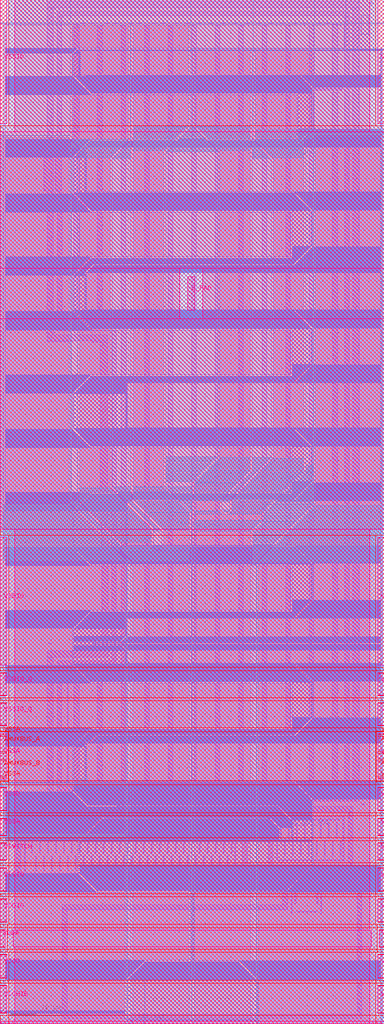
<source format=lef>
# Copyright 2020 The SkyWater PDK Authors
#
# Licensed under the Apache License, Version 2.0 (the "License");
# you may not use this file except in compliance with the License.
# You may obtain a copy of the License at
#
#     https://www.apache.org/licenses/LICENSE-2.0
#
# Unless required by applicable law or agreed to in writing, software
# distributed under the License is distributed on an "AS IS" BASIS,
# WITHOUT WARRANTIES OR CONDITIONS OF ANY KIND, either express or implied.
# See the License for the specific language governing permissions and
# limitations under the License.
#
# SPDX-License-Identifier: Apache-2.0

VERSION 5.5 ;
NAMESCASESENSITIVE ON ;
BUSBITCHARS "[]" ;
DIVIDERCHAR "/" ;
MACRO sky130_fd_io__top_ground_hvc_wpad
  CLASS BLOCK ;
  SOURCE USER ;
  ORIGIN  0.000000  0.000000 ;
  SIZE 75 BY 200 ;
  SYMMETRY R90 ;
  PIN AMUXBUS_A
    ANTENNAPARTIALMETALSIDEAREA  111.1680 ;
    DIRECTION INOUT ;
    USE SIGNAL ;
    PORT
      LAYER met4 ;
        RECT 0.000000 53.125000 1.270000 56.105000 ;
    END
    PORT
      LAYER met4 ;
        RECT 73.730000 53.125000 75.000000 56.105000 ;
    END
  END AMUXBUS_A
  PIN AMUXBUS_B
    ANTENNAPARTIALMETALSIDEAREA  111.1680 ;
    DIRECTION INOUT ;
    USE SIGNAL ;
    PORT
      LAYER met4 ;
        RECT 0.000000 48.365000 1.270000 51.345000 ;
    END
    PORT
      LAYER met4 ;
        RECT 73.730000 48.365000 75.000000 51.345000 ;
    END
  END AMUXBUS_B
  PIN G_PAD
    ANTENNAPARTIALMETALSIDEAREA  284.1730 ;
    DIRECTION INOUT ;
    USE SIGNAL ;
    PORT
      LAYER met5 ;
        RECT 36.645000 139.325000 37.970000 145.935000 ;
    END
  END G_PAD
  PIN DRN_HVC
    DIRECTION INOUT ;
    USE POWER ;
    PORT
      LAYER met2 ;
        RECT 15.620000 185.295000 74.290000 190.015000 ;
        RECT 16.805000  47.455000 74.290000  54.765000 ;
        RECT 16.805000 139.455000 74.290000 146.710000 ;
        RECT 16.805000 162.455000 74.290000 171.155000 ;
        RECT 16.875000 146.710000 74.290000 146.780000 ;
        RECT 16.945000 146.780000 74.290000 146.850000 ;
        RECT 17.015000 146.850000 74.290000 146.920000 ;
        RECT 17.085000 146.920000 74.290000 146.990000 ;
        RECT 17.155000 146.990000 74.290000 147.060000 ;
        RECT 17.225000 147.060000 74.290000 147.130000 ;
        RECT 17.295000 147.130000 74.290000 147.200000 ;
        RECT 17.365000 147.200000 74.290000 147.270000 ;
        RECT 17.435000 147.270000 74.290000 147.340000 ;
        RECT 17.505000 147.340000 74.290000 147.410000 ;
        RECT 17.530000  54.765000 74.290000  54.835000 ;
        RECT 17.575000 147.410000 74.290000 147.480000 ;
        RECT 17.600000  54.835000 74.290000  54.905000 ;
        RECT 17.645000 147.480000 74.290000 147.550000 ;
        RECT 17.670000  54.905000 74.290000  54.975000 ;
        RECT 17.715000 147.550000 74.290000 147.620000 ;
        RECT 17.740000  54.975000 74.290000  55.045000 ;
        RECT 17.785000 147.620000 74.290000 147.690000 ;
        RECT 17.810000  55.045000 74.290000  55.115000 ;
        RECT 17.855000 147.690000 74.290000 147.760000 ;
        RECT 17.880000  55.115000 74.290000  55.185000 ;
        RECT 17.925000 147.760000 74.290000 147.830000 ;
        RECT 17.950000  55.185000 74.290000  55.255000 ;
        RECT 17.995000 147.830000 74.290000 147.900000 ;
        RECT 18.020000  55.255000 74.290000  55.325000 ;
        RECT 18.065000 147.900000 74.290000 147.970000 ;
        RECT 18.090000  55.325000 74.290000  55.395000 ;
        RECT 18.135000 147.970000 74.290000 148.040000 ;
        RECT 18.160000  55.395000 74.290000  55.465000 ;
        RECT 18.205000 148.040000 74.290000 148.110000 ;
        RECT 18.230000  55.465000 74.290000  55.535000 ;
        RECT 18.250000 148.110000 74.290000 148.155000 ;
        RECT 18.300000  55.535000 74.290000  55.605000 ;
        RECT 18.370000  55.605000 74.290000  55.675000 ;
        RECT 18.410000  74.155000 74.290000  74.415000 ;
        RECT 18.440000  55.675000 74.290000  55.745000 ;
        RECT 18.510000  55.745000 74.290000  55.815000 ;
        RECT 18.580000  55.815000 74.290000  55.885000 ;
        RECT 18.650000  55.885000 74.290000  55.955000 ;
        RECT 18.720000  55.955000 74.290000  56.025000 ;
        RECT 18.790000  56.025000 74.290000  56.095000 ;
        RECT 18.850000  56.095000 74.290000  56.155000 ;
        RECT 23.690000  74.415000 74.290000  74.485000 ;
        RECT 23.700000  74.105000 74.290000  74.155000 ;
        RECT 23.760000  74.485000 74.290000  74.555000 ;
        RECT 23.770000  74.035000 74.290000  74.105000 ;
        RECT 23.830000  74.555000 74.290000  74.625000 ;
        RECT 23.840000  73.965000 74.290000  74.035000 ;
        RECT 23.900000  74.625000 74.290000  74.695000 ;
        RECT 23.910000  73.895000 74.290000  73.965000 ;
        RECT 23.970000  74.695000 74.290000  74.765000 ;
        RECT 23.980000  73.825000 74.290000  73.895000 ;
        RECT 24.040000  74.765000 74.290000  74.835000 ;
        RECT 24.050000  73.755000 74.290000  73.825000 ;
        RECT 24.110000  74.835000 74.290000  74.905000 ;
        RECT 24.120000  73.685000 74.290000  73.755000 ;
        RECT 24.180000  74.905000 74.290000  74.975000 ;
        RECT 24.190000  73.615000 74.290000  73.685000 ;
        RECT 24.250000  74.975000 74.290000  75.045000 ;
        RECT 24.260000  73.545000 74.290000  73.615000 ;
        RECT 24.320000  75.045000 74.290000  75.115000 ;
        RECT 24.330000  73.475000 74.290000  73.545000 ;
        RECT 24.390000  75.115000 74.290000  75.185000 ;
        RECT 24.400000  73.405000 74.290000  73.475000 ;
        RECT 24.460000  75.185000 74.290000  75.255000 ;
        RECT 24.470000  73.335000 74.290000  73.405000 ;
        RECT 24.530000  75.255000 74.290000  75.325000 ;
        RECT 24.540000  73.265000 74.290000  73.335000 ;
        RECT 24.600000  75.325000 74.290000  75.395000 ;
        RECT 24.610000  73.195000 74.290000  73.265000 ;
        RECT 24.670000  75.395000 74.290000  75.465000 ;
        RECT 24.680000  73.125000 74.290000  73.195000 ;
        RECT 24.740000  75.465000 74.290000  75.535000 ;
        RECT 24.750000  73.055000 74.290000  73.125000 ;
        RECT 24.810000  75.535000 74.290000  75.605000 ;
        RECT 24.820000  70.455000 74.290000  72.985000 ;
        RECT 24.820000  72.985000 74.290000  73.055000 ;
        RECT 24.820000  75.605000 74.290000  75.615000 ;
        RECT 24.820000  75.615000 74.290000  79.155000 ;
        RECT 24.820000  93.455000 74.290000 102.155000 ;
        RECT 24.820000 116.455000 74.290000 125.155000 ;
        RECT 37.890000  12.295000 74.290000  25.660000 ;
        RECT 46.750000  12.265000 74.290000  12.295000 ;
        RECT 46.820000  12.195000 74.290000  12.265000 ;
        RECT 46.890000  12.125000 74.290000  12.195000 ;
        RECT 46.960000  12.055000 74.290000  12.125000 ;
        RECT 47.030000  11.985000 74.290000  12.055000 ;
        RECT 47.100000  11.915000 74.290000  11.985000 ;
        RECT 47.170000  11.845000 74.290000  11.915000 ;
        RECT 47.240000  11.775000 74.290000  11.845000 ;
        RECT 47.310000  11.705000 74.290000  11.775000 ;
        RECT 47.380000  11.635000 74.290000  11.705000 ;
        RECT 47.450000  11.565000 74.290000  11.635000 ;
        RECT 47.520000  11.495000 74.290000  11.565000 ;
        RECT 47.590000  11.425000 74.290000  11.495000 ;
        RECT 47.660000  11.355000 74.290000  11.425000 ;
        RECT 47.730000  11.285000 74.290000  11.355000 ;
        RECT 47.800000  11.215000 74.290000  11.285000 ;
        RECT 47.870000  11.145000 74.290000  11.215000 ;
        RECT 47.940000  11.075000 74.290000  11.145000 ;
        RECT 48.010000  11.005000 74.290000  11.075000 ;
        RECT 48.080000  10.935000 74.290000  11.005000 ;
        RECT 48.150000  10.865000 74.290000  10.935000 ;
        RECT 48.220000  10.795000 74.290000  10.865000 ;
        RECT 48.290000  10.725000 74.290000  10.795000 ;
        RECT 48.360000  10.655000 74.290000  10.725000 ;
        RECT 48.430000  10.585000 74.290000  10.655000 ;
        RECT 48.500000  10.515000 74.290000  10.585000 ;
        RECT 48.570000  10.445000 74.290000  10.515000 ;
        RECT 48.640000  10.375000 74.290000  10.445000 ;
        RECT 48.710000  10.305000 74.290000  10.375000 ;
        RECT 48.780000  10.235000 74.290000  10.305000 ;
        RECT 48.850000  10.165000 74.290000  10.235000 ;
        RECT 48.920000  10.095000 74.290000  10.165000 ;
        RECT 48.990000  10.025000 74.290000  10.095000 ;
        RECT 49.060000   9.955000 74.290000  10.025000 ;
        RECT 49.130000   9.885000 74.290000   9.955000 ;
        RECT 49.200000   9.815000 74.290000   9.885000 ;
        RECT 49.270000   9.745000 74.290000   9.815000 ;
        RECT 49.340000   9.675000 74.290000   9.745000 ;
        RECT 49.410000   9.605000 74.290000   9.675000 ;
        RECT 49.480000   9.535000 74.290000   9.605000 ;
        RECT 49.550000   9.465000 74.290000   9.535000 ;
        RECT 49.620000   9.395000 74.290000   9.465000 ;
        RECT 49.690000   9.325000 74.290000   9.395000 ;
        RECT 49.760000   9.255000 74.290000   9.325000 ;
        RECT 49.830000   9.185000 74.290000   9.255000 ;
        RECT 49.900000   9.115000 74.290000   9.185000 ;
        RECT 49.970000   9.045000 74.290000   9.115000 ;
        RECT 50.040000   8.975000 74.290000   9.045000 ;
        RECT 50.110000   8.905000 74.290000   8.975000 ;
        RECT 50.180000   8.835000 74.290000   8.905000 ;
        RECT 50.250000   8.765000 74.290000   8.835000 ;
        RECT 50.320000   8.695000 74.290000   8.765000 ;
        RECT 50.390000   0.000000 74.290000   8.625000 ;
        RECT 50.390000   8.625000 74.290000   8.695000 ;
        RECT 55.885000  25.660000 74.290000  25.730000 ;
        RECT 55.955000  25.730000 74.290000  25.800000 ;
        RECT 56.025000  25.800000 74.290000  25.870000 ;
        RECT 56.095000  25.870000 74.290000  25.940000 ;
        RECT 56.165000  25.940000 74.290000  26.010000 ;
        RECT 56.235000  26.010000 74.290000  26.080000 ;
        RECT 56.305000  26.080000 74.290000  26.150000 ;
        RECT 56.375000  26.150000 74.290000  26.220000 ;
        RECT 56.445000  26.220000 74.290000  26.290000 ;
        RECT 56.515000  26.290000 74.290000  26.360000 ;
        RECT 56.585000  26.360000 74.290000  26.430000 ;
        RECT 56.655000  26.430000 74.290000  26.500000 ;
        RECT 56.725000  26.500000 74.290000  26.570000 ;
        RECT 56.795000  26.570000 74.290000  26.640000 ;
        RECT 56.865000  26.640000 74.290000  26.710000 ;
        RECT 56.935000  26.710000 74.290000  26.780000 ;
        RECT 57.005000  26.780000 74.290000  26.850000 ;
        RECT 57.075000  26.850000 74.290000  26.920000 ;
        RECT 57.145000  26.920000 74.290000  26.990000 ;
        RECT 57.215000  26.990000 74.290000  27.060000 ;
        RECT 57.285000  27.060000 74.290000  27.130000 ;
        RECT 57.355000  27.130000 74.290000  27.200000 ;
        RECT 57.425000  27.200000 74.290000  27.270000 ;
        RECT 57.495000  27.270000 74.290000  27.340000 ;
        RECT 57.540000  47.390000 74.290000  47.455000 ;
        RECT 57.540000  70.420000 74.290000  70.455000 ;
        RECT 57.540000 116.390000 74.290000 116.455000 ;
        RECT 57.540000 139.425000 74.290000 139.455000 ;
        RECT 57.540000 162.440000 74.290000 162.455000 ;
        RECT 57.555000 148.155000 74.290000 148.225000 ;
        RECT 57.565000  27.340000 74.290000  27.410000 ;
        RECT 57.595000  56.155000 74.290000  56.225000 ;
        RECT 57.610000  47.320000 74.290000  47.390000 ;
        RECT 57.610000  70.350000 74.290000  70.420000 ;
        RECT 57.610000  93.410000 74.290000  93.455000 ;
        RECT 57.610000 116.320000 74.290000 116.390000 ;
        RECT 57.610000 139.355000 74.290000 139.425000 ;
        RECT 57.610000 162.370000 74.290000 162.440000 ;
        RECT 57.625000  79.155000 74.290000  79.225000 ;
        RECT 57.625000 102.155000 74.290000 102.225000 ;
        RECT 57.625000 125.155000 74.290000 125.225000 ;
        RECT 57.625000 148.225000 74.290000 148.295000 ;
        RECT 57.635000  27.410000 74.290000  27.480000 ;
        RECT 57.635000 171.155000 74.290000 171.225000 ;
        RECT 57.665000  56.225000 74.290000  56.295000 ;
        RECT 57.680000  47.250000 74.290000  47.320000 ;
        RECT 57.680000  70.280000 74.290000  70.350000 ;
        RECT 57.680000  93.340000 74.290000  93.410000 ;
        RECT 57.680000 116.250000 74.290000 116.320000 ;
        RECT 57.680000 139.285000 74.290000 139.355000 ;
        RECT 57.680000 162.300000 74.290000 162.370000 ;
        RECT 57.695000  79.225000 74.290000  79.295000 ;
        RECT 57.695000 102.225000 74.290000 102.295000 ;
        RECT 57.695000 125.225000 74.290000 125.295000 ;
        RECT 57.695000 148.295000 74.290000 148.365000 ;
        RECT 57.705000  27.480000 74.290000  27.550000 ;
        RECT 57.705000 171.225000 74.290000 171.295000 ;
        RECT 57.735000  56.295000 74.290000  56.365000 ;
        RECT 57.750000  47.180000 74.290000  47.250000 ;
        RECT 57.750000  70.210000 74.290000  70.280000 ;
        RECT 57.750000  93.270000 74.290000  93.340000 ;
        RECT 57.750000 116.180000 74.290000 116.250000 ;
        RECT 57.750000 139.215000 74.290000 139.285000 ;
        RECT 57.750000 162.230000 74.290000 162.300000 ;
        RECT 57.765000  79.295000 74.290000  79.365000 ;
        RECT 57.765000 102.295000 74.290000 102.365000 ;
        RECT 57.765000 125.295000 74.290000 125.365000 ;
        RECT 57.765000 148.365000 74.290000 148.435000 ;
        RECT 57.775000  27.550000 74.290000  27.620000 ;
        RECT 57.775000 171.295000 74.290000 171.365000 ;
        RECT 57.805000  56.365000 74.290000  56.435000 ;
        RECT 57.820000  47.110000 74.290000  47.180000 ;
        RECT 57.820000  70.140000 74.290000  70.210000 ;
        RECT 57.820000  93.200000 74.290000  93.270000 ;
        RECT 57.820000 116.110000 74.290000 116.180000 ;
        RECT 57.820000 139.145000 74.290000 139.215000 ;
        RECT 57.820000 162.160000 74.290000 162.230000 ;
        RECT 57.835000  79.365000 74.290000  79.435000 ;
        RECT 57.835000 102.365000 74.290000 102.435000 ;
        RECT 57.835000 125.365000 74.290000 125.435000 ;
        RECT 57.835000 148.435000 74.290000 148.505000 ;
        RECT 57.845000  27.620000 74.290000  27.690000 ;
        RECT 57.845000 171.365000 74.290000 171.435000 ;
        RECT 57.875000  56.435000 74.290000  56.505000 ;
        RECT 57.890000  47.040000 74.290000  47.110000 ;
        RECT 57.890000  70.070000 74.290000  70.140000 ;
        RECT 57.890000  93.130000 74.290000  93.200000 ;
        RECT 57.890000 116.040000 74.290000 116.110000 ;
        RECT 57.890000 139.075000 74.290000 139.145000 ;
        RECT 57.890000 162.090000 74.290000 162.160000 ;
        RECT 57.905000  79.435000 74.290000  79.505000 ;
        RECT 57.905000 102.435000 74.290000 102.505000 ;
        RECT 57.905000 125.435000 74.290000 125.505000 ;
        RECT 57.905000 148.505000 74.290000 148.575000 ;
        RECT 57.915000  27.690000 74.290000  27.760000 ;
        RECT 57.915000 171.435000 74.290000 171.505000 ;
        RECT 57.945000  56.505000 74.290000  56.575000 ;
        RECT 57.960000  46.970000 74.290000  47.040000 ;
        RECT 57.960000  70.000000 74.290000  70.070000 ;
        RECT 57.960000  93.060000 74.290000  93.130000 ;
        RECT 57.960000 115.970000 74.290000 116.040000 ;
        RECT 57.960000 139.005000 74.290000 139.075000 ;
        RECT 57.960000 162.020000 74.290000 162.090000 ;
        RECT 57.975000  79.505000 74.290000  79.575000 ;
        RECT 57.975000 102.505000 74.290000 102.575000 ;
        RECT 57.975000 125.505000 74.290000 125.575000 ;
        RECT 57.975000 148.575000 74.290000 148.645000 ;
        RECT 57.985000  27.760000 74.290000  27.830000 ;
        RECT 57.985000 171.505000 74.290000 171.575000 ;
        RECT 58.015000  56.575000 74.290000  56.645000 ;
        RECT 58.030000  46.900000 74.290000  46.970000 ;
        RECT 58.030000  69.930000 74.290000  70.000000 ;
        RECT 58.030000  92.990000 74.290000  93.060000 ;
        RECT 58.030000 115.900000 74.290000 115.970000 ;
        RECT 58.030000 138.935000 74.290000 139.005000 ;
        RECT 58.030000 161.950000 74.290000 162.020000 ;
        RECT 58.045000  79.575000 74.290000  79.645000 ;
        RECT 58.045000 102.575000 74.290000 102.645000 ;
        RECT 58.045000 125.575000 74.290000 125.645000 ;
        RECT 58.045000 148.645000 74.290000 148.715000 ;
        RECT 58.055000  27.830000 74.290000  27.900000 ;
        RECT 58.055000 171.575000 74.290000 171.645000 ;
        RECT 58.085000  56.645000 74.290000  56.715000 ;
        RECT 58.100000  46.830000 74.290000  46.900000 ;
        RECT 58.100000  69.860000 74.290000  69.930000 ;
        RECT 58.100000  92.920000 74.290000  92.990000 ;
        RECT 58.100000 115.830000 74.290000 115.900000 ;
        RECT 58.100000 138.865000 74.290000 138.935000 ;
        RECT 58.100000 161.880000 74.290000 161.950000 ;
        RECT 58.115000  79.645000 74.290000  79.715000 ;
        RECT 58.115000 102.645000 74.290000 102.715000 ;
        RECT 58.115000 125.645000 74.290000 125.715000 ;
        RECT 58.115000 148.715000 74.290000 148.785000 ;
        RECT 58.125000  27.900000 74.290000  27.970000 ;
        RECT 58.125000 171.645000 74.290000 171.715000 ;
        RECT 58.155000  56.715000 74.290000  56.785000 ;
        RECT 58.170000  46.760000 74.290000  46.830000 ;
        RECT 58.170000  69.790000 74.290000  69.860000 ;
        RECT 58.170000  92.850000 74.290000  92.920000 ;
        RECT 58.170000 115.760000 74.290000 115.830000 ;
        RECT 58.170000 138.795000 74.290000 138.865000 ;
        RECT 58.170000 161.810000 74.290000 161.880000 ;
        RECT 58.185000  79.715000 74.290000  79.785000 ;
        RECT 58.185000 102.715000 74.290000 102.785000 ;
        RECT 58.185000 125.715000 74.290000 125.785000 ;
        RECT 58.185000 148.785000 74.290000 148.855000 ;
        RECT 58.195000  27.970000 74.290000  28.040000 ;
        RECT 58.195000 171.715000 74.290000 171.785000 ;
        RECT 58.225000  56.785000 74.290000  56.855000 ;
        RECT 58.240000  46.690000 74.290000  46.760000 ;
        RECT 58.240000  69.720000 74.290000  69.790000 ;
        RECT 58.240000  92.780000 74.290000  92.850000 ;
        RECT 58.240000 115.690000 74.290000 115.760000 ;
        RECT 58.240000 138.725000 74.290000 138.795000 ;
        RECT 58.240000 161.740000 74.290000 161.810000 ;
        RECT 58.255000  79.785000 74.290000  79.855000 ;
        RECT 58.255000 102.785000 74.290000 102.855000 ;
        RECT 58.255000 125.785000 74.290000 125.855000 ;
        RECT 58.255000 148.855000 74.290000 148.925000 ;
        RECT 58.265000  28.040000 74.290000  28.110000 ;
        RECT 58.265000 171.785000 74.290000 171.855000 ;
        RECT 58.295000  56.855000 74.290000  56.925000 ;
        RECT 58.310000  46.620000 74.290000  46.690000 ;
        RECT 58.310000  69.650000 74.290000  69.720000 ;
        RECT 58.310000  92.710000 74.290000  92.780000 ;
        RECT 58.310000 115.620000 74.290000 115.690000 ;
        RECT 58.310000 138.655000 74.290000 138.725000 ;
        RECT 58.310000 161.670000 74.290000 161.740000 ;
        RECT 58.325000  79.855000 74.290000  79.925000 ;
        RECT 58.325000 102.855000 74.290000 102.925000 ;
        RECT 58.325000 125.855000 74.290000 125.925000 ;
        RECT 58.325000 148.925000 74.290000 148.995000 ;
        RECT 58.335000  28.110000 74.290000  28.180000 ;
        RECT 58.335000 171.855000 74.290000 171.925000 ;
        RECT 58.365000  56.925000 74.290000  56.995000 ;
        RECT 58.380000  46.550000 74.290000  46.620000 ;
        RECT 58.380000  69.580000 74.290000  69.650000 ;
        RECT 58.380000  92.640000 74.290000  92.710000 ;
        RECT 58.380000 115.550000 74.290000 115.620000 ;
        RECT 58.380000 138.585000 74.290000 138.655000 ;
        RECT 58.380000 161.600000 74.290000 161.670000 ;
        RECT 58.395000  79.925000 74.290000  79.995000 ;
        RECT 58.395000 102.925000 74.290000 102.995000 ;
        RECT 58.395000 125.925000 74.290000 125.995000 ;
        RECT 58.395000 148.995000 74.290000 149.065000 ;
        RECT 58.405000  28.180000 74.290000  28.250000 ;
        RECT 58.405000 171.925000 74.290000 171.995000 ;
        RECT 58.435000  56.995000 74.290000  57.065000 ;
        RECT 58.450000  46.480000 74.290000  46.550000 ;
        RECT 58.450000  69.510000 74.290000  69.580000 ;
        RECT 58.450000  92.570000 74.290000  92.640000 ;
        RECT 58.450000 115.480000 74.290000 115.550000 ;
        RECT 58.450000 138.515000 74.290000 138.585000 ;
        RECT 58.450000 161.530000 74.290000 161.600000 ;
        RECT 58.465000  79.995000 74.290000  80.065000 ;
        RECT 58.465000 102.995000 74.290000 103.065000 ;
        RECT 58.465000 125.995000 74.290000 126.065000 ;
        RECT 58.465000 149.065000 74.290000 149.135000 ;
        RECT 58.475000  28.250000 74.290000  28.320000 ;
        RECT 58.475000 171.995000 74.290000 172.065000 ;
        RECT 58.505000  57.065000 74.290000  57.135000 ;
        RECT 58.520000  46.410000 74.290000  46.480000 ;
        RECT 58.520000  69.440000 74.290000  69.510000 ;
        RECT 58.520000  92.500000 74.290000  92.570000 ;
        RECT 58.520000 115.410000 74.290000 115.480000 ;
        RECT 58.520000 138.445000 74.290000 138.515000 ;
        RECT 58.520000 161.460000 74.290000 161.530000 ;
        RECT 58.535000  80.065000 74.290000  80.135000 ;
        RECT 58.535000 103.065000 74.290000 103.135000 ;
        RECT 58.535000 126.065000 74.290000 126.135000 ;
        RECT 58.535000 149.135000 74.290000 149.205000 ;
        RECT 58.545000  28.320000 74.290000  28.390000 ;
        RECT 58.545000 172.065000 74.290000 172.135000 ;
        RECT 58.575000  57.135000 74.290000  57.205000 ;
        RECT 58.590000  46.340000 74.290000  46.410000 ;
        RECT 58.590000  69.370000 74.290000  69.440000 ;
        RECT 58.590000  92.430000 74.290000  92.500000 ;
        RECT 58.590000 115.340000 74.290000 115.410000 ;
        RECT 58.590000 138.375000 74.290000 138.445000 ;
        RECT 58.590000 161.390000 74.290000 161.460000 ;
        RECT 58.605000  80.135000 74.290000  80.205000 ;
        RECT 58.605000 103.135000 74.290000 103.205000 ;
        RECT 58.605000 126.135000 74.290000 126.205000 ;
        RECT 58.605000 149.205000 74.290000 149.275000 ;
        RECT 58.615000  28.390000 74.290000  28.460000 ;
        RECT 58.615000 172.135000 74.290000 172.205000 ;
        RECT 58.645000  57.205000 74.290000  57.275000 ;
        RECT 58.660000  46.270000 74.290000  46.340000 ;
        RECT 58.660000  69.300000 74.290000  69.370000 ;
        RECT 58.660000  92.360000 74.290000  92.430000 ;
        RECT 58.660000 115.270000 74.290000 115.340000 ;
        RECT 58.660000 138.305000 74.290000 138.375000 ;
        RECT 58.660000 161.320000 74.290000 161.390000 ;
        RECT 58.675000  80.205000 74.290000  80.275000 ;
        RECT 58.675000 103.205000 74.290000 103.275000 ;
        RECT 58.675000 126.205000 74.290000 126.275000 ;
        RECT 58.675000 149.275000 74.290000 149.345000 ;
        RECT 58.685000  28.460000 74.290000  28.530000 ;
        RECT 58.685000 172.205000 74.290000 172.275000 ;
        RECT 58.715000  57.275000 74.290000  57.345000 ;
        RECT 58.730000  46.200000 74.290000  46.270000 ;
        RECT 58.730000  69.230000 74.290000  69.300000 ;
        RECT 58.730000  92.290000 74.290000  92.360000 ;
        RECT 58.730000 115.200000 74.290000 115.270000 ;
        RECT 58.730000 138.235000 74.290000 138.305000 ;
        RECT 58.730000 161.250000 74.290000 161.320000 ;
        RECT 58.730000 185.260000 74.290000 185.295000 ;
        RECT 58.745000  80.275000 74.290000  80.345000 ;
        RECT 58.745000 103.275000 74.290000 103.345000 ;
        RECT 58.745000 126.275000 74.290000 126.345000 ;
        RECT 58.745000 149.345000 74.290000 149.415000 ;
        RECT 58.755000  28.530000 74.290000  28.600000 ;
        RECT 58.755000 172.275000 74.290000 172.345000 ;
        RECT 58.785000  57.345000 74.290000  57.415000 ;
        RECT 58.800000  46.130000 74.290000  46.200000 ;
        RECT 58.800000  69.160000 74.290000  69.230000 ;
        RECT 58.800000  92.220000 74.290000  92.290000 ;
        RECT 58.800000 115.130000 74.290000 115.200000 ;
        RECT 58.800000 138.165000 74.290000 138.235000 ;
        RECT 58.800000 161.180000 74.290000 161.250000 ;
        RECT 58.800000 185.190000 74.290000 185.260000 ;
        RECT 58.815000  80.345000 74.290000  80.415000 ;
        RECT 58.815000 103.345000 74.290000 103.415000 ;
        RECT 58.815000 126.345000 74.290000 126.415000 ;
        RECT 58.815000 149.415000 74.290000 149.485000 ;
        RECT 58.825000  28.600000 74.290000  28.670000 ;
        RECT 58.825000 172.345000 74.290000 172.415000 ;
        RECT 58.855000  57.415000 74.290000  57.485000 ;
        RECT 58.870000  46.060000 74.290000  46.130000 ;
        RECT 58.870000  69.090000 74.290000  69.160000 ;
        RECT 58.870000  92.150000 74.290000  92.220000 ;
        RECT 58.870000 115.060000 74.290000 115.130000 ;
        RECT 58.870000 138.095000 74.290000 138.165000 ;
        RECT 58.870000 161.110000 74.290000 161.180000 ;
        RECT 58.870000 185.120000 74.290000 185.190000 ;
        RECT 58.885000  80.415000 74.290000  80.485000 ;
        RECT 58.885000 103.415000 74.290000 103.485000 ;
        RECT 58.885000 126.415000 74.290000 126.485000 ;
        RECT 58.885000 149.485000 74.290000 149.555000 ;
        RECT 58.895000  28.670000 74.290000  28.740000 ;
        RECT 58.895000 172.415000 74.290000 172.485000 ;
        RECT 58.925000  57.485000 74.290000  57.555000 ;
        RECT 58.940000  45.990000 74.290000  46.060000 ;
        RECT 58.940000  69.020000 74.290000  69.090000 ;
        RECT 58.940000  92.080000 74.290000  92.150000 ;
        RECT 58.940000 114.990000 74.290000 115.060000 ;
        RECT 58.940000 138.025000 74.290000 138.095000 ;
        RECT 58.940000 161.040000 74.290000 161.110000 ;
        RECT 58.940000 185.050000 74.290000 185.120000 ;
        RECT 58.955000  80.485000 74.290000  80.555000 ;
        RECT 58.955000 103.485000 74.290000 103.555000 ;
        RECT 58.955000 126.485000 74.290000 126.555000 ;
        RECT 58.955000 149.555000 74.290000 149.625000 ;
        RECT 58.965000  28.740000 74.290000  28.810000 ;
        RECT 58.965000 172.485000 74.290000 172.555000 ;
        RECT 58.995000  57.555000 74.290000  57.625000 ;
        RECT 59.010000  45.920000 74.290000  45.990000 ;
        RECT 59.010000  68.950000 74.290000  69.020000 ;
        RECT 59.010000  92.010000 74.290000  92.080000 ;
        RECT 59.010000 114.920000 74.290000 114.990000 ;
        RECT 59.010000 137.955000 74.290000 138.025000 ;
        RECT 59.010000 160.970000 74.290000 161.040000 ;
        RECT 59.010000 184.980000 74.290000 185.050000 ;
        RECT 59.025000  80.555000 74.290000  80.625000 ;
        RECT 59.025000 103.555000 74.290000 103.625000 ;
        RECT 59.025000 126.555000 74.290000 126.625000 ;
        RECT 59.025000 149.625000 74.290000 149.695000 ;
        RECT 59.035000  28.810000 74.290000  28.880000 ;
        RECT 59.035000 172.555000 74.290000 172.625000 ;
        RECT 59.065000  57.625000 74.290000  57.695000 ;
        RECT 59.080000  45.850000 74.290000  45.920000 ;
        RECT 59.080000  68.880000 74.290000  68.950000 ;
        RECT 59.080000  91.940000 74.290000  92.010000 ;
        RECT 59.080000 114.850000 74.290000 114.920000 ;
        RECT 59.080000 137.885000 74.290000 137.955000 ;
        RECT 59.080000 160.900000 74.290000 160.970000 ;
        RECT 59.080000 184.910000 74.290000 184.980000 ;
        RECT 59.095000  80.625000 74.290000  80.695000 ;
        RECT 59.095000 103.625000 74.290000 103.695000 ;
        RECT 59.095000 126.625000 74.290000 126.695000 ;
        RECT 59.095000 149.695000 74.290000 149.765000 ;
        RECT 59.105000  28.880000 74.290000  28.950000 ;
        RECT 59.105000 172.625000 74.290000 172.695000 ;
        RECT 59.135000  57.695000 74.290000  57.765000 ;
        RECT 59.150000  45.780000 74.290000  45.850000 ;
        RECT 59.150000  68.810000 74.290000  68.880000 ;
        RECT 59.150000  91.870000 74.290000  91.940000 ;
        RECT 59.150000 114.780000 74.290000 114.850000 ;
        RECT 59.150000 137.815000 74.290000 137.885000 ;
        RECT 59.150000 160.830000 74.290000 160.900000 ;
        RECT 59.150000 184.840000 74.290000 184.910000 ;
        RECT 59.165000  80.695000 74.290000  80.765000 ;
        RECT 59.165000 103.695000 74.290000 103.765000 ;
        RECT 59.165000 126.695000 74.290000 126.765000 ;
        RECT 59.165000 149.765000 74.290000 149.835000 ;
        RECT 59.175000  28.950000 74.290000  29.020000 ;
        RECT 59.175000 172.695000 74.290000 172.765000 ;
        RECT 59.205000  57.765000 74.290000  57.835000 ;
        RECT 59.220000  45.710000 74.290000  45.780000 ;
        RECT 59.220000  68.740000 74.290000  68.810000 ;
        RECT 59.220000  91.800000 74.290000  91.870000 ;
        RECT 59.220000 114.710000 74.290000 114.780000 ;
        RECT 59.220000 137.745000 74.290000 137.815000 ;
        RECT 59.220000 160.760000 74.290000 160.830000 ;
        RECT 59.220000 184.770000 74.290000 184.840000 ;
        RECT 59.235000  80.765000 74.290000  80.835000 ;
        RECT 59.235000 103.765000 74.290000 103.835000 ;
        RECT 59.235000 126.765000 74.290000 126.835000 ;
        RECT 59.235000 149.835000 74.290000 149.905000 ;
        RECT 59.245000  29.020000 74.290000  29.090000 ;
        RECT 59.245000 172.765000 74.290000 172.835000 ;
        RECT 59.275000  57.835000 74.290000  57.905000 ;
        RECT 59.290000  45.640000 74.290000  45.710000 ;
        RECT 59.290000  68.670000 74.290000  68.740000 ;
        RECT 59.290000  91.730000 74.290000  91.800000 ;
        RECT 59.290000 114.640000 74.290000 114.710000 ;
        RECT 59.290000 137.675000 74.290000 137.745000 ;
        RECT 59.290000 160.690000 74.290000 160.760000 ;
        RECT 59.290000 184.700000 74.290000 184.770000 ;
        RECT 59.305000  80.835000 74.290000  80.905000 ;
        RECT 59.305000 103.835000 74.290000 103.905000 ;
        RECT 59.305000 126.835000 74.290000 126.905000 ;
        RECT 59.305000 149.905000 74.290000 149.975000 ;
        RECT 59.315000  29.090000 74.290000  29.160000 ;
        RECT 59.315000 172.835000 74.290000 172.905000 ;
        RECT 59.345000  57.905000 74.290000  57.975000 ;
        RECT 59.360000  45.570000 74.290000  45.640000 ;
        RECT 59.360000  68.600000 74.290000  68.670000 ;
        RECT 59.360000  91.660000 74.290000  91.730000 ;
        RECT 59.360000 114.570000 74.290000 114.640000 ;
        RECT 59.360000 137.605000 74.290000 137.675000 ;
        RECT 59.360000 160.620000 74.290000 160.690000 ;
        RECT 59.360000 184.630000 74.290000 184.700000 ;
        RECT 59.375000  80.905000 74.290000  80.975000 ;
        RECT 59.375000 103.905000 74.290000 103.975000 ;
        RECT 59.375000 126.905000 74.290000 126.975000 ;
        RECT 59.375000 149.975000 74.290000 150.045000 ;
        RECT 59.385000  29.160000 74.290000  29.230000 ;
        RECT 59.385000 172.905000 74.290000 172.975000 ;
        RECT 59.415000  57.975000 74.290000  58.045000 ;
        RECT 59.430000  45.500000 74.290000  45.570000 ;
        RECT 59.430000  68.530000 74.290000  68.600000 ;
        RECT 59.430000  91.590000 74.290000  91.660000 ;
        RECT 59.430000 114.500000 74.290000 114.570000 ;
        RECT 59.430000 137.535000 74.290000 137.605000 ;
        RECT 59.430000 160.550000 74.290000 160.620000 ;
        RECT 59.430000 184.560000 74.290000 184.630000 ;
        RECT 59.445000  80.975000 74.290000  81.045000 ;
        RECT 59.445000 103.975000 74.290000 104.045000 ;
        RECT 59.445000 126.975000 74.290000 127.045000 ;
        RECT 59.445000 150.045000 74.290000 150.115000 ;
        RECT 59.455000  29.230000 74.290000  29.300000 ;
        RECT 59.455000 172.975000 74.290000 173.045000 ;
        RECT 59.485000  58.045000 74.290000  58.115000 ;
        RECT 59.500000  45.430000 74.290000  45.500000 ;
        RECT 59.500000  68.460000 74.290000  68.530000 ;
        RECT 59.500000  91.520000 74.290000  91.590000 ;
        RECT 59.500000 114.430000 74.290000 114.500000 ;
        RECT 59.500000 137.465000 74.290000 137.535000 ;
        RECT 59.500000 160.480000 74.290000 160.550000 ;
        RECT 59.500000 184.490000 74.290000 184.560000 ;
        RECT 59.515000  81.045000 74.290000  81.115000 ;
        RECT 59.515000 104.045000 74.290000 104.115000 ;
        RECT 59.515000 127.045000 74.290000 127.115000 ;
        RECT 59.515000 150.115000 74.290000 150.185000 ;
        RECT 59.525000  29.300000 74.290000  29.370000 ;
        RECT 59.525000 173.045000 74.290000 173.115000 ;
        RECT 59.555000  58.115000 74.290000  58.185000 ;
        RECT 59.570000  45.360000 74.290000  45.430000 ;
        RECT 59.570000  68.390000 74.290000  68.460000 ;
        RECT 59.570000  91.450000 74.290000  91.520000 ;
        RECT 59.570000 114.360000 74.290000 114.430000 ;
        RECT 59.570000 137.395000 74.290000 137.465000 ;
        RECT 59.570000 160.410000 74.290000 160.480000 ;
        RECT 59.570000 184.420000 74.290000 184.490000 ;
        RECT 59.585000  81.115000 74.290000  81.185000 ;
        RECT 59.585000 104.115000 74.290000 104.185000 ;
        RECT 59.585000 127.115000 74.290000 127.185000 ;
        RECT 59.585000 150.185000 74.290000 150.255000 ;
        RECT 59.595000  29.370000 74.290000  29.440000 ;
        RECT 59.595000 173.115000 74.290000 173.185000 ;
        RECT 59.625000  58.185000 74.290000  58.255000 ;
        RECT 59.640000  45.290000 74.290000  45.360000 ;
        RECT 59.640000  68.320000 74.290000  68.390000 ;
        RECT 59.640000  91.380000 74.290000  91.450000 ;
        RECT 59.640000 114.290000 74.290000 114.360000 ;
        RECT 59.640000 137.325000 74.290000 137.395000 ;
        RECT 59.640000 160.340000 74.290000 160.410000 ;
        RECT 59.640000 184.350000 74.290000 184.420000 ;
        RECT 59.655000  81.185000 74.290000  81.255000 ;
        RECT 59.655000 104.185000 74.290000 104.255000 ;
        RECT 59.655000 127.185000 74.290000 127.255000 ;
        RECT 59.655000 150.255000 74.290000 150.325000 ;
        RECT 59.665000  29.440000 74.290000  29.510000 ;
        RECT 59.665000 173.185000 74.290000 173.255000 ;
        RECT 59.695000  58.255000 74.290000  58.325000 ;
        RECT 59.710000  45.220000 74.290000  45.290000 ;
        RECT 59.710000  68.250000 74.290000  68.320000 ;
        RECT 59.710000  91.310000 74.290000  91.380000 ;
        RECT 59.710000 114.220000 74.290000 114.290000 ;
        RECT 59.710000 137.255000 74.290000 137.325000 ;
        RECT 59.710000 160.270000 74.290000 160.340000 ;
        RECT 59.710000 184.280000 74.290000 184.350000 ;
        RECT 59.725000  81.255000 74.290000  81.325000 ;
        RECT 59.725000 104.255000 74.290000 104.325000 ;
        RECT 59.725000 127.255000 74.290000 127.325000 ;
        RECT 59.725000 150.325000 74.290000 150.395000 ;
        RECT 59.735000  29.510000 74.290000  29.580000 ;
        RECT 59.735000 173.255000 74.290000 173.325000 ;
        RECT 59.765000  58.325000 74.290000  58.395000 ;
        RECT 59.780000  45.150000 74.290000  45.220000 ;
        RECT 59.780000  68.180000 74.290000  68.250000 ;
        RECT 59.780000  91.240000 74.290000  91.310000 ;
        RECT 59.780000 114.150000 74.290000 114.220000 ;
        RECT 59.780000 137.185000 74.290000 137.255000 ;
        RECT 59.780000 160.200000 74.290000 160.270000 ;
        RECT 59.780000 184.210000 74.290000 184.280000 ;
        RECT 59.795000  81.325000 74.290000  81.395000 ;
        RECT 59.795000 104.325000 74.290000 104.395000 ;
        RECT 59.795000 127.325000 74.290000 127.395000 ;
        RECT 59.795000 150.395000 74.290000 150.465000 ;
        RECT 59.805000  29.580000 74.290000  29.650000 ;
        RECT 59.805000 173.325000 74.290000 173.395000 ;
        RECT 59.835000  58.395000 74.290000  58.465000 ;
        RECT 59.850000  45.080000 74.290000  45.150000 ;
        RECT 59.850000  68.110000 74.290000  68.180000 ;
        RECT 59.850000  91.170000 74.290000  91.240000 ;
        RECT 59.850000 114.080000 74.290000 114.150000 ;
        RECT 59.850000 137.115000 74.290000 137.185000 ;
        RECT 59.850000 160.130000 74.290000 160.200000 ;
        RECT 59.850000 184.140000 74.290000 184.210000 ;
        RECT 59.865000  81.395000 74.290000  81.465000 ;
        RECT 59.865000 104.395000 74.290000 104.465000 ;
        RECT 59.865000 127.395000 74.290000 127.465000 ;
        RECT 59.865000 150.465000 74.290000 150.535000 ;
        RECT 59.875000  29.650000 74.290000  29.720000 ;
        RECT 59.875000 173.395000 74.290000 173.465000 ;
        RECT 59.905000  58.465000 74.290000  58.535000 ;
        RECT 59.920000  45.010000 74.290000  45.080000 ;
        RECT 59.920000  68.040000 74.290000  68.110000 ;
        RECT 59.920000  91.100000 74.290000  91.170000 ;
        RECT 59.920000 114.010000 74.290000 114.080000 ;
        RECT 59.920000 137.045000 74.290000 137.115000 ;
        RECT 59.920000 160.060000 74.290000 160.130000 ;
        RECT 59.920000 184.070000 74.290000 184.140000 ;
        RECT 59.935000  81.465000 74.290000  81.535000 ;
        RECT 59.935000 104.465000 74.290000 104.535000 ;
        RECT 59.935000 127.465000 74.290000 127.535000 ;
        RECT 59.935000 150.535000 74.290000 150.605000 ;
        RECT 59.945000  29.720000 74.290000  29.790000 ;
        RECT 59.945000 173.465000 74.290000 173.535000 ;
        RECT 59.975000  58.535000 74.290000  58.605000 ;
        RECT 59.990000  44.940000 74.290000  45.010000 ;
        RECT 59.990000  67.970000 74.290000  68.040000 ;
        RECT 59.990000  91.030000 74.290000  91.100000 ;
        RECT 59.990000 113.940000 74.290000 114.010000 ;
        RECT 59.990000 136.975000 74.290000 137.045000 ;
        RECT 59.990000 159.990000 74.290000 160.060000 ;
        RECT 59.990000 184.000000 74.290000 184.070000 ;
        RECT 60.005000  81.535000 74.290000  81.605000 ;
        RECT 60.005000 104.535000 74.290000 104.605000 ;
        RECT 60.005000 127.535000 74.290000 127.605000 ;
        RECT 60.005000 150.605000 74.290000 150.675000 ;
        RECT 60.015000  29.790000 74.290000  29.860000 ;
        RECT 60.015000 173.535000 74.290000 173.605000 ;
        RECT 60.045000  58.605000 74.290000  58.675000 ;
        RECT 60.060000  44.870000 74.290000  44.940000 ;
        RECT 60.060000  67.900000 74.290000  67.970000 ;
        RECT 60.060000  90.960000 74.290000  91.030000 ;
        RECT 60.060000 113.870000 74.290000 113.940000 ;
        RECT 60.060000 136.905000 74.290000 136.975000 ;
        RECT 60.060000 159.920000 74.290000 159.990000 ;
        RECT 60.060000 183.930000 74.290000 184.000000 ;
        RECT 60.075000  81.605000 74.290000  81.675000 ;
        RECT 60.075000 104.605000 74.290000 104.675000 ;
        RECT 60.075000 127.605000 74.290000 127.675000 ;
        RECT 60.075000 150.675000 74.290000 150.745000 ;
        RECT 60.085000  29.860000 74.290000  29.930000 ;
        RECT 60.085000 173.605000 74.290000 173.675000 ;
        RECT 60.115000  58.675000 74.290000  58.745000 ;
        RECT 60.130000  44.800000 74.290000  44.870000 ;
        RECT 60.130000  67.830000 74.290000  67.900000 ;
        RECT 60.130000  90.890000 74.290000  90.960000 ;
        RECT 60.130000 113.800000 74.290000 113.870000 ;
        RECT 60.130000 136.835000 74.290000 136.905000 ;
        RECT 60.130000 159.850000 74.290000 159.920000 ;
        RECT 60.130000 183.860000 74.290000 183.930000 ;
        RECT 60.145000  81.675000 74.290000  81.745000 ;
        RECT 60.145000 104.675000 74.290000 104.745000 ;
        RECT 60.145000 127.675000 74.290000 127.745000 ;
        RECT 60.145000 150.745000 74.290000 150.815000 ;
        RECT 60.155000  29.930000 74.290000  30.000000 ;
        RECT 60.155000 173.675000 74.290000 173.745000 ;
        RECT 60.185000  58.745000 74.290000  58.815000 ;
        RECT 60.200000  44.730000 74.290000  44.800000 ;
        RECT 60.200000  67.760000 74.290000  67.830000 ;
        RECT 60.200000  90.820000 74.290000  90.890000 ;
        RECT 60.200000 113.730000 74.290000 113.800000 ;
        RECT 60.200000 136.765000 74.290000 136.835000 ;
        RECT 60.200000 159.780000 74.290000 159.850000 ;
        RECT 60.200000 183.790000 74.290000 183.860000 ;
        RECT 60.215000  81.745000 74.290000  81.815000 ;
        RECT 60.215000 104.745000 74.290000 104.815000 ;
        RECT 60.215000 127.745000 74.290000 127.815000 ;
        RECT 60.215000 150.815000 74.290000 150.885000 ;
        RECT 60.225000  30.000000 74.290000  30.070000 ;
        RECT 60.225000 173.745000 74.290000 173.815000 ;
        RECT 60.255000  58.815000 74.290000  58.885000 ;
        RECT 60.270000  44.660000 74.290000  44.730000 ;
        RECT 60.270000  67.690000 74.290000  67.760000 ;
        RECT 60.270000  90.750000 74.290000  90.820000 ;
        RECT 60.270000 113.660000 74.290000 113.730000 ;
        RECT 60.270000 136.695000 74.290000 136.765000 ;
        RECT 60.270000 159.710000 74.290000 159.780000 ;
        RECT 60.270000 183.720000 74.290000 183.790000 ;
        RECT 60.285000  81.815000 74.290000  81.885000 ;
        RECT 60.285000 104.815000 74.290000 104.885000 ;
        RECT 60.285000 127.815000 74.290000 127.885000 ;
        RECT 60.285000 150.885000 74.290000 150.955000 ;
        RECT 60.295000  30.070000 74.290000  30.140000 ;
        RECT 60.295000 173.815000 74.290000 173.885000 ;
        RECT 60.325000  58.885000 74.290000  58.955000 ;
        RECT 60.340000  44.590000 74.290000  44.660000 ;
        RECT 60.340000  67.620000 74.290000  67.690000 ;
        RECT 60.340000  90.680000 74.290000  90.750000 ;
        RECT 60.340000 113.590000 74.290000 113.660000 ;
        RECT 60.340000 136.625000 74.290000 136.695000 ;
        RECT 60.340000 159.640000 74.290000 159.710000 ;
        RECT 60.340000 183.650000 74.290000 183.720000 ;
        RECT 60.355000  81.885000 74.290000  81.955000 ;
        RECT 60.355000 104.885000 74.290000 104.955000 ;
        RECT 60.355000 127.885000 74.290000 127.955000 ;
        RECT 60.355000 150.955000 74.290000 151.025000 ;
        RECT 60.365000  30.140000 74.290000  30.210000 ;
        RECT 60.365000 173.885000 74.290000 173.955000 ;
        RECT 60.395000  58.955000 74.290000  59.025000 ;
        RECT 60.410000  44.520000 74.290000  44.590000 ;
        RECT 60.410000  67.550000 74.290000  67.620000 ;
        RECT 60.410000  90.610000 74.290000  90.680000 ;
        RECT 60.410000 113.520000 74.290000 113.590000 ;
        RECT 60.410000 136.555000 74.290000 136.625000 ;
        RECT 60.410000 159.570000 74.290000 159.640000 ;
        RECT 60.410000 183.580000 74.290000 183.650000 ;
        RECT 60.425000  81.955000 74.290000  82.025000 ;
        RECT 60.425000 104.955000 74.290000 105.025000 ;
        RECT 60.425000 127.955000 74.290000 128.025000 ;
        RECT 60.425000 151.025000 74.290000 151.095000 ;
        RECT 60.435000  30.210000 74.290000  30.280000 ;
        RECT 60.435000 173.955000 74.290000 174.025000 ;
        RECT 60.465000  59.025000 74.290000  59.095000 ;
        RECT 60.480000  44.450000 74.290000  44.520000 ;
        RECT 60.480000  67.480000 74.290000  67.550000 ;
        RECT 60.480000  90.540000 74.290000  90.610000 ;
        RECT 60.480000 113.450000 74.290000 113.520000 ;
        RECT 60.480000 136.485000 74.290000 136.555000 ;
        RECT 60.480000 159.500000 74.290000 159.570000 ;
        RECT 60.480000 183.510000 74.290000 183.580000 ;
        RECT 60.495000  82.025000 74.290000  82.095000 ;
        RECT 60.495000 105.025000 74.290000 105.095000 ;
        RECT 60.495000 128.025000 74.290000 128.095000 ;
        RECT 60.495000 151.095000 74.290000 151.165000 ;
        RECT 60.505000  30.280000 74.290000  30.350000 ;
        RECT 60.505000 174.025000 74.290000 174.095000 ;
        RECT 60.535000  59.095000 74.290000  59.165000 ;
        RECT 60.550000  44.380000 74.290000  44.450000 ;
        RECT 60.550000  67.410000 74.290000  67.480000 ;
        RECT 60.550000  90.470000 74.290000  90.540000 ;
        RECT 60.550000 113.380000 74.290000 113.450000 ;
        RECT 60.550000 136.415000 74.290000 136.485000 ;
        RECT 60.550000 159.430000 74.290000 159.500000 ;
        RECT 60.550000 183.440000 74.290000 183.510000 ;
        RECT 60.565000  82.095000 74.290000  82.165000 ;
        RECT 60.565000 105.095000 74.290000 105.165000 ;
        RECT 60.565000 128.095000 74.290000 128.165000 ;
        RECT 60.565000 151.165000 74.290000 151.235000 ;
        RECT 60.575000  30.350000 74.290000  30.420000 ;
        RECT 60.575000 174.095000 74.290000 174.165000 ;
        RECT 60.605000  59.165000 74.290000  59.235000 ;
        RECT 60.620000  44.310000 74.290000  44.380000 ;
        RECT 60.620000  67.340000 74.290000  67.410000 ;
        RECT 60.620000  90.400000 74.290000  90.470000 ;
        RECT 60.620000 113.310000 74.290000 113.380000 ;
        RECT 60.620000 136.345000 74.290000 136.415000 ;
        RECT 60.620000 159.360000 74.290000 159.430000 ;
        RECT 60.620000 183.370000 74.290000 183.440000 ;
        RECT 60.635000  82.165000 74.290000  82.235000 ;
        RECT 60.635000 105.165000 74.290000 105.235000 ;
        RECT 60.635000 128.165000 74.290000 128.235000 ;
        RECT 60.635000 151.235000 74.290000 151.305000 ;
        RECT 60.645000  30.420000 74.290000  30.490000 ;
        RECT 60.645000 174.165000 74.290000 174.235000 ;
        RECT 60.675000  59.235000 74.290000  59.305000 ;
        RECT 60.690000  44.240000 74.290000  44.310000 ;
        RECT 60.690000  67.270000 74.290000  67.340000 ;
        RECT 60.690000  90.330000 74.290000  90.400000 ;
        RECT 60.690000 113.240000 74.290000 113.310000 ;
        RECT 60.690000 136.275000 74.290000 136.345000 ;
        RECT 60.690000 159.290000 74.290000 159.360000 ;
        RECT 60.690000 183.300000 74.290000 183.370000 ;
        RECT 60.705000  82.235000 74.290000  82.305000 ;
        RECT 60.705000 105.235000 74.290000 105.305000 ;
        RECT 60.705000 128.235000 74.290000 128.305000 ;
        RECT 60.705000 151.305000 74.290000 151.375000 ;
        RECT 60.715000  30.490000 74.290000  30.560000 ;
        RECT 60.715000 174.235000 74.290000 174.305000 ;
        RECT 60.745000  59.305000 74.290000  59.375000 ;
        RECT 60.760000  44.170000 74.290000  44.240000 ;
        RECT 60.760000  67.200000 74.290000  67.270000 ;
        RECT 60.760000  90.260000 74.290000  90.330000 ;
        RECT 60.760000 113.170000 74.290000 113.240000 ;
        RECT 60.760000 136.205000 74.290000 136.275000 ;
        RECT 60.760000 159.220000 74.290000 159.290000 ;
        RECT 60.760000 183.230000 74.290000 183.300000 ;
        RECT 60.775000  82.305000 74.290000  82.375000 ;
        RECT 60.775000 105.305000 74.290000 105.375000 ;
        RECT 60.775000 128.305000 74.290000 128.375000 ;
        RECT 60.775000 151.375000 74.290000 151.445000 ;
        RECT 60.785000  30.560000 74.290000  30.630000 ;
        RECT 60.785000 174.305000 74.290000 174.375000 ;
        RECT 60.815000  59.375000 74.290000  59.445000 ;
        RECT 60.830000  44.100000 74.290000  44.170000 ;
        RECT 60.830000  67.130000 74.290000  67.200000 ;
        RECT 60.830000  90.190000 74.290000  90.260000 ;
        RECT 60.830000 113.100000 74.290000 113.170000 ;
        RECT 60.830000 136.135000 74.290000 136.205000 ;
        RECT 60.830000 159.150000 74.290000 159.220000 ;
        RECT 60.830000 183.160000 74.290000 183.230000 ;
        RECT 60.845000  82.375000 74.290000  82.445000 ;
        RECT 60.845000 105.375000 74.290000 105.445000 ;
        RECT 60.845000 128.375000 74.290000 128.445000 ;
        RECT 60.845000 151.445000 74.290000 151.515000 ;
        RECT 60.855000  30.630000 74.290000  30.700000 ;
        RECT 60.855000 174.375000 74.290000 174.445000 ;
        RECT 60.885000  59.445000 74.290000  59.515000 ;
        RECT 60.900000  44.030000 74.290000  44.100000 ;
        RECT 60.900000  67.060000 74.290000  67.130000 ;
        RECT 60.900000  90.120000 74.290000  90.190000 ;
        RECT 60.900000 113.030000 74.290000 113.100000 ;
        RECT 60.900000 136.065000 74.290000 136.135000 ;
        RECT 60.900000 159.080000 74.290000 159.150000 ;
        RECT 60.900000 183.090000 74.290000 183.160000 ;
        RECT 60.915000  82.445000 74.290000  82.515000 ;
        RECT 60.915000 105.445000 74.290000 105.515000 ;
        RECT 60.915000 128.445000 74.290000 128.515000 ;
        RECT 60.915000 151.515000 74.290000 151.585000 ;
        RECT 60.925000  30.700000 74.290000  30.770000 ;
        RECT 60.925000 174.445000 74.290000 174.515000 ;
        RECT 60.955000  59.515000 74.290000  59.585000 ;
        RECT 60.970000  43.960000 74.290000  44.030000 ;
        RECT 60.970000  66.990000 74.290000  67.060000 ;
        RECT 60.970000  90.050000 74.290000  90.120000 ;
        RECT 60.970000 112.960000 74.290000 113.030000 ;
        RECT 60.970000 135.995000 74.290000 136.065000 ;
        RECT 60.970000 159.010000 74.290000 159.080000 ;
        RECT 60.970000 183.020000 74.290000 183.090000 ;
        RECT 60.985000  82.515000 74.290000  82.585000 ;
        RECT 60.985000 105.515000 74.290000 105.585000 ;
        RECT 60.985000 128.515000 74.290000 128.585000 ;
        RECT 60.985000 151.585000 74.290000 151.655000 ;
        RECT 60.995000  30.770000 74.290000  30.840000 ;
        RECT 60.995000 174.515000 74.290000 174.585000 ;
        RECT 61.025000  59.585000 74.290000  59.655000 ;
        RECT 61.040000  43.890000 74.290000  43.960000 ;
        RECT 61.040000  66.920000 74.290000  66.990000 ;
        RECT 61.040000  89.980000 74.290000  90.050000 ;
        RECT 61.040000 112.890000 74.290000 112.960000 ;
        RECT 61.040000 135.925000 74.290000 135.995000 ;
        RECT 61.040000 158.940000 74.290000 159.010000 ;
        RECT 61.040000 182.950000 74.290000 183.020000 ;
        RECT 61.055000  82.585000 74.290000  82.655000 ;
        RECT 61.055000 105.585000 74.290000 105.655000 ;
        RECT 61.055000 128.585000 74.290000 128.655000 ;
        RECT 61.055000 151.655000 74.290000 151.725000 ;
        RECT 61.065000  30.840000 74.290000  30.910000 ;
        RECT 61.065000 174.585000 74.290000 174.655000 ;
        RECT 61.095000  59.655000 74.290000  59.725000 ;
        RECT 61.110000  30.910000 74.290000  30.955000 ;
        RECT 61.110000  30.955000 74.290000  43.820000 ;
        RECT 61.110000  43.820000 74.290000  43.890000 ;
        RECT 61.110000  59.725000 74.290000  59.740000 ;
        RECT 61.110000  59.740000 74.290000  66.850000 ;
        RECT 61.110000  66.850000 74.290000  66.920000 ;
        RECT 61.110000  82.655000 74.290000  82.710000 ;
        RECT 61.110000  82.710000 74.290000  89.910000 ;
        RECT 61.110000  89.910000 74.290000  89.980000 ;
        RECT 61.110000 105.655000 74.290000 105.710000 ;
        RECT 61.110000 105.710000 74.290000 112.820000 ;
        RECT 61.110000 112.820000 74.290000 112.890000 ;
        RECT 61.110000 128.655000 74.290000 128.710000 ;
        RECT 61.110000 128.710000 74.290000 135.855000 ;
        RECT 61.110000 135.855000 74.290000 135.925000 ;
        RECT 61.110000 151.725000 74.290000 151.780000 ;
        RECT 61.110000 151.780000 74.290000 158.870000 ;
        RECT 61.110000 158.870000 74.290000 158.940000 ;
        RECT 61.110000 174.655000 74.290000 174.700000 ;
        RECT 61.110000 174.700000 74.290000 182.880000 ;
        RECT 61.110000 182.880000 74.290000 182.950000 ;
    END
    PORT
      LAYER met3 ;
        RECT 37.890000   0.000000 48.890000  96.150000 ;
        RECT 37.890000  96.150000 48.890000  96.300000 ;
        RECT 37.890000  96.300000 49.040000  96.450000 ;
        RECT 37.890000  96.450000 49.190000  96.600000 ;
        RECT 37.890000  96.600000 49.340000  96.750000 ;
        RECT 37.890000  96.750000 49.490000  96.900000 ;
        RECT 37.890000  96.900000 49.640000  97.050000 ;
        RECT 37.890000  97.050000 49.790000  97.200000 ;
        RECT 37.890000  97.200000 49.940000  97.350000 ;
        RECT 37.890000  97.350000 50.090000  97.500000 ;
        RECT 37.890000  97.500000 50.240000  97.650000 ;
        RECT 37.890000  97.650000 50.390000  97.800000 ;
        RECT 37.890000  97.800000 50.540000  97.950000 ;
        RECT 37.890000  97.950000 50.690000  98.100000 ;
        RECT 37.890000  98.100000 50.840000  98.250000 ;
        RECT 37.890000  98.250000 50.990000  98.300000 ;
        RECT 37.890000  98.300000 51.040000  99.505000 ;
        RECT 37.890000  99.505000 43.400000  99.655000 ;
        RECT 37.890000  99.655000 43.250000  99.805000 ;
        RECT 37.890000  99.805000 43.100000  99.955000 ;
        RECT 37.890000  99.955000 42.950000 100.105000 ;
        RECT 37.890000 100.105000 42.840000 100.215000 ;
        RECT 37.890000 100.215000 42.840000 102.135000 ;
        RECT 37.890000 102.135000 42.840000 102.285000 ;
        RECT 37.890000 102.285000 42.990000 102.435000 ;
        RECT 37.890000 102.435000 43.140000 102.585000 ;
        RECT 37.890000 102.585000 43.290000 102.735000 ;
        RECT 37.890000 102.735000 43.440000 102.885000 ;
        RECT 37.890000 102.885000 43.590000 103.035000 ;
        RECT 37.890000 103.035000 43.740000 103.185000 ;
        RECT 37.890000 103.185000 43.890000 103.335000 ;
        RECT 37.890000 103.335000 44.040000 103.485000 ;
        RECT 37.890000 103.485000 44.190000 103.635000 ;
        RECT 37.890000 103.635000 44.340000 103.785000 ;
        RECT 37.890000 103.785000 44.490000 103.935000 ;
        RECT 37.890000 103.935000 44.640000 104.085000 ;
        RECT 37.890000 104.085000 44.790000 104.235000 ;
        RECT 37.890000 104.235000 44.940000 104.385000 ;
        RECT 37.890000 104.385000 45.090000 104.535000 ;
        RECT 37.890000 104.535000 45.240000 104.685000 ;
        RECT 37.890000 104.685000 45.390000 104.835000 ;
        RECT 37.890000 104.835000 45.540000 104.985000 ;
        RECT 37.890000 104.985000 45.690000 105.135000 ;
        RECT 37.890000 105.135000 45.840000 105.285000 ;
        RECT 37.890000 105.285000 45.990000 105.435000 ;
        RECT 37.890000 105.435000 46.140000 105.585000 ;
        RECT 37.890000 105.585000 46.290000 105.655000 ;
        RECT 37.965000 175.350000 48.855000 190.020000 ;
        RECT 38.040000 105.655000 46.360000 105.805000 ;
        RECT 38.055000 175.260000 48.855000 175.350000 ;
        RECT 38.190000 105.805000 46.510000 105.955000 ;
        RECT 38.205000 175.110000 48.855000 175.260000 ;
        RECT 38.340000 105.955000 46.660000 106.105000 ;
        RECT 38.355000 174.960000 48.855000 175.110000 ;
        RECT 38.490000 106.105000 46.810000 106.255000 ;
        RECT 38.505000 174.810000 48.855000 174.960000 ;
        RECT 38.640000 106.255000 46.960000 106.405000 ;
        RECT 38.655000 174.660000 48.855000 174.810000 ;
        RECT 38.790000 106.405000 47.110000 106.555000 ;
        RECT 38.805000 174.510000 48.855000 174.660000 ;
        RECT 38.940000 106.555000 47.260000 106.705000 ;
        RECT 38.955000 174.360000 48.855000 174.510000 ;
        RECT 39.090000 106.705000 47.410000 106.855000 ;
        RECT 39.105000 174.210000 48.855000 174.360000 ;
        RECT 39.240000 106.855000 47.560000 107.005000 ;
        RECT 39.255000 174.060000 48.855000 174.210000 ;
        RECT 39.390000 107.005000 47.710000 107.155000 ;
        RECT 39.405000 173.910000 48.855000 174.060000 ;
        RECT 39.540000 107.155000 47.860000 107.305000 ;
        RECT 39.555000 173.760000 48.855000 173.910000 ;
        RECT 39.690000 107.305000 48.010000 107.455000 ;
        RECT 39.705000 173.610000 48.855000 173.760000 ;
        RECT 39.840000 107.455000 48.160000 107.605000 ;
        RECT 39.855000 173.460000 48.855000 173.610000 ;
        RECT 39.990000 107.605000 48.310000 107.755000 ;
        RECT 40.005000 173.310000 48.855000 173.460000 ;
        RECT 40.140000 107.755000 48.460000 107.905000 ;
        RECT 40.155000 173.160000 48.855000 173.310000 ;
        RECT 40.290000 107.905000 48.610000 108.055000 ;
        RECT 40.305000 173.010000 48.855000 173.160000 ;
        RECT 40.385000 108.055000 48.760000 108.150000 ;
        RECT 40.455000 172.860000 48.855000 173.010000 ;
        RECT 40.535000 108.150000 48.855000 108.300000 ;
        RECT 40.605000 172.710000 48.855000 172.860000 ;
        RECT 40.685000 108.300000 48.855000 108.450000 ;
        RECT 40.755000 172.560000 48.855000 172.710000 ;
        RECT 40.835000 108.450000 48.855000 108.600000 ;
        RECT 40.905000 172.410000 48.855000 172.560000 ;
        RECT 40.985000 108.600000 48.855000 108.750000 ;
        RECT 41.055000 172.260000 48.855000 172.410000 ;
        RECT 41.135000 108.750000 48.855000 108.900000 ;
        RECT 41.205000 172.110000 48.855000 172.260000 ;
        RECT 41.285000 108.900000 48.855000 109.050000 ;
        RECT 41.355000 171.960000 48.855000 172.110000 ;
        RECT 41.435000 109.050000 48.855000 109.200000 ;
        RECT 41.505000 171.810000 48.855000 171.960000 ;
        RECT 41.585000 109.200000 48.855000 109.350000 ;
        RECT 41.655000 171.660000 48.855000 171.810000 ;
        RECT 41.735000 109.350000 48.855000 109.500000 ;
        RECT 41.805000 171.510000 48.855000 171.660000 ;
        RECT 41.885000 109.500000 48.855000 109.650000 ;
        RECT 41.955000 171.360000 48.855000 171.510000 ;
        RECT 42.035000 109.650000 48.855000 109.800000 ;
        RECT 42.105000 171.210000 48.855000 171.360000 ;
        RECT 42.185000 109.800000 48.855000 109.950000 ;
        RECT 42.255000 171.060000 48.855000 171.210000 ;
        RECT 42.335000 109.950000 48.855000 110.100000 ;
        RECT 42.405000 170.910000 48.855000 171.060000 ;
        RECT 42.485000 110.100000 48.855000 110.250000 ;
        RECT 42.555000 170.760000 48.855000 170.910000 ;
        RECT 42.635000 110.250000 48.855000 110.400000 ;
        RECT 42.705000 170.610000 48.855000 170.760000 ;
        RECT 42.785000 110.400000 48.855000 110.550000 ;
        RECT 42.855000 110.550000 48.855000 110.620000 ;
        RECT 42.855000 110.620000 48.855000 170.460000 ;
        RECT 42.855000 170.460000 48.855000 170.610000 ;
        RECT 44.655000  99.505000 51.040000  99.610000 ;
        RECT 44.760000  99.610000 51.040000  99.715000 ;
        RECT 44.910000  99.715000 51.040000  99.865000 ;
        RECT 45.060000  99.865000 51.190000 100.015000 ;
        RECT 45.210000 100.015000 51.340000 100.165000 ;
        RECT 45.260000 100.165000 51.490000 100.215000 ;
        RECT 45.260000 100.215000 51.540000 100.365000 ;
        RECT 45.260000 100.365000 51.690000 100.515000 ;
        RECT 45.260000 100.515000 51.840000 100.665000 ;
        RECT 45.260000 100.665000 51.990000 100.815000 ;
        RECT 45.260000 100.815000 52.140000 100.965000 ;
        RECT 45.260000 100.965000 52.290000 101.115000 ;
        RECT 45.260000 101.115000 52.440000 101.265000 ;
        RECT 45.260000 101.265000 52.590000 101.415000 ;
        RECT 45.260000 101.415000 52.740000 101.565000 ;
        RECT 45.260000 101.565000 52.890000 101.715000 ;
        RECT 45.260000 101.715000 53.040000 101.865000 ;
        RECT 45.260000 101.865000 53.190000 102.015000 ;
        RECT 45.260000 102.015000 53.340000 102.165000 ;
        RECT 45.260000 102.165000 53.490000 102.315000 ;
        RECT 45.260000 102.315000 53.640000 102.415000 ;
        RECT 45.410000 102.415000 53.740000 102.565000 ;
        RECT 45.560000 102.565000 53.890000 102.715000 ;
        RECT 45.710000 102.715000 54.040000 102.865000 ;
        RECT 45.860000 102.865000 54.190000 103.015000 ;
        RECT 46.010000 103.015000 54.340000 103.165000 ;
        RECT 46.160000 103.165000 54.490000 103.315000 ;
        RECT 46.310000 103.315000 54.640000 103.465000 ;
        RECT 46.460000 103.465000 54.790000 103.615000 ;
        RECT 46.610000 103.615000 54.940000 103.765000 ;
        RECT 46.760000 103.765000 55.090000 103.915000 ;
        RECT 46.910000 103.915000 55.240000 104.065000 ;
        RECT 47.060000 104.065000 55.390000 104.215000 ;
        RECT 47.210000 104.215000 55.540000 104.365000 ;
        RECT 47.360000 104.365000 55.690000 104.515000 ;
        RECT 47.510000 104.515000 55.840000 104.665000 ;
        RECT 47.660000 104.665000 55.990000 104.815000 ;
        RECT 47.810000 104.815000 56.140000 104.965000 ;
        RECT 47.960000 104.965000 56.290000 105.115000 ;
        RECT 48.110000 105.115000 56.440000 105.265000 ;
        RECT 48.260000 105.265000 56.590000 105.415000 ;
        RECT 48.410000 105.415000 56.740000 105.565000 ;
        RECT 48.560000 105.565000 56.890000 105.715000 ;
        RECT 48.710000 105.715000 57.040000 105.865000 ;
        RECT 48.860000 105.865000 57.190000 106.015000 ;
        RECT 49.010000 106.015000 57.340000 106.165000 ;
        RECT 49.160000 106.165000 57.490000 106.315000 ;
        RECT 49.310000 106.315000 57.640000 106.465000 ;
        RECT 49.460000 106.465000 57.790000 106.615000 ;
        RECT 49.610000 106.615000 57.940000 106.765000 ;
        RECT 49.760000 106.765000 58.090000 106.915000 ;
        RECT 49.775000 172.645000 59.285000 173.020000 ;
        RECT 49.775000 173.020000 59.285000 173.170000 ;
        RECT 49.775000 173.170000 59.435000 173.320000 ;
        RECT 49.775000 173.320000 59.585000 173.470000 ;
        RECT 49.775000 173.470000 59.735000 173.620000 ;
        RECT 49.775000 173.620000 59.885000 173.770000 ;
        RECT 49.775000 173.770000 60.035000 173.920000 ;
        RECT 49.775000 173.920000 60.185000 174.070000 ;
        RECT 49.775000 174.070000 60.335000 174.220000 ;
        RECT 49.775000 174.220000 60.485000 174.370000 ;
        RECT 49.775000 174.370000 60.635000 174.520000 ;
        RECT 49.775000 174.520000 60.785000 174.670000 ;
        RECT 49.775000 174.670000 60.935000 174.680000 ;
        RECT 49.775000 174.680000 60.945000 190.040000 ;
        RECT 49.835000 172.585000 59.285000 172.645000 ;
        RECT 49.910000 106.915000 58.240000 107.065000 ;
        RECT 49.985000 172.435000 59.285000 172.585000 ;
        RECT 50.060000 107.065000 58.390000 107.215000 ;
        RECT 50.135000 172.285000 59.285000 172.435000 ;
        RECT 50.210000 107.215000 58.540000 107.365000 ;
        RECT 50.285000 172.135000 59.285000 172.285000 ;
        RECT 50.360000 107.365000 58.690000 107.515000 ;
        RECT 50.435000 171.985000 59.285000 172.135000 ;
        RECT 50.510000 107.515000 58.840000 107.665000 ;
        RECT 50.585000 171.835000 59.285000 171.985000 ;
        RECT 50.660000 107.665000 58.990000 107.815000 ;
        RECT 50.735000 171.685000 59.285000 171.835000 ;
        RECT 50.805000 107.815000 59.140000 107.960000 ;
        RECT 50.885000 171.535000 59.285000 171.685000 ;
        RECT 50.955000 107.960000 59.285000 108.110000 ;
        RECT 51.035000 171.385000 59.285000 171.535000 ;
        RECT 51.105000 108.110000 59.285000 108.260000 ;
        RECT 51.185000 171.235000 59.285000 171.385000 ;
        RECT 51.255000 108.260000 59.285000 108.410000 ;
        RECT 51.335000 171.085000 59.285000 171.235000 ;
        RECT 51.405000 108.410000 59.285000 108.560000 ;
        RECT 51.485000 170.935000 59.285000 171.085000 ;
        RECT 51.555000 108.560000 59.285000 108.710000 ;
        RECT 51.635000 170.785000 59.285000 170.935000 ;
        RECT 51.705000 108.710000 59.285000 108.860000 ;
        RECT 51.785000 170.635000 59.285000 170.785000 ;
        RECT 51.855000 108.860000 59.285000 109.010000 ;
        RECT 51.935000 170.485000 59.285000 170.635000 ;
        RECT 52.005000 109.010000 59.285000 109.160000 ;
        RECT 52.085000 170.335000 59.285000 170.485000 ;
        RECT 52.155000 109.160000 59.285000 109.310000 ;
        RECT 52.235000 170.185000 59.285000 170.335000 ;
        RECT 52.305000 109.310000 59.285000 109.460000 ;
        RECT 52.385000 170.035000 59.285000 170.185000 ;
        RECT 52.455000 109.460000 59.285000 109.610000 ;
        RECT 52.535000 169.885000 59.285000 170.035000 ;
        RECT 52.605000 109.610000 59.285000 109.760000 ;
        RECT 52.685000 169.735000 59.285000 169.885000 ;
        RECT 52.755000 109.760000 59.285000 109.910000 ;
        RECT 52.835000 169.585000 59.285000 169.735000 ;
        RECT 52.905000 109.910000 59.285000 110.060000 ;
        RECT 52.985000 169.435000 59.285000 169.585000 ;
        RECT 53.055000 110.060000 59.285000 110.210000 ;
        RECT 53.135000 169.285000 59.285000 169.435000 ;
        RECT 53.205000 110.210000 59.285000 110.360000 ;
        RECT 53.285000 110.360000 59.285000 110.440000 ;
        RECT 53.285000 110.440000 59.285000 169.135000 ;
        RECT 53.285000 169.135000 59.285000 169.285000 ;
    END
  END DRN_HVC
  PIN G_CORE
    DIRECTION INOUT ;
    USE GROUND ;
    PORT
      LAYER met3 ;
        RECT 0.495000   0.000000 24.395000  36.510000 ;
        RECT 0.495000  46.960000 24.395000  90.500000 ;
        RECT 0.495000  90.500000 24.245000  90.650000 ;
        RECT 0.495000  90.650000 24.095000  90.800000 ;
        RECT 0.495000  90.800000 23.945000  90.950000 ;
        RECT 0.495000  90.950000 23.795000  91.100000 ;
        RECT 0.495000  91.100000 23.645000  91.250000 ;
        RECT 0.495000  91.250000 23.495000  91.400000 ;
        RECT 0.495000  91.400000 23.345000  91.550000 ;
        RECT 0.495000  91.550000 23.195000  91.700000 ;
        RECT 0.495000  91.700000 23.045000  91.850000 ;
        RECT 0.495000  91.850000 22.895000  92.000000 ;
        RECT 0.495000  92.000000 22.745000  92.150000 ;
        RECT 0.495000  92.150000 22.595000  92.300000 ;
        RECT 0.495000  92.300000 22.445000  92.450000 ;
        RECT 0.495000  92.450000 22.295000  92.600000 ;
        RECT 0.495000  92.600000 22.145000  92.750000 ;
        RECT 0.495000  92.750000 21.995000  92.900000 ;
        RECT 0.495000  92.900000 21.845000  93.050000 ;
        RECT 0.495000  93.050000 21.695000  93.200000 ;
        RECT 0.495000  93.200000 21.545000  93.350000 ;
        RECT 0.495000  93.350000 21.395000  93.500000 ;
        RECT 0.495000  93.500000 21.245000  93.650000 ;
        RECT 0.495000  93.650000 21.095000  93.800000 ;
        RECT 0.495000  93.800000 20.945000  93.950000 ;
        RECT 0.495000  93.950000 20.795000  94.100000 ;
        RECT 0.495000  94.100000 20.645000  94.250000 ;
        RECT 0.495000  94.250000 20.495000  94.400000 ;
        RECT 0.495000  94.400000 20.345000  94.550000 ;
        RECT 0.495000  94.550000 20.195000  94.700000 ;
        RECT 0.495000  94.700000 20.045000  94.850000 ;
        RECT 0.495000  94.850000 19.895000  95.000000 ;
        RECT 0.495000  95.000000 19.745000  95.150000 ;
        RECT 0.495000  95.150000 19.595000  95.300000 ;
        RECT 0.495000  95.300000 19.445000  95.450000 ;
        RECT 0.495000  95.450000 19.295000  95.600000 ;
        RECT 0.495000  95.600000 19.145000  95.750000 ;
        RECT 0.495000  95.750000 18.995000  95.900000 ;
        RECT 0.495000  95.900000 18.845000  96.050000 ;
        RECT 0.495000  96.050000 18.695000  96.200000 ;
        RECT 0.495000  96.200000 18.545000  96.350000 ;
        RECT 0.495000  96.350000 18.395000  96.500000 ;
        RECT 0.495000  96.500000 18.245000  96.650000 ;
        RECT 0.495000  96.650000 18.095000  96.800000 ;
        RECT 0.495000  96.800000 17.945000  96.950000 ;
        RECT 0.495000  96.950000 17.795000  97.100000 ;
        RECT 0.495000  97.100000 17.645000  97.250000 ;
        RECT 0.495000  97.250000 17.495000  97.400000 ;
        RECT 0.495000  97.400000 17.345000  97.550000 ;
        RECT 0.495000  97.550000 17.195000  97.700000 ;
        RECT 0.495000  97.700000 17.045000  97.850000 ;
        RECT 0.495000  97.850000 16.895000  98.000000 ;
        RECT 0.495000  98.000000 16.745000  98.150000 ;
        RECT 0.495000  98.150000 16.595000  98.300000 ;
        RECT 0.495000  98.300000 16.445000  98.450000 ;
        RECT 0.495000  98.450000 16.295000  98.600000 ;
        RECT 0.495000  98.600000 16.145000  98.750000 ;
        RECT 0.495000  98.750000 15.995000  98.900000 ;
        RECT 0.495000  98.900000 15.845000  99.050000 ;
        RECT 0.495000  99.050000 15.695000  99.200000 ;
        RECT 0.495000  99.200000 15.545000  99.350000 ;
        RECT 0.495000  99.350000 15.395000  99.500000 ;
        RECT 0.495000  99.500000 15.245000  99.650000 ;
        RECT 0.495000  99.650000 15.095000  99.800000 ;
        RECT 0.495000  99.800000 14.945000  99.950000 ;
        RECT 0.495000  99.950000 14.795000 100.100000 ;
        RECT 0.495000 100.100000 14.645000 100.250000 ;
        RECT 0.495000 100.250000 14.495000 100.400000 ;
        RECT 0.495000 100.400000 14.345000 100.550000 ;
        RECT 0.495000 100.550000 14.195000 100.700000 ;
        RECT 0.495000 100.700000 14.045000 100.850000 ;
        RECT 0.495000 100.850000 13.895000 101.000000 ;
        RECT 0.495000 101.000000 13.745000 101.150000 ;
        RECT 0.495000 101.150000 13.595000 101.300000 ;
        RECT 0.495000 101.300000 13.500000 101.395000 ;
        RECT 0.495000 101.395000 13.500000 173.155000 ;
        RECT 0.520000  46.935000 24.395000  46.960000 ;
        RECT 0.645000  36.510000 24.395000  36.660000 ;
        RECT 0.670000  46.785000 24.395000  46.935000 ;
        RECT 0.795000  36.660000 24.395000  36.810000 ;
        RECT 0.820000  46.635000 24.395000  46.785000 ;
        RECT 0.945000  36.810000 24.395000  36.960000 ;
        RECT 0.970000  36.960000 24.395000  36.985000 ;
        RECT 0.970000  36.985000 24.395000  46.485000 ;
        RECT 0.970000  46.485000 24.395000  46.635000 ;
    END
    PORT
      LAYER met3 ;
        RECT 50.390000   0.000000 74.290000  90.185000 ;
        RECT 50.540000  90.185000 74.290000  90.335000 ;
        RECT 50.690000  90.335000 74.290000  90.485000 ;
        RECT 50.840000  90.485000 74.290000  90.635000 ;
        RECT 50.990000  90.635000 74.290000  90.785000 ;
        RECT 51.140000  90.785000 74.290000  90.935000 ;
        RECT 51.290000  90.935000 74.290000  91.085000 ;
        RECT 51.440000  91.085000 74.290000  91.235000 ;
        RECT 51.590000  91.235000 74.290000  91.385000 ;
        RECT 51.740000  91.385000 74.290000  91.535000 ;
        RECT 51.890000  91.535000 74.290000  91.685000 ;
        RECT 52.040000  91.685000 74.290000  91.835000 ;
        RECT 52.190000  91.835000 74.290000  91.985000 ;
        RECT 52.340000  91.985000 74.290000  92.135000 ;
        RECT 52.490000  92.135000 74.290000  92.285000 ;
        RECT 52.640000  92.285000 74.290000  92.435000 ;
        RECT 52.790000  92.435000 74.290000  92.585000 ;
        RECT 52.940000  92.585000 74.290000  92.735000 ;
        RECT 53.090000  92.735000 74.290000  92.885000 ;
        RECT 53.240000  92.885000 74.290000  93.035000 ;
        RECT 53.390000  93.035000 74.290000  93.185000 ;
        RECT 53.540000  93.185000 74.290000  93.335000 ;
        RECT 53.690000  93.335000 74.290000  93.485000 ;
        RECT 53.840000  93.485000 74.290000  93.635000 ;
        RECT 53.990000  93.635000 74.290000  93.785000 ;
        RECT 54.140000  93.785000 74.290000  93.935000 ;
        RECT 54.290000  93.935000 74.290000  94.085000 ;
        RECT 54.440000  94.085000 74.290000  94.235000 ;
        RECT 54.590000  94.235000 74.290000  94.385000 ;
        RECT 54.740000  94.385000 74.290000  94.535000 ;
        RECT 54.890000  94.535000 74.290000  94.685000 ;
        RECT 55.040000  94.685000 74.290000  94.835000 ;
        RECT 55.190000  94.835000 74.290000  94.985000 ;
        RECT 55.340000  94.985000 74.290000  95.135000 ;
        RECT 55.490000  95.135000 74.290000  95.285000 ;
        RECT 55.640000  95.285000 74.290000  95.435000 ;
        RECT 55.790000  95.435000 74.290000  95.585000 ;
        RECT 55.940000  95.585000 74.290000  95.735000 ;
        RECT 56.090000  95.735000 74.290000  95.885000 ;
        RECT 56.240000  95.885000 74.290000  96.035000 ;
        RECT 56.390000  96.035000 74.290000  96.185000 ;
        RECT 56.540000  96.185000 74.290000  96.335000 ;
        RECT 56.690000  96.335000 74.290000  96.485000 ;
        RECT 56.840000  96.485000 74.290000  96.635000 ;
        RECT 56.990000  96.635000 74.290000  96.785000 ;
        RECT 57.140000  96.785000 74.290000  96.935000 ;
        RECT 57.290000  96.935000 74.290000  97.085000 ;
        RECT 57.440000  97.085000 74.290000  97.235000 ;
        RECT 57.590000  97.235000 74.290000  97.385000 ;
        RECT 57.740000  97.385000 74.290000  97.535000 ;
        RECT 57.890000  97.535000 74.290000  97.685000 ;
        RECT 58.040000  97.685000 74.290000  97.835000 ;
        RECT 58.190000  97.835000 74.290000  97.985000 ;
        RECT 58.340000  97.985000 74.290000  98.135000 ;
        RECT 58.490000  98.135000 74.290000  98.285000 ;
        RECT 58.640000  98.285000 74.290000  98.435000 ;
        RECT 58.790000  98.435000 74.290000  98.585000 ;
        RECT 58.940000  98.585000 74.290000  98.735000 ;
        RECT 59.090000  98.735000 74.290000  98.885000 ;
        RECT 59.240000  98.885000 74.290000  99.035000 ;
        RECT 59.390000  99.035000 74.290000  99.185000 ;
        RECT 59.540000  99.185000 74.290000  99.335000 ;
        RECT 59.690000  99.335000 74.290000  99.485000 ;
        RECT 59.840000  99.485000 74.290000  99.635000 ;
        RECT 59.990000  99.635000 74.290000  99.785000 ;
        RECT 60.140000  99.785000 74.290000  99.935000 ;
        RECT 60.290000  99.935000 74.290000 100.085000 ;
        RECT 60.440000 100.085000 74.290000 100.235000 ;
        RECT 60.590000 100.235000 74.290000 100.385000 ;
        RECT 60.740000 100.385000 74.290000 100.535000 ;
        RECT 60.890000 100.535000 74.290000 100.685000 ;
        RECT 61.040000 100.685000 74.290000 100.835000 ;
        RECT 61.190000 100.835000 74.290000 100.985000 ;
        RECT 61.340000 100.985000 74.290000 101.135000 ;
        RECT 61.490000 101.135000 74.290000 101.285000 ;
        RECT 61.500000 101.285000 74.290000 101.295000 ;
        RECT 61.500000 101.295000 74.290000 173.320000 ;
    END
  END G_CORE
  PIN OGC_HVC
    DIRECTION INOUT ;
    USE POWER ;
    PORT
      LAYER met2 ;
        RECT 25.895000 0.000000 27.895000 0.535000 ;
    END
  END OGC_HVC
  PIN SRC_BDY_HVC
    DIRECTION INOUT ;
    USE GROUND ;
    PORT
      LAYER met2 ;
        RECT  0.495000   0.000000 24.395000   2.055000 ;
        RECT  0.565000   2.055000 24.395000   2.125000 ;
        RECT  0.635000   2.125000 24.395000   2.195000 ;
        RECT  0.705000   2.195000 24.395000   2.265000 ;
        RECT  0.775000   2.265000 24.395000   2.335000 ;
        RECT  0.845000   2.335000 24.395000   2.405000 ;
        RECT  0.915000   2.405000 24.395000   2.475000 ;
        RECT  0.985000   2.475000 24.395000   2.545000 ;
        RECT  1.005000   2.545000 24.395000   2.565000 ;
        RECT  1.005000   2.565000 24.395000   8.595000 ;
        RECT  1.005000   8.595000 24.395000   8.665000 ;
        RECT  1.005000   8.665000 24.465000   8.735000 ;
        RECT  1.005000   8.735000 24.535000   8.805000 ;
        RECT  1.005000   8.805000 24.605000   8.875000 ;
        RECT  1.005000   8.875000 24.675000   8.945000 ;
        RECT  1.005000   8.945000 24.745000   9.015000 ;
        RECT  1.005000   9.015000 24.815000   9.085000 ;
        RECT  1.005000   9.085000 24.885000   9.155000 ;
        RECT  1.005000   9.155000 24.955000   9.225000 ;
        RECT  1.005000   9.225000 25.025000   9.295000 ;
        RECT  1.005000   9.295000 25.095000   9.365000 ;
        RECT  1.005000   9.365000 25.165000   9.435000 ;
        RECT  1.005000   9.435000 25.235000   9.505000 ;
        RECT  1.005000   9.505000 25.305000   9.575000 ;
        RECT  1.005000   9.575000 25.375000   9.645000 ;
        RECT  1.005000   9.645000 25.445000   9.715000 ;
        RECT  1.005000   9.715000 25.515000   9.785000 ;
        RECT  1.005000   9.785000 25.585000   9.855000 ;
        RECT  1.005000   9.855000 25.655000   9.925000 ;
        RECT  1.005000   9.925000 25.725000   9.995000 ;
        RECT  1.005000   9.995000 25.795000  10.065000 ;
        RECT  1.005000  10.065000 25.865000  10.135000 ;
        RECT  1.005000  10.135000 25.935000  10.205000 ;
        RECT  1.005000  10.205000 26.005000  10.275000 ;
        RECT  1.005000  10.275000 26.075000  10.345000 ;
        RECT  1.005000  10.345000 26.145000  10.415000 ;
        RECT  1.005000  10.415000 26.215000  10.485000 ;
        RECT  1.005000  10.485000 26.285000  10.555000 ;
        RECT  1.005000  10.555000 26.355000  10.625000 ;
        RECT  1.005000  10.625000 26.425000  10.695000 ;
        RECT  1.005000  10.695000 26.495000  10.765000 ;
        RECT  1.005000  10.765000 26.565000  10.835000 ;
        RECT  1.005000  10.835000 26.635000  10.905000 ;
        RECT  1.005000  10.905000 26.705000  10.975000 ;
        RECT  1.005000  10.975000 26.775000  11.045000 ;
        RECT  1.005000  11.045000 26.845000  11.115000 ;
        RECT  1.005000  11.115000 26.915000  11.185000 ;
        RECT  1.005000  11.185000 26.985000  11.255000 ;
        RECT  1.005000  11.255000 27.055000  11.325000 ;
        RECT  1.005000  11.325000 27.125000  11.395000 ;
        RECT  1.005000  11.395000 27.195000  11.465000 ;
        RECT  1.005000  11.465000 27.265000  11.535000 ;
        RECT  1.005000  11.535000 27.335000  11.605000 ;
        RECT  1.005000  11.605000 27.405000  11.675000 ;
        RECT  1.005000  11.675000 27.475000  11.745000 ;
        RECT  1.005000  11.745000 27.545000  11.815000 ;
        RECT  1.005000  11.815000 27.615000  11.885000 ;
        RECT  1.005000  11.885000 27.685000  11.955000 ;
        RECT  1.005000  11.955000 27.755000  12.025000 ;
        RECT  1.005000  12.025000 27.825000  12.095000 ;
        RECT  1.005000  12.095000 27.895000  12.165000 ;
        RECT  1.005000  12.165000 27.965000  12.235000 ;
        RECT  1.005000  12.235000 28.035000  12.305000 ;
        RECT  1.005000  12.305000 28.105000  12.375000 ;
        RECT  1.005000  12.375000 28.175000  12.400000 ;
        RECT  1.005000  12.400000 36.895000  25.700000 ;
        RECT  1.005000  25.700000 18.750000  25.770000 ;
        RECT  1.005000  25.770000 18.680000  25.840000 ;
        RECT  1.005000  25.840000 18.610000  25.910000 ;
        RECT  1.005000  25.910000 18.540000  25.980000 ;
        RECT  1.005000  25.980000 18.470000  26.050000 ;
        RECT  1.005000  26.050000 18.400000  26.120000 ;
        RECT  1.005000  26.120000 18.330000  26.190000 ;
        RECT  1.005000  26.190000 18.260000  26.260000 ;
        RECT  1.005000  26.260000 18.190000  26.330000 ;
        RECT  1.005000  26.330000 18.120000  26.400000 ;
        RECT  1.005000  26.400000 18.050000  26.470000 ;
        RECT  1.005000  26.470000 17.980000  26.540000 ;
        RECT  1.005000  26.540000 17.910000  26.610000 ;
        RECT  1.005000  26.610000 17.840000  26.680000 ;
        RECT  1.005000  26.680000 17.770000  26.750000 ;
        RECT  1.005000  26.750000 17.700000  26.820000 ;
        RECT  1.005000  26.820000 17.630000  26.890000 ;
        RECT  1.005000  26.890000 17.560000  26.960000 ;
        RECT  1.005000  26.960000 17.490000  27.030000 ;
        RECT  1.005000  27.030000 17.420000  27.100000 ;
        RECT  1.005000  27.100000 17.350000  27.170000 ;
        RECT  1.005000  27.170000 17.280000  27.240000 ;
        RECT  1.005000  27.240000 17.210000  27.310000 ;
        RECT  1.005000  27.310000 17.140000  27.380000 ;
        RECT  1.005000  27.380000 17.070000  27.450000 ;
        RECT  1.005000  27.450000 17.000000  27.520000 ;
        RECT  1.005000  27.520000 16.930000  27.590000 ;
        RECT  1.005000  27.590000 16.860000  27.660000 ;
        RECT  1.005000  27.660000 16.790000  27.730000 ;
        RECT  1.005000  27.730000 16.720000  27.800000 ;
        RECT  1.005000  27.800000 16.650000  27.870000 ;
        RECT  1.005000  27.870000 16.580000  27.940000 ;
        RECT  1.005000  27.940000 16.510000  28.010000 ;
        RECT  1.005000  28.010000 16.440000  28.080000 ;
        RECT  1.005000  28.080000 16.370000  28.150000 ;
        RECT  1.005000  28.150000 16.300000  28.220000 ;
        RECT  1.005000  28.220000 16.230000  28.290000 ;
        RECT  1.005000  28.290000 16.160000  28.360000 ;
        RECT  1.005000  28.360000 16.090000  28.430000 ;
        RECT  1.005000  28.430000 16.020000  28.500000 ;
        RECT  1.005000  28.500000 15.950000  28.570000 ;
        RECT  1.005000  28.570000 15.880000  28.640000 ;
        RECT  1.005000  28.640000 15.810000  28.710000 ;
        RECT  1.005000  28.710000 15.740000  28.780000 ;
        RECT  1.005000  28.780000 15.670000  28.850000 ;
        RECT  1.005000  28.850000 15.600000  28.920000 ;
        RECT  1.005000  28.920000 15.530000  28.990000 ;
        RECT  1.005000  28.990000 15.460000  29.060000 ;
        RECT  1.005000  29.060000 15.390000  29.130000 ;
        RECT  1.005000  29.130000 15.320000  29.200000 ;
        RECT  1.005000  29.200000 15.250000  29.270000 ;
        RECT  1.005000  29.270000 15.205000  29.315000 ;
        RECT  1.005000  29.315000 15.205000  35.665000 ;
        RECT  1.005000  35.665000 15.205000  35.735000 ;
        RECT  1.005000  35.735000 15.275000  35.805000 ;
        RECT  1.005000  35.805000 15.345000  35.875000 ;
        RECT  1.005000  35.875000 15.415000  35.945000 ;
        RECT  1.005000  35.945000 15.485000  36.015000 ;
        RECT  1.005000  36.015000 15.555000  36.085000 ;
        RECT  1.005000  36.085000 15.625000  36.155000 ;
        RECT  1.005000  36.155000 15.695000  36.225000 ;
        RECT  1.005000  36.225000 15.765000  36.295000 ;
        RECT  1.005000  36.295000 15.835000  36.365000 ;
        RECT  1.005000  36.365000 15.905000  36.435000 ;
        RECT  1.005000  36.435000 15.975000  36.505000 ;
        RECT  1.005000  36.505000 16.045000  36.575000 ;
        RECT  1.005000  36.575000 16.115000  36.640000 ;
        RECT  1.005000  47.130000 14.120000  54.215000 ;
        RECT  1.005000  54.215000 14.120000  54.285000 ;
        RECT  1.005000  54.285000 14.190000  54.355000 ;
        RECT  1.005000  54.355000 14.260000  54.425000 ;
        RECT  1.005000  54.425000 14.330000  54.495000 ;
        RECT  1.005000  54.495000 14.400000  54.565000 ;
        RECT  1.005000  54.565000 14.470000  54.635000 ;
        RECT  1.005000  54.635000 14.540000  54.705000 ;
        RECT  1.005000  54.705000 14.610000  54.775000 ;
        RECT  1.005000  54.775000 14.680000  54.845000 ;
        RECT  1.005000  54.845000 14.750000  54.915000 ;
        RECT  1.005000  54.915000 14.820000  54.985000 ;
        RECT  1.005000  54.985000 14.890000  55.055000 ;
        RECT  1.005000  55.055000 14.960000  55.125000 ;
        RECT  1.005000  55.125000 15.030000  55.195000 ;
        RECT  1.005000  55.195000 15.100000  55.265000 ;
        RECT  1.005000  55.265000 15.170000  55.335000 ;
        RECT  1.005000  55.335000 15.240000  55.405000 ;
        RECT  1.005000  55.405000 15.310000  55.475000 ;
        RECT  1.005000  55.475000 15.380000  55.545000 ;
        RECT  1.005000  55.545000 15.450000  55.615000 ;
        RECT  1.005000  55.615000 15.520000  55.685000 ;
        RECT  1.005000  55.685000 15.590000  55.755000 ;
        RECT  1.005000  55.755000 15.660000  55.825000 ;
        RECT  1.005000  55.825000 15.730000  55.895000 ;
        RECT  1.005000  55.895000 15.800000  55.965000 ;
        RECT  1.005000  55.965000 15.870000  56.035000 ;
        RECT  1.005000  56.035000 15.940000  56.105000 ;
        RECT  1.005000  56.105000 16.010000  56.175000 ;
        RECT  1.005000  56.175000 16.080000  56.245000 ;
        RECT  1.005000  56.245000 16.150000  56.315000 ;
        RECT  1.005000  56.315000 16.220000  56.385000 ;
        RECT  1.005000  56.385000 16.290000  56.455000 ;
        RECT  1.005000  56.455000 16.360000  56.525000 ;
        RECT  1.005000  56.525000 16.430000  56.595000 ;
        RECT  1.005000  56.595000 16.500000  56.665000 ;
        RECT  1.005000  56.665000 16.570000  56.735000 ;
        RECT  1.005000  56.735000 16.640000  56.805000 ;
        RECT  1.005000  56.805000 16.710000  56.875000 ;
        RECT  1.005000  56.875000 16.780000  56.945000 ;
        RECT  1.005000  56.945000 16.850000  57.015000 ;
        RECT  1.005000  57.015000 16.920000  57.085000 ;
        RECT  1.005000  57.085000 16.990000  57.155000 ;
        RECT  1.005000  57.155000 17.060000  57.225000 ;
        RECT  1.005000  57.225000 17.130000  57.295000 ;
        RECT  1.005000  57.295000 17.200000  57.365000 ;
        RECT  1.005000  57.365000 17.270000  57.435000 ;
        RECT  1.005000  57.435000 17.340000  57.505000 ;
        RECT  1.005000  57.505000 17.410000  57.575000 ;
        RECT  1.005000  57.575000 17.480000  57.645000 ;
        RECT  1.005000  57.645000 17.550000  57.715000 ;
        RECT  1.005000  57.715000 17.620000  57.780000 ;
        RECT  1.005000  57.780000 56.710000  66.480000 ;
        RECT  1.005000  66.480000 17.595000  66.550000 ;
        RECT  1.005000  66.550000 17.525000  66.620000 ;
        RECT  1.005000  66.620000 17.455000  66.690000 ;
        RECT  1.005000  66.690000 17.385000  66.760000 ;
        RECT  1.005000  66.760000 17.315000  66.830000 ;
        RECT  1.005000  66.830000 17.245000  66.900000 ;
        RECT  1.005000  66.900000 17.175000  66.970000 ;
        RECT  1.005000  66.970000 17.105000  67.040000 ;
        RECT  1.005000  67.040000 17.035000  67.110000 ;
        RECT  1.005000  67.110000 16.965000  67.180000 ;
        RECT  1.005000  67.180000 16.895000  67.250000 ;
        RECT  1.005000  67.250000 16.825000  67.320000 ;
        RECT  1.005000  67.320000 16.755000  67.390000 ;
        RECT  1.005000  67.390000 16.685000  67.460000 ;
        RECT  1.005000  67.460000 16.615000  67.530000 ;
        RECT  1.005000  67.530000 16.545000  67.600000 ;
        RECT  1.005000  67.600000 16.475000  67.670000 ;
        RECT  1.005000  67.670000 16.405000  67.740000 ;
        RECT  1.005000  67.740000 16.335000  67.810000 ;
        RECT  1.005000  67.810000 16.265000  67.880000 ;
        RECT  1.005000  67.880000 16.195000  67.950000 ;
        RECT  1.005000  67.950000 16.125000  68.020000 ;
        RECT  1.005000  68.020000 16.055000  68.090000 ;
        RECT  1.005000  68.090000 15.985000  68.160000 ;
        RECT  1.005000  68.160000 15.915000  68.230000 ;
        RECT  1.005000  68.230000 15.845000  68.300000 ;
        RECT  1.005000  68.300000 15.775000  68.370000 ;
        RECT  1.005000  68.370000 15.705000  68.440000 ;
        RECT  1.005000  68.440000 15.635000  68.510000 ;
        RECT  1.005000  68.510000 15.565000  68.580000 ;
        RECT  1.005000  68.580000 15.495000  68.650000 ;
        RECT  1.005000  68.650000 15.425000  68.720000 ;
        RECT  1.005000  68.720000 15.355000  68.790000 ;
        RECT  1.005000  68.790000 15.285000  68.860000 ;
        RECT  1.005000  68.860000 15.215000  68.930000 ;
        RECT  1.005000  68.930000 15.145000  69.000000 ;
        RECT  1.005000  69.000000 15.075000  69.070000 ;
        RECT  1.005000  69.070000 15.005000  69.140000 ;
        RECT  1.005000  69.140000 14.935000  69.210000 ;
        RECT  1.005000  69.210000 14.865000  69.280000 ;
        RECT  1.005000  69.280000 14.795000  69.350000 ;
        RECT  1.005000  69.350000 14.725000  69.420000 ;
        RECT  1.005000  69.420000 14.655000  69.490000 ;
        RECT  1.005000  69.490000 14.585000  69.560000 ;
        RECT  1.005000  69.560000 14.515000  69.630000 ;
        RECT  1.005000  69.630000 14.445000  69.700000 ;
        RECT  1.005000  69.700000 14.375000  69.770000 ;
        RECT  1.005000  69.770000 14.305000  69.840000 ;
        RECT  1.005000  69.840000 14.235000  69.910000 ;
        RECT  1.005000  69.910000 14.165000  69.980000 ;
        RECT  1.005000  69.980000 14.120000  70.025000 ;
        RECT  1.005000  70.025000 14.120000  77.240000 ;
        RECT  1.005000  77.240000 14.120000  77.310000 ;
        RECT  1.005000  77.310000 14.190000  77.380000 ;
        RECT  1.005000  77.380000 14.260000  77.450000 ;
        RECT  1.005000  77.450000 14.330000  77.520000 ;
        RECT  1.005000  77.520000 14.400000  77.590000 ;
        RECT  1.005000  77.590000 14.470000  77.660000 ;
        RECT  1.005000  77.660000 14.540000  77.730000 ;
        RECT  1.005000  77.730000 14.610000  77.800000 ;
        RECT  1.005000  77.800000 14.680000  77.870000 ;
        RECT  1.005000  77.870000 14.750000  77.940000 ;
        RECT  1.005000  77.940000 14.820000  78.010000 ;
        RECT  1.005000  78.010000 14.890000  78.080000 ;
        RECT  1.005000  78.080000 14.960000  78.150000 ;
        RECT  1.005000  78.150000 15.030000  78.220000 ;
        RECT  1.005000  78.220000 15.100000  78.290000 ;
        RECT  1.005000  78.290000 15.170000  78.360000 ;
        RECT  1.005000  78.360000 15.240000  78.430000 ;
        RECT  1.005000  78.430000 15.310000  78.500000 ;
        RECT  1.005000  78.500000 15.380000  78.570000 ;
        RECT  1.005000  78.570000 15.450000  78.640000 ;
        RECT  1.005000  78.640000 15.520000  78.710000 ;
        RECT  1.005000  78.710000 15.590000  78.780000 ;
        RECT  1.005000  78.780000 15.660000  78.850000 ;
        RECT  1.005000  78.850000 15.730000  78.920000 ;
        RECT  1.005000  78.920000 15.800000  78.990000 ;
        RECT  1.005000  78.990000 15.870000  79.060000 ;
        RECT  1.005000  79.060000 15.940000  79.130000 ;
        RECT  1.005000  79.130000 16.010000  79.200000 ;
        RECT  1.005000  79.200000 16.080000  79.270000 ;
        RECT  1.005000  79.270000 16.150000  79.340000 ;
        RECT  1.005000  79.340000 16.220000  79.410000 ;
        RECT  1.005000  79.410000 16.290000  79.480000 ;
        RECT  1.005000  79.480000 16.360000  79.550000 ;
        RECT  1.005000  79.550000 16.430000  79.620000 ;
        RECT  1.005000  79.620000 16.500000  79.690000 ;
        RECT  1.005000  79.690000 16.570000  79.760000 ;
        RECT  1.005000  79.760000 16.640000  79.830000 ;
        RECT  1.005000  79.830000 16.710000  79.900000 ;
        RECT  1.005000  79.900000 16.780000  79.970000 ;
        RECT  1.005000  79.970000 16.850000  80.040000 ;
        RECT  1.005000  80.040000 16.920000  80.110000 ;
        RECT  1.005000  80.110000 16.990000  80.180000 ;
        RECT  1.005000  80.180000 17.060000  80.250000 ;
        RECT  1.005000  80.250000 17.130000  80.320000 ;
        RECT  1.005000  80.320000 17.200000  80.390000 ;
        RECT  1.005000  80.390000 17.270000  80.460000 ;
        RECT  1.005000  80.460000 17.340000  80.530000 ;
        RECT  1.005000  80.530000 17.410000  80.600000 ;
        RECT  1.005000  80.600000 17.480000  80.670000 ;
        RECT  1.005000  80.670000 17.550000  80.740000 ;
        RECT  1.005000  80.740000 17.620000  80.780000 ;
        RECT  1.005000  80.780000 56.705000  89.480000 ;
        RECT  1.005000  89.480000 17.595000  89.550000 ;
        RECT  1.005000  89.550000 17.525000  89.620000 ;
        RECT  1.005000  89.620000 17.455000  89.690000 ;
        RECT  1.005000  89.690000 17.385000  89.760000 ;
        RECT  1.005000  89.760000 17.315000  89.830000 ;
        RECT  1.005000  89.830000 17.245000  89.900000 ;
        RECT  1.005000  89.900000 17.175000  89.970000 ;
        RECT  1.005000  89.970000 17.105000  90.040000 ;
        RECT  1.005000  90.040000 17.035000  90.110000 ;
        RECT  1.005000  90.110000 16.965000  90.180000 ;
        RECT  1.005000  90.180000 16.895000  90.250000 ;
        RECT  1.005000  90.250000 16.825000  90.320000 ;
        RECT  1.005000  90.320000 16.755000  90.390000 ;
        RECT  1.005000  90.390000 16.685000  90.460000 ;
        RECT  1.005000  90.460000 16.615000  90.530000 ;
        RECT  1.005000  90.530000 16.545000  90.600000 ;
        RECT  1.005000  90.600000 16.475000  90.670000 ;
        RECT  1.005000  90.670000 16.405000  90.740000 ;
        RECT  1.005000  90.740000 16.335000  90.810000 ;
        RECT  1.005000  90.810000 16.265000  90.880000 ;
        RECT  1.005000  90.880000 16.195000  90.950000 ;
        RECT  1.005000  90.950000 16.125000  91.020000 ;
        RECT  1.005000  91.020000 16.055000  91.090000 ;
        RECT  1.005000  91.090000 15.985000  91.160000 ;
        RECT  1.005000  91.160000 15.915000  91.230000 ;
        RECT  1.005000  91.230000 15.845000  91.300000 ;
        RECT  1.005000  91.300000 15.775000  91.370000 ;
        RECT  1.005000  91.370000 15.705000  91.440000 ;
        RECT  1.005000  91.440000 15.635000  91.510000 ;
        RECT  1.005000  91.510000 15.565000  91.580000 ;
        RECT  1.005000  91.580000 15.495000  91.650000 ;
        RECT  1.005000  91.650000 15.425000  91.720000 ;
        RECT  1.005000  91.720000 15.355000  91.790000 ;
        RECT  1.005000  91.790000 15.285000  91.860000 ;
        RECT  1.005000  91.860000 15.215000  91.930000 ;
        RECT  1.005000  91.930000 15.145000  92.000000 ;
        RECT  1.005000  92.000000 15.075000  92.070000 ;
        RECT  1.005000  92.070000 15.005000  92.140000 ;
        RECT  1.005000  92.140000 14.935000  92.210000 ;
        RECT  1.005000  92.210000 14.865000  92.280000 ;
        RECT  1.005000  92.280000 14.795000  92.350000 ;
        RECT  1.005000  92.350000 14.725000  92.420000 ;
        RECT  1.005000  92.420000 14.655000  92.490000 ;
        RECT  1.005000  92.490000 14.585000  92.560000 ;
        RECT  1.005000  92.560000 14.515000  92.630000 ;
        RECT  1.005000  92.630000 14.445000  92.700000 ;
        RECT  1.005000  92.700000 14.375000  92.770000 ;
        RECT  1.005000  92.770000 14.305000  92.840000 ;
        RECT  1.005000  92.840000 14.235000  92.910000 ;
        RECT  1.005000  92.910000 14.165000  92.980000 ;
        RECT  1.005000  92.980000 14.120000  93.025000 ;
        RECT  1.005000  93.025000 14.120000 100.240000 ;
        RECT  1.005000 100.240000 14.120000 100.310000 ;
        RECT  1.005000 100.310000 14.190000 100.380000 ;
        RECT  1.005000 100.380000 14.260000 100.450000 ;
        RECT  1.005000 100.450000 14.330000 100.520000 ;
        RECT  1.005000 100.520000 14.400000 100.590000 ;
        RECT  1.005000 100.590000 14.470000 100.660000 ;
        RECT  1.005000 100.660000 14.540000 100.730000 ;
        RECT  1.005000 100.730000 14.610000 100.800000 ;
        RECT  1.005000 100.800000 14.680000 100.870000 ;
        RECT  1.005000 100.870000 14.750000 100.940000 ;
        RECT  1.005000 100.940000 14.820000 101.010000 ;
        RECT  1.005000 101.010000 14.890000 101.080000 ;
        RECT  1.005000 101.080000 14.960000 101.150000 ;
        RECT  1.005000 101.150000 15.030000 101.220000 ;
        RECT  1.005000 101.220000 15.100000 101.290000 ;
        RECT  1.005000 101.290000 15.170000 101.360000 ;
        RECT  1.005000 101.360000 15.240000 101.430000 ;
        RECT  1.005000 101.430000 15.310000 101.500000 ;
        RECT  1.005000 101.500000 15.380000 101.570000 ;
        RECT  1.005000 101.570000 15.450000 101.640000 ;
        RECT  1.005000 101.640000 15.520000 101.710000 ;
        RECT  1.005000 101.710000 15.590000 101.780000 ;
        RECT  1.005000 101.780000 15.660000 101.850000 ;
        RECT  1.005000 101.850000 15.730000 101.920000 ;
        RECT  1.005000 101.920000 15.800000 101.990000 ;
        RECT  1.005000 101.990000 15.870000 102.060000 ;
        RECT  1.005000 102.060000 15.940000 102.130000 ;
        RECT  1.005000 102.130000 16.010000 102.200000 ;
        RECT  1.005000 102.200000 16.080000 102.270000 ;
        RECT  1.005000 102.270000 16.150000 102.340000 ;
        RECT  1.005000 102.340000 16.220000 102.410000 ;
        RECT  1.005000 102.410000 16.290000 102.480000 ;
        RECT  1.005000 102.480000 16.360000 102.550000 ;
        RECT  1.005000 102.550000 16.430000 102.620000 ;
        RECT  1.005000 102.620000 16.500000 102.690000 ;
        RECT  1.005000 102.690000 16.570000 102.760000 ;
        RECT  1.005000 102.760000 16.640000 102.830000 ;
        RECT  1.005000 102.830000 16.710000 102.900000 ;
        RECT  1.005000 102.900000 16.780000 102.970000 ;
        RECT  1.005000 102.970000 16.850000 103.040000 ;
        RECT  1.005000 103.040000 16.920000 103.110000 ;
        RECT  1.005000 103.110000 16.990000 103.180000 ;
        RECT  1.005000 103.180000 17.060000 103.250000 ;
        RECT  1.005000 103.250000 17.130000 103.320000 ;
        RECT  1.005000 103.320000 17.200000 103.390000 ;
        RECT  1.005000 103.390000 17.270000 103.460000 ;
        RECT  1.005000 103.460000 17.340000 103.530000 ;
        RECT  1.005000 103.530000 17.410000 103.600000 ;
        RECT  1.005000 103.600000 17.480000 103.670000 ;
        RECT  1.005000 103.670000 17.550000 103.740000 ;
        RECT  1.005000 103.740000 17.620000 103.780000 ;
        RECT  1.005000 103.780000 56.705000 112.480000 ;
        RECT  1.005000 112.480000 17.635000 112.550000 ;
        RECT  1.005000 112.550000 17.565000 112.620000 ;
        RECT  1.005000 112.620000 17.495000 112.690000 ;
        RECT  1.005000 112.690000 17.425000 112.760000 ;
        RECT  1.005000 112.760000 17.355000 112.830000 ;
        RECT  1.005000 112.830000 17.285000 112.900000 ;
        RECT  1.005000 112.900000 17.215000 112.970000 ;
        RECT  1.005000 112.970000 17.145000 113.040000 ;
        RECT  1.005000 113.040000 17.075000 113.110000 ;
        RECT  1.005000 113.110000 17.005000 113.180000 ;
        RECT  1.005000 113.180000 16.935000 113.250000 ;
        RECT  1.005000 113.250000 16.865000 113.320000 ;
        RECT  1.005000 113.320000 16.795000 113.390000 ;
        RECT  1.005000 113.390000 16.725000 113.460000 ;
        RECT  1.005000 113.460000 16.655000 113.530000 ;
        RECT  1.005000 113.530000 16.585000 113.600000 ;
        RECT  1.005000 113.600000 16.515000 113.670000 ;
        RECT  1.005000 113.670000 16.445000 113.740000 ;
        RECT  1.005000 113.740000 16.375000 113.810000 ;
        RECT  1.005000 113.810000 16.305000 113.880000 ;
        RECT  1.005000 113.880000 16.235000 113.950000 ;
        RECT  1.005000 113.950000 16.165000 114.020000 ;
        RECT  1.005000 114.020000 16.095000 114.090000 ;
        RECT  1.005000 114.090000 16.025000 114.160000 ;
        RECT  1.005000 114.160000 15.955000 114.230000 ;
        RECT  1.005000 114.230000 15.885000 114.300000 ;
        RECT  1.005000 114.300000 15.815000 114.370000 ;
        RECT  1.005000 114.370000 15.745000 114.440000 ;
        RECT  1.005000 114.440000 15.675000 114.510000 ;
        RECT  1.005000 114.510000 15.605000 114.580000 ;
        RECT  1.005000 114.580000 15.535000 114.650000 ;
        RECT  1.005000 114.650000 15.465000 114.720000 ;
        RECT  1.005000 114.720000 15.395000 114.790000 ;
        RECT  1.005000 114.790000 15.325000 114.860000 ;
        RECT  1.005000 114.860000 15.255000 114.930000 ;
        RECT  1.005000 114.930000 15.185000 115.000000 ;
        RECT  1.005000 115.000000 15.115000 115.070000 ;
        RECT  1.005000 115.070000 15.045000 115.140000 ;
        RECT  1.005000 115.140000 14.975000 115.210000 ;
        RECT  1.005000 115.210000 14.905000 115.280000 ;
        RECT  1.005000 115.280000 14.835000 115.350000 ;
        RECT  1.005000 115.350000 14.765000 115.420000 ;
        RECT  1.005000 115.420000 14.695000 115.490000 ;
        RECT  1.005000 115.490000 14.625000 115.560000 ;
        RECT  1.005000 115.560000 14.555000 115.630000 ;
        RECT  1.005000 115.630000 14.485000 115.700000 ;
        RECT  1.005000 115.700000 14.415000 115.770000 ;
        RECT  1.005000 115.770000 14.345000 115.840000 ;
        RECT  1.005000 115.840000 14.275000 115.910000 ;
        RECT  1.005000 115.910000 14.205000 115.980000 ;
        RECT  1.005000 115.980000 14.135000 116.050000 ;
        RECT  1.005000 116.050000 14.120000 116.065000 ;
        RECT  1.005000 116.065000 14.120000 123.145000 ;
        RECT  1.005000 123.145000 14.120000 123.215000 ;
        RECT  1.005000 123.215000 14.190000 123.285000 ;
        RECT  1.005000 123.285000 14.260000 123.355000 ;
        RECT  1.005000 123.355000 14.330000 123.425000 ;
        RECT  1.005000 123.425000 14.400000 123.495000 ;
        RECT  1.005000 123.495000 14.470000 123.565000 ;
        RECT  1.005000 123.565000 14.540000 123.635000 ;
        RECT  1.005000 123.635000 14.610000 123.705000 ;
        RECT  1.005000 123.705000 14.680000 123.775000 ;
        RECT  1.005000 123.775000 14.750000 123.845000 ;
        RECT  1.005000 123.845000 14.820000 123.915000 ;
        RECT  1.005000 123.915000 14.890000 123.985000 ;
        RECT  1.005000 123.985000 14.960000 124.055000 ;
        RECT  1.005000 124.055000 15.030000 124.125000 ;
        RECT  1.005000 124.125000 15.100000 124.195000 ;
        RECT  1.005000 124.195000 15.170000 124.265000 ;
        RECT  1.005000 124.265000 15.240000 124.335000 ;
        RECT  1.005000 124.335000 15.310000 124.405000 ;
        RECT  1.005000 124.405000 15.380000 124.475000 ;
        RECT  1.005000 124.475000 15.450000 124.545000 ;
        RECT  1.005000 124.545000 15.520000 124.615000 ;
        RECT  1.005000 124.615000 15.590000 124.685000 ;
        RECT  1.005000 124.685000 15.660000 124.755000 ;
        RECT  1.005000 124.755000 15.730000 124.825000 ;
        RECT  1.005000 124.825000 15.800000 124.895000 ;
        RECT  1.005000 124.895000 15.870000 124.965000 ;
        RECT  1.005000 124.965000 15.940000 125.035000 ;
        RECT  1.005000 125.035000 16.010000 125.105000 ;
        RECT  1.005000 125.105000 16.080000 125.175000 ;
        RECT  1.005000 125.175000 16.150000 125.245000 ;
        RECT  1.005000 125.245000 16.220000 125.315000 ;
        RECT  1.005000 125.315000 16.290000 125.385000 ;
        RECT  1.005000 125.385000 16.360000 125.455000 ;
        RECT  1.005000 125.455000 16.430000 125.525000 ;
        RECT  1.005000 125.525000 16.500000 125.595000 ;
        RECT  1.005000 125.595000 16.570000 125.665000 ;
        RECT  1.005000 125.665000 16.640000 125.735000 ;
        RECT  1.005000 125.735000 16.710000 125.805000 ;
        RECT  1.005000 125.805000 16.780000 125.875000 ;
        RECT  1.005000 125.875000 16.850000 125.945000 ;
        RECT  1.005000 125.945000 16.920000 126.015000 ;
        RECT  1.005000 126.015000 16.990000 126.085000 ;
        RECT  1.005000 126.085000 17.060000 126.155000 ;
        RECT  1.005000 126.155000 17.130000 126.225000 ;
        RECT  1.005000 126.225000 17.200000 126.295000 ;
        RECT  1.005000 126.295000 17.270000 126.365000 ;
        RECT  1.005000 126.365000 17.340000 126.435000 ;
        RECT  1.005000 126.435000 17.410000 126.505000 ;
        RECT  1.005000 126.505000 17.480000 126.575000 ;
        RECT  1.005000 126.575000 17.550000 126.645000 ;
        RECT  1.005000 126.645000 17.620000 126.715000 ;
        RECT  1.005000 126.715000 17.690000 126.780000 ;
        RECT  1.005000 126.780000 56.705000 135.480000 ;
        RECT  1.005000 135.480000 17.740000 135.550000 ;
        RECT  1.005000 135.550000 17.670000 135.620000 ;
        RECT  1.005000 135.620000 17.600000 135.690000 ;
        RECT  1.005000 135.690000 17.530000 135.760000 ;
        RECT  1.005000 135.760000 17.460000 135.830000 ;
        RECT  1.005000 135.830000 17.390000 135.900000 ;
        RECT  1.005000 135.900000 17.320000 135.970000 ;
        RECT  1.005000 135.970000 17.250000 136.040000 ;
        RECT  1.005000 136.040000 17.180000 136.110000 ;
        RECT  1.005000 136.110000 17.110000 136.180000 ;
        RECT  1.005000 136.180000 17.040000 136.250000 ;
        RECT  1.005000 136.250000 16.970000 136.320000 ;
        RECT  1.005000 136.320000 16.900000 136.390000 ;
        RECT  1.005000 136.390000 16.830000 136.460000 ;
        RECT  1.005000 136.460000 16.760000 136.530000 ;
        RECT  1.005000 136.530000 16.690000 136.600000 ;
        RECT  1.005000 136.600000 16.620000 136.670000 ;
        RECT  1.005000 136.670000 16.550000 136.740000 ;
        RECT  1.005000 136.740000 16.480000 136.810000 ;
        RECT  1.005000 136.810000 16.410000 136.880000 ;
        RECT  1.005000 136.880000 16.340000 136.950000 ;
        RECT  1.005000 136.950000 16.270000 137.020000 ;
        RECT  1.005000 137.020000 16.200000 137.090000 ;
        RECT  1.005000 137.090000 16.130000 137.160000 ;
        RECT  1.005000 137.160000 16.060000 137.230000 ;
        RECT  1.005000 137.230000 15.990000 137.300000 ;
        RECT  1.005000 137.300000 15.920000 137.370000 ;
        RECT  1.005000 137.370000 15.850000 137.440000 ;
        RECT  1.005000 137.440000 15.780000 137.510000 ;
        RECT  1.005000 137.510000 15.710000 137.580000 ;
        RECT  1.005000 137.580000 15.640000 137.650000 ;
        RECT  1.005000 137.650000 15.570000 137.720000 ;
        RECT  1.005000 137.720000 15.500000 137.790000 ;
        RECT  1.005000 137.790000 15.430000 137.860000 ;
        RECT  1.005000 137.860000 15.360000 137.930000 ;
        RECT  1.005000 137.930000 15.290000 138.000000 ;
        RECT  1.005000 138.000000 15.220000 138.070000 ;
        RECT  1.005000 138.070000 15.150000 138.140000 ;
        RECT  1.005000 138.140000 15.080000 138.210000 ;
        RECT  1.005000 138.210000 15.010000 138.280000 ;
        RECT  1.005000 138.280000 14.940000 138.350000 ;
        RECT  1.005000 138.350000 14.870000 138.420000 ;
        RECT  1.005000 138.420000 14.800000 138.490000 ;
        RECT  1.005000 138.490000 14.730000 138.560000 ;
        RECT  1.005000 138.560000 14.660000 138.630000 ;
        RECT  1.005000 138.630000 14.590000 138.700000 ;
        RECT  1.005000 138.700000 14.520000 138.770000 ;
        RECT  1.005000 138.770000 14.450000 138.840000 ;
        RECT  1.005000 138.840000 14.380000 138.910000 ;
        RECT  1.005000 138.910000 14.310000 138.980000 ;
        RECT  1.005000 138.980000 14.240000 139.050000 ;
        RECT  1.005000 139.050000 14.170000 139.120000 ;
        RECT  1.005000 139.120000 14.120000 139.170000 ;
        RECT  1.005000 139.170000 14.120000 146.215000 ;
        RECT  1.005000 146.215000 14.120000 146.285000 ;
        RECT  1.005000 146.285000 14.190000 146.355000 ;
        RECT  1.005000 146.355000 14.260000 146.425000 ;
        RECT  1.005000 146.425000 14.330000 146.495000 ;
        RECT  1.005000 146.495000 14.400000 146.565000 ;
        RECT  1.005000 146.565000 14.470000 146.635000 ;
        RECT  1.005000 146.635000 14.540000 146.705000 ;
        RECT  1.005000 146.705000 14.610000 146.775000 ;
        RECT  1.005000 146.775000 14.680000 146.845000 ;
        RECT  1.005000 146.845000 14.750000 146.915000 ;
        RECT  1.005000 146.915000 14.820000 146.985000 ;
        RECT  1.005000 146.985000 14.890000 147.055000 ;
        RECT  1.005000 147.055000 14.960000 147.125000 ;
        RECT  1.005000 147.125000 15.030000 147.195000 ;
        RECT  1.005000 147.195000 15.100000 147.265000 ;
        RECT  1.005000 147.265000 15.170000 147.335000 ;
        RECT  1.005000 147.335000 15.240000 147.405000 ;
        RECT  1.005000 147.405000 15.310000 147.475000 ;
        RECT  1.005000 147.475000 15.380000 147.545000 ;
        RECT  1.005000 147.545000 15.450000 147.615000 ;
        RECT  1.005000 147.615000 15.520000 147.685000 ;
        RECT  1.005000 147.685000 15.590000 147.755000 ;
        RECT  1.005000 147.755000 15.660000 147.825000 ;
        RECT  1.005000 147.825000 15.730000 147.895000 ;
        RECT  1.005000 147.895000 15.800000 147.965000 ;
        RECT  1.005000 147.965000 15.870000 148.035000 ;
        RECT  1.005000 148.035000 15.940000 148.105000 ;
        RECT  1.005000 148.105000 16.010000 148.175000 ;
        RECT  1.005000 148.175000 16.080000 148.245000 ;
        RECT  1.005000 148.245000 16.150000 148.315000 ;
        RECT  1.005000 148.315000 16.220000 148.385000 ;
        RECT  1.005000 148.385000 16.290000 148.455000 ;
        RECT  1.005000 148.455000 16.360000 148.525000 ;
        RECT  1.005000 148.525000 16.430000 148.595000 ;
        RECT  1.005000 148.595000 16.500000 148.665000 ;
        RECT  1.005000 148.665000 16.570000 148.735000 ;
        RECT  1.005000 148.735000 16.640000 148.805000 ;
        RECT  1.005000 148.805000 16.710000 148.875000 ;
        RECT  1.005000 148.875000 16.780000 148.945000 ;
        RECT  1.005000 148.945000 16.850000 149.015000 ;
        RECT  1.005000 149.015000 16.920000 149.085000 ;
        RECT  1.005000 149.085000 16.990000 149.155000 ;
        RECT  1.005000 149.155000 17.060000 149.225000 ;
        RECT  1.005000 149.225000 17.130000 149.295000 ;
        RECT  1.005000 149.295000 17.200000 149.365000 ;
        RECT  1.005000 149.365000 17.270000 149.435000 ;
        RECT  1.005000 149.435000 17.340000 149.505000 ;
        RECT  1.005000 149.505000 17.410000 149.575000 ;
        RECT  1.005000 149.575000 17.480000 149.645000 ;
        RECT  1.005000 149.645000 17.550000 149.715000 ;
        RECT  1.005000 149.715000 17.620000 149.780000 ;
        RECT  1.005000 149.780000 56.705000 158.480000 ;
        RECT  1.005000 158.480000 17.650000 158.550000 ;
        RECT  1.005000 158.550000 17.580000 158.620000 ;
        RECT  1.005000 158.620000 17.510000 158.690000 ;
        RECT  1.005000 158.690000 17.440000 158.760000 ;
        RECT  1.005000 158.760000 17.370000 158.830000 ;
        RECT  1.005000 158.830000 17.300000 158.900000 ;
        RECT  1.005000 158.900000 17.230000 158.970000 ;
        RECT  1.005000 158.970000 17.160000 159.040000 ;
        RECT  1.005000 159.040000 17.090000 159.110000 ;
        RECT  1.005000 159.110000 17.020000 159.180000 ;
        RECT  1.005000 159.180000 16.950000 159.250000 ;
        RECT  1.005000 159.250000 16.880000 159.320000 ;
        RECT  1.005000 159.320000 16.810000 159.390000 ;
        RECT  1.005000 159.390000 16.740000 159.460000 ;
        RECT  1.005000 159.460000 16.670000 159.530000 ;
        RECT  1.005000 159.530000 16.600000 159.600000 ;
        RECT  1.005000 159.600000 16.530000 159.670000 ;
        RECT  1.005000 159.670000 16.460000 159.740000 ;
        RECT  1.005000 159.740000 16.390000 159.810000 ;
        RECT  1.005000 159.810000 16.320000 159.880000 ;
        RECT  1.005000 159.880000 16.250000 159.950000 ;
        RECT  1.005000 159.950000 16.180000 160.020000 ;
        RECT  1.005000 160.020000 16.110000 160.090000 ;
        RECT  1.005000 160.090000 16.040000 160.160000 ;
        RECT  1.005000 160.160000 15.970000 160.230000 ;
        RECT  1.005000 160.230000 15.900000 160.300000 ;
        RECT  1.005000 160.300000 15.830000 160.370000 ;
        RECT  1.005000 160.370000 15.760000 160.440000 ;
        RECT  1.005000 160.440000 15.690000 160.510000 ;
        RECT  1.005000 160.510000 15.620000 160.580000 ;
        RECT  1.005000 160.580000 15.550000 160.650000 ;
        RECT  1.005000 160.650000 15.480000 160.720000 ;
        RECT  1.005000 160.720000 15.410000 160.790000 ;
        RECT  1.005000 160.790000 15.340000 160.860000 ;
        RECT  1.005000 160.860000 15.270000 160.930000 ;
        RECT  1.005000 160.930000 15.200000 161.000000 ;
        RECT  1.005000 161.000000 15.130000 161.070000 ;
        RECT  1.005000 161.070000 15.060000 161.140000 ;
        RECT  1.005000 161.140000 14.990000 161.210000 ;
        RECT  1.005000 161.210000 14.920000 161.280000 ;
        RECT  1.005000 161.280000 14.850000 161.350000 ;
        RECT  1.005000 161.350000 14.780000 161.420000 ;
        RECT  1.005000 161.420000 14.710000 161.490000 ;
        RECT  1.005000 161.490000 14.640000 161.560000 ;
        RECT  1.005000 161.560000 14.570000 161.630000 ;
        RECT  1.005000 161.630000 14.500000 161.700000 ;
        RECT  1.005000 161.700000 14.430000 161.770000 ;
        RECT  1.005000 161.770000 14.360000 161.840000 ;
        RECT  1.005000 161.840000 14.290000 161.910000 ;
        RECT  1.005000 161.910000 14.220000 161.980000 ;
        RECT  1.005000 161.980000 14.150000 162.050000 ;
        RECT  1.005000 162.050000 14.120000 162.080000 ;
        RECT  1.005000 162.080000 14.120000 169.220000 ;
        RECT  1.005000 169.220000 14.120000 169.290000 ;
        RECT  1.005000 169.290000 14.190000 169.360000 ;
        RECT  1.005000 169.360000 14.260000 169.430000 ;
        RECT  1.005000 169.430000 14.330000 169.500000 ;
        RECT  1.005000 169.500000 14.400000 169.570000 ;
        RECT  1.005000 169.570000 14.470000 169.640000 ;
        RECT  1.005000 169.640000 14.540000 169.710000 ;
        RECT  1.005000 169.710000 14.610000 169.780000 ;
        RECT  1.005000 169.780000 14.680000 169.850000 ;
        RECT  1.005000 169.850000 14.750000 169.920000 ;
        RECT  1.005000 169.920000 14.820000 169.990000 ;
        RECT  1.005000 169.990000 14.890000 170.060000 ;
        RECT  1.005000 170.060000 14.960000 170.130000 ;
        RECT  1.005000 170.130000 15.030000 170.200000 ;
        RECT  1.005000 170.200000 15.100000 170.270000 ;
        RECT  1.005000 170.270000 15.170000 170.340000 ;
        RECT  1.005000 170.340000 15.240000 170.410000 ;
        RECT  1.005000 170.410000 15.310000 170.480000 ;
        RECT  1.005000 170.480000 15.380000 170.550000 ;
        RECT  1.005000 170.550000 15.450000 170.620000 ;
        RECT  1.005000 170.620000 15.520000 170.690000 ;
        RECT  1.005000 170.690000 15.590000 170.760000 ;
        RECT  1.005000 170.760000 15.660000 170.830000 ;
        RECT  1.005000 170.830000 15.730000 170.900000 ;
        RECT  1.005000 170.900000 15.800000 170.970000 ;
        RECT  1.005000 170.970000 15.870000 171.040000 ;
        RECT  1.005000 171.040000 15.940000 171.110000 ;
        RECT  1.005000 171.110000 16.010000 171.180000 ;
        RECT  1.005000 171.180000 16.080000 171.250000 ;
        RECT  1.005000 171.250000 16.150000 171.320000 ;
        RECT  1.005000 171.320000 16.220000 171.390000 ;
        RECT  1.005000 171.390000 16.290000 171.460000 ;
        RECT  1.005000 171.460000 16.360000 171.530000 ;
        RECT  1.005000 171.530000 16.430000 171.600000 ;
        RECT  1.005000 171.600000 16.500000 171.670000 ;
        RECT  1.005000 171.670000 16.570000 171.740000 ;
        RECT  1.005000 171.740000 16.640000 171.810000 ;
        RECT  1.005000 171.810000 16.710000 171.880000 ;
        RECT  1.005000 171.880000 16.780000 171.950000 ;
        RECT  1.005000 171.950000 16.850000 172.020000 ;
        RECT  1.005000 172.020000 16.920000 172.090000 ;
        RECT  1.005000 172.090000 16.990000 172.160000 ;
        RECT  1.005000 172.160000 17.060000 172.230000 ;
        RECT  1.005000 172.230000 17.130000 172.300000 ;
        RECT  1.005000 172.300000 17.200000 172.370000 ;
        RECT  1.005000 172.370000 17.270000 172.440000 ;
        RECT  1.005000 172.440000 17.340000 172.510000 ;
        RECT  1.005000 172.510000 17.410000 172.580000 ;
        RECT  1.005000 172.580000 17.480000 172.650000 ;
        RECT  1.005000 172.650000 17.550000 172.720000 ;
        RECT  1.005000 172.720000 17.620000 172.780000 ;
        RECT  1.005000 172.780000 57.960000 181.480000 ;
        RECT  1.005000 181.480000 17.625000 181.550000 ;
        RECT  1.005000 181.550000 17.555000 181.620000 ;
        RECT  1.005000 181.620000 17.485000 181.690000 ;
        RECT  1.005000 181.690000 17.415000 181.760000 ;
        RECT  1.005000 181.760000 17.345000 181.830000 ;
        RECT  1.005000 181.830000 17.275000 181.900000 ;
        RECT  1.005000 181.900000 17.205000 181.970000 ;
        RECT  1.005000 181.970000 17.135000 182.040000 ;
        RECT  1.005000 182.040000 17.065000 182.110000 ;
        RECT  1.005000 182.110000 16.995000 182.180000 ;
        RECT  1.005000 182.180000 16.925000 182.250000 ;
        RECT  1.005000 182.250000 16.855000 182.320000 ;
        RECT  1.005000 182.320000 16.785000 182.390000 ;
        RECT  1.005000 182.390000 16.715000 182.460000 ;
        RECT  1.005000 182.460000 16.645000 182.530000 ;
        RECT  1.005000 182.530000 16.575000 182.600000 ;
        RECT  1.005000 182.600000 16.505000 182.670000 ;
        RECT  1.005000 182.670000 16.435000 182.740000 ;
        RECT  1.005000 182.740000 16.365000 182.810000 ;
        RECT  1.005000 182.810000 16.295000 182.880000 ;
        RECT  1.005000 182.880000 16.225000 182.950000 ;
        RECT  1.005000 182.950000 16.155000 183.020000 ;
        RECT  1.005000 183.020000 16.085000 183.090000 ;
        RECT  1.005000 183.090000 16.015000 183.160000 ;
        RECT  1.005000 183.160000 15.945000 183.230000 ;
        RECT  1.005000 183.230000 15.875000 183.300000 ;
        RECT  1.005000 183.300000 15.805000 183.370000 ;
        RECT  1.005000 183.370000 15.735000 183.440000 ;
        RECT  1.005000 183.440000 15.665000 183.510000 ;
        RECT  1.005000 183.510000 15.595000 183.580000 ;
        RECT  1.005000 183.580000 15.525000 183.650000 ;
        RECT  1.005000 183.650000 15.455000 183.720000 ;
        RECT  1.005000 183.720000 15.385000 183.790000 ;
        RECT  1.005000 183.790000 15.315000 183.860000 ;
        RECT  1.005000 183.860000 15.245000 183.930000 ;
        RECT  1.005000 183.930000 15.175000 184.000000 ;
        RECT  1.005000 184.000000 15.105000 184.070000 ;
        RECT  1.005000 184.070000 15.035000 184.140000 ;
        RECT  1.005000 184.140000 14.965000 184.210000 ;
        RECT  1.005000 184.210000 14.895000 184.280000 ;
        RECT  1.005000 184.280000 14.825000 184.350000 ;
        RECT  1.005000 184.350000 14.755000 184.420000 ;
        RECT  1.005000 184.420000 14.685000 184.490000 ;
        RECT  1.005000 184.490000 14.615000 184.560000 ;
        RECT  1.005000 184.560000 14.545000 184.630000 ;
        RECT  1.005000 184.630000 14.475000 184.700000 ;
        RECT  1.005000 184.700000 14.405000 184.770000 ;
        RECT  1.005000 184.770000 14.335000 184.840000 ;
        RECT  1.005000 184.840000 14.265000 184.910000 ;
        RECT  1.005000 184.910000 14.195000 184.980000 ;
        RECT  1.005000 184.980000 14.125000 185.050000 ;
        RECT  1.005000 185.050000 14.120000 185.055000 ;
        RECT  1.005000 185.055000 14.120000 189.585000 ;
        RECT  1.005000 189.585000 14.120000 189.655000 ;
        RECT  1.005000 189.655000 14.190000 189.725000 ;
        RECT  1.005000 189.725000 14.260000 189.795000 ;
        RECT  1.005000 189.795000 14.330000 189.865000 ;
        RECT  1.005000 189.865000 14.400000 189.935000 ;
        RECT  1.005000 189.935000 14.470000 190.005000 ;
        RECT  1.005000 190.005000 14.540000 190.075000 ;
        RECT  1.005000 190.075000 14.610000 190.145000 ;
        RECT  1.005000 190.145000 14.680000 190.215000 ;
        RECT  1.005000 190.215000 14.750000 190.285000 ;
        RECT  1.005000 190.285000 14.820000 190.355000 ;
        RECT  1.005000 190.355000 14.890000 190.425000 ;
        RECT  1.005000 190.425000 14.960000 190.495000 ;
        RECT  1.005000 190.495000 15.030000 190.560000 ;
        RECT  1.005000 190.560000 67.200000 195.075000 ;
        RECT  1.010000  47.125000 14.120000  47.130000 ;
        RECT  1.045000  36.640000 16.180000  36.680000 ;
        RECT  1.050000  47.085000 14.120000  47.125000 ;
        RECT  1.085000  36.680000 16.220000  36.720000 ;
        RECT  1.090000  36.720000 16.260000  36.725000 ;
        RECT  1.090000  36.725000 16.265000  36.795000 ;
        RECT  1.090000  36.795000 16.335000  36.865000 ;
        RECT  1.090000  36.865000 16.405000  36.935000 ;
        RECT  1.090000  36.935000 16.475000  37.005000 ;
        RECT  1.090000  37.005000 16.545000  37.075000 ;
        RECT  1.090000  37.075000 16.615000  37.145000 ;
        RECT  1.090000  37.145000 16.685000  37.215000 ;
        RECT  1.090000  37.215000 16.755000  37.285000 ;
        RECT  1.090000  37.285000 16.825000  37.355000 ;
        RECT  1.090000  37.355000 16.895000  37.425000 ;
        RECT  1.090000  37.425000 16.965000  37.495000 ;
        RECT  1.090000  37.495000 17.035000  37.565000 ;
        RECT  1.090000  37.565000 17.105000  37.635000 ;
        RECT  1.090000  37.635000 17.175000  37.705000 ;
        RECT  1.090000  37.705000 17.245000  37.775000 ;
        RECT  1.090000  37.775000 17.315000  37.845000 ;
        RECT  1.090000  37.845000 17.385000  37.915000 ;
        RECT  1.090000  37.915000 17.455000  37.985000 ;
        RECT  1.090000  37.985000 17.525000  38.055000 ;
        RECT  1.090000  38.055000 17.595000  38.125000 ;
        RECT  1.090000  38.125000 17.665000  38.195000 ;
        RECT  1.090000  38.195000 17.735000  38.265000 ;
        RECT  1.090000  38.265000 17.805000  38.335000 ;
        RECT  1.090000  38.335000 17.875000  38.405000 ;
        RECT  1.090000  38.405000 17.945000  38.475000 ;
        RECT  1.090000  38.475000 18.015000  38.545000 ;
        RECT  1.090000  38.545000 18.085000  38.615000 ;
        RECT  1.090000  38.615000 18.155000  38.685000 ;
        RECT  1.090000  38.685000 18.225000  38.755000 ;
        RECT  1.090000  38.755000 18.295000  38.825000 ;
        RECT  1.090000  38.825000 18.365000  38.895000 ;
        RECT  1.090000  38.895000 18.435000  38.965000 ;
        RECT  1.090000  38.965000 18.505000  39.035000 ;
        RECT  1.090000  39.035000 18.575000  39.105000 ;
        RECT  1.090000  39.105000 18.645000  39.175000 ;
        RECT  1.090000  39.175000 18.715000  39.245000 ;
        RECT  1.090000  39.245000 18.785000  39.315000 ;
        RECT  1.090000  39.315000 18.855000  39.385000 ;
        RECT  1.090000  39.385000 18.925000  39.455000 ;
        RECT  1.090000  39.455000 18.995000  39.525000 ;
        RECT  1.090000  39.525000 19.065000  39.595000 ;
        RECT  1.090000  39.595000 19.135000  39.665000 ;
        RECT  1.090000  39.665000 19.205000  39.735000 ;
        RECT  1.090000  39.735000 19.275000  39.805000 ;
        RECT  1.090000  39.805000 19.345000  39.875000 ;
        RECT  1.090000  39.875000 19.415000  39.945000 ;
        RECT  1.090000  39.945000 19.485000  40.015000 ;
        RECT  1.090000  40.015000 19.555000  40.085000 ;
        RECT  1.090000  40.085000 19.625000  40.155000 ;
        RECT  1.090000  40.155000 19.695000  40.225000 ;
        RECT  1.090000  40.225000 19.765000  40.295000 ;
        RECT  1.090000  40.295000 19.835000  40.350000 ;
        RECT  1.090000  40.350000 56.160000  40.420000 ;
        RECT  1.090000  40.420000 56.090000  40.490000 ;
        RECT  1.090000  40.490000 56.020000  40.560000 ;
        RECT  1.090000  40.560000 55.950000  40.630000 ;
        RECT  1.090000  40.630000 55.880000  40.700000 ;
        RECT  1.090000  40.700000 55.810000  40.770000 ;
        RECT  1.090000  40.770000 55.740000  40.840000 ;
        RECT  1.090000  40.840000 55.670000  40.910000 ;
        RECT  1.090000  40.910000 55.600000  40.980000 ;
        RECT  1.090000  40.980000 55.530000  41.050000 ;
        RECT  1.090000  41.050000 55.460000  41.120000 ;
        RECT  1.090000  41.120000 55.390000  41.190000 ;
        RECT  1.090000  41.190000 55.320000  41.260000 ;
        RECT  1.090000  41.260000 55.250000  41.330000 ;
        RECT  1.090000  41.330000 55.180000  41.400000 ;
        RECT  1.090000  41.400000 55.110000  41.470000 ;
        RECT  1.090000  41.470000 55.040000  41.540000 ;
        RECT  1.090000  41.540000 54.970000  41.610000 ;
        RECT  1.090000  41.610000 54.900000  41.680000 ;
        RECT  1.090000  41.680000 54.830000  41.750000 ;
        RECT  1.090000  41.750000 54.760000  41.820000 ;
        RECT  1.090000  41.820000 54.690000  41.890000 ;
        RECT  1.090000  41.890000 54.620000  41.960000 ;
        RECT  1.090000  41.960000 54.550000  42.030000 ;
        RECT  1.090000  42.030000 54.480000  42.100000 ;
        RECT  1.090000  42.100000 54.410000  42.170000 ;
        RECT  1.090000  42.170000 54.340000  42.240000 ;
        RECT  1.090000  42.240000 54.270000  42.310000 ;
        RECT  1.090000  42.310000 54.200000  42.380000 ;
        RECT  1.090000  42.380000 16.985000  42.450000 ;
        RECT  1.090000  42.450000 16.915000  42.520000 ;
        RECT  1.090000  42.520000 16.845000  42.590000 ;
        RECT  1.090000  42.590000 16.775000  42.660000 ;
        RECT  1.090000  42.660000 16.705000  42.730000 ;
        RECT  1.090000  42.730000 16.635000  42.800000 ;
        RECT  1.090000  42.800000 16.565000  42.870000 ;
        RECT  1.090000  42.870000 16.495000  42.940000 ;
        RECT  1.090000  42.940000 16.425000  43.010000 ;
        RECT  1.090000  43.010000 16.355000  43.080000 ;
        RECT  1.090000  43.080000 16.285000  43.150000 ;
        RECT  1.090000  43.150000 16.215000  43.220000 ;
        RECT  1.090000  43.220000 16.145000  43.290000 ;
        RECT  1.090000  43.290000 16.075000  43.360000 ;
        RECT  1.090000  43.360000 16.005000  43.430000 ;
        RECT  1.090000  43.430000 15.935000  43.500000 ;
        RECT  1.090000  43.500000 15.865000  43.570000 ;
        RECT  1.090000  43.570000 15.795000  43.640000 ;
        RECT  1.090000  43.640000 15.725000  43.710000 ;
        RECT  1.090000  43.710000 15.655000  43.780000 ;
        RECT  1.090000  43.780000 15.585000  43.850000 ;
        RECT  1.090000  43.850000 15.515000  43.920000 ;
        RECT  1.090000  43.920000 15.445000  43.990000 ;
        RECT  1.090000  43.990000 15.375000  44.060000 ;
        RECT  1.090000  44.060000 15.305000  44.130000 ;
        RECT  1.090000  44.130000 15.235000  44.200000 ;
        RECT  1.090000  44.200000 15.165000  44.270000 ;
        RECT  1.090000  44.270000 15.095000  44.340000 ;
        RECT  1.090000  44.340000 15.025000  44.410000 ;
        RECT  1.090000  44.410000 14.955000  44.480000 ;
        RECT  1.090000  44.480000 14.885000  44.550000 ;
        RECT  1.090000  44.550000 14.815000  44.620000 ;
        RECT  1.090000  44.620000 14.745000  44.690000 ;
        RECT  1.090000  44.690000 14.675000  44.760000 ;
        RECT  1.090000  44.760000 14.605000  44.830000 ;
        RECT  1.090000  44.830000 14.535000  44.900000 ;
        RECT  1.090000  44.900000 14.465000  44.970000 ;
        RECT  1.090000  44.970000 14.395000  45.040000 ;
        RECT  1.090000  45.040000 14.325000  45.110000 ;
        RECT  1.090000  45.110000 14.255000  45.180000 ;
        RECT  1.090000  45.180000 14.185000  45.250000 ;
        RECT  1.090000  45.250000 14.120000  45.315000 ;
        RECT  1.090000  45.315000 14.120000  47.045000 ;
        RECT  1.090000  47.045000 14.120000  47.085000 ;
        RECT 52.630000  40.295000 56.230000  40.350000 ;
        RECT 52.700000  40.225000 56.285000  40.295000 ;
        RECT 52.770000  40.155000 56.355000  40.225000 ;
        RECT 52.840000  40.085000 56.425000  40.155000 ;
        RECT 52.910000  40.015000 56.495000  40.085000 ;
        RECT 52.980000  39.945000 56.565000  40.015000 ;
        RECT 53.050000  39.875000 56.635000  39.945000 ;
        RECT 53.120000  39.805000 56.705000  39.875000 ;
        RECT 53.190000  39.735000 56.775000  39.805000 ;
        RECT 53.260000  39.665000 56.845000  39.735000 ;
        RECT 53.270000  39.655000 56.915000  39.665000 ;
        RECT 53.340000  39.585000 56.915000  39.655000 ;
        RECT 53.410000  39.515000 56.915000  39.585000 ;
        RECT 53.480000  39.445000 56.915000  39.515000 ;
        RECT 53.550000  39.375000 56.915000  39.445000 ;
        RECT 53.620000  39.305000 56.915000  39.375000 ;
        RECT 53.690000  39.235000 56.915000  39.305000 ;
        RECT 53.760000  39.165000 56.915000  39.235000 ;
        RECT 53.830000  39.095000 56.915000  39.165000 ;
        RECT 53.900000  39.025000 56.915000  39.095000 ;
        RECT 53.970000  38.955000 56.915000  39.025000 ;
        RECT 54.040000  38.885000 56.915000  38.955000 ;
        RECT 54.110000  38.815000 56.915000  38.885000 ;
        RECT 54.180000  38.745000 56.915000  38.815000 ;
        RECT 54.250000  38.675000 56.915000  38.745000 ;
        RECT 54.320000  38.605000 56.915000  38.675000 ;
        RECT 54.390000  38.535000 56.915000  38.605000 ;
        RECT 54.460000  38.465000 56.915000  38.535000 ;
        RECT 54.530000  38.395000 56.915000  38.465000 ;
        RECT 54.600000  38.325000 56.915000  38.395000 ;
        RECT 54.670000  36.115000 56.915000  38.255000 ;
        RECT 54.670000  38.255000 56.915000  38.325000 ;
    END
    PORT
      LAYER met3 ;
        RECT 14.050000 172.755000 25.010000 195.100000 ;
        RECT 14.055000 172.750000 25.010000 172.755000 ;
        RECT 14.110000 172.695000 25.010000 172.750000 ;
        RECT 14.165000 172.640000 25.010000 172.695000 ;
        RECT 14.300000 172.505000 24.875000 172.640000 ;
        RECT 14.450000 172.355000 24.725000 172.505000 ;
        RECT 14.600000 172.205000 24.575000 172.355000 ;
        RECT 14.750000 172.055000 24.425000 172.205000 ;
        RECT 14.900000 171.905000 24.275000 172.055000 ;
        RECT 15.050000 171.755000 24.125000 171.905000 ;
        RECT 15.200000 171.605000 23.975000 171.755000 ;
        RECT 15.350000 171.455000 23.825000 171.605000 ;
        RECT 15.500000 102.200000 23.830000 102.350000 ;
        RECT 15.500000 102.350000 23.680000 102.500000 ;
        RECT 15.500000 102.500000 23.530000 102.650000 ;
        RECT 15.500000 102.650000 23.380000 102.800000 ;
        RECT 15.500000 102.800000 23.230000 102.950000 ;
        RECT 15.500000 102.950000 23.080000 103.100000 ;
        RECT 15.500000 103.100000 22.930000 103.250000 ;
        RECT 15.500000 103.250000 22.780000 103.400000 ;
        RECT 15.500000 103.400000 22.630000 103.550000 ;
        RECT 15.500000 103.550000 22.480000 103.700000 ;
        RECT 15.500000 103.700000 22.330000 103.850000 ;
        RECT 15.500000 103.850000 22.180000 104.000000 ;
        RECT 15.500000 104.000000 22.030000 104.150000 ;
        RECT 15.500000 104.150000 21.880000 104.300000 ;
        RECT 15.500000 104.300000 21.730000 104.450000 ;
        RECT 15.500000 104.450000 21.580000 104.600000 ;
        RECT 15.500000 104.600000 21.500000 104.680000 ;
        RECT 15.500000 104.680000 21.500000 169.130000 ;
        RECT 15.500000 169.130000 21.500000 169.280000 ;
        RECT 15.500000 169.280000 21.650000 169.430000 ;
        RECT 15.500000 169.430000 21.800000 169.580000 ;
        RECT 15.500000 169.580000 21.950000 169.730000 ;
        RECT 15.500000 169.730000 22.100000 169.880000 ;
        RECT 15.500000 169.880000 22.250000 170.030000 ;
        RECT 15.500000 170.030000 22.400000 170.180000 ;
        RECT 15.500000 170.180000 22.550000 170.330000 ;
        RECT 15.500000 170.330000 22.700000 170.480000 ;
        RECT 15.500000 170.480000 22.850000 170.630000 ;
        RECT 15.500000 170.630000 23.000000 170.780000 ;
        RECT 15.500000 170.780000 23.150000 170.930000 ;
        RECT 15.500000 170.930000 23.300000 171.080000 ;
        RECT 15.500000 171.080000 23.450000 171.230000 ;
        RECT 15.500000 171.230000 23.600000 171.305000 ;
        RECT 15.500000 171.305000 23.675000 171.455000 ;
        RECT 15.645000 102.055000 23.980000 102.200000 ;
        RECT 15.795000 101.905000 24.125000 102.055000 ;
        RECT 15.945000 101.755000 24.275000 101.905000 ;
        RECT 16.095000 101.605000 24.425000 101.755000 ;
        RECT 16.245000 101.455000 24.575000 101.605000 ;
        RECT 16.395000 101.305000 24.725000 101.455000 ;
        RECT 16.545000 101.155000 24.875000 101.305000 ;
        RECT 16.695000 101.005000 25.025000 101.155000 ;
        RECT 16.845000 100.855000 25.175000 101.005000 ;
        RECT 16.995000 100.705000 25.325000 100.855000 ;
        RECT 17.145000 100.555000 25.475000 100.705000 ;
        RECT 17.295000 100.405000 25.625000 100.555000 ;
        RECT 17.445000 100.255000 25.775000 100.405000 ;
        RECT 17.595000 100.105000 25.925000 100.255000 ;
        RECT 17.745000  99.955000 26.075000 100.105000 ;
        RECT 17.895000  99.805000 26.225000  99.955000 ;
        RECT 18.045000  99.655000 26.375000  99.805000 ;
        RECT 18.195000  99.505000 26.525000  99.655000 ;
        RECT 18.345000  99.355000 26.675000  99.505000 ;
        RECT 18.495000  99.205000 26.825000  99.355000 ;
        RECT 18.645000  99.055000 26.975000  99.205000 ;
        RECT 18.795000  98.905000 27.125000  99.055000 ;
        RECT 18.945000  98.755000 27.275000  98.905000 ;
        RECT 19.095000  98.605000 27.425000  98.755000 ;
        RECT 19.245000  98.455000 27.575000  98.605000 ;
        RECT 19.395000  98.305000 27.725000  98.455000 ;
        RECT 19.545000  98.155000 27.875000  98.305000 ;
        RECT 19.695000  98.005000 28.025000  98.155000 ;
        RECT 19.845000  97.855000 28.175000  98.005000 ;
        RECT 19.995000  97.705000 28.325000  97.855000 ;
        RECT 20.145000  97.555000 28.475000  97.705000 ;
        RECT 20.295000  97.405000 28.625000  97.555000 ;
        RECT 20.445000  97.255000 28.775000  97.405000 ;
        RECT 20.595000  97.105000 28.925000  97.255000 ;
        RECT 20.745000  96.955000 29.075000  97.105000 ;
        RECT 20.895000  96.805000 29.225000  96.955000 ;
        RECT 21.045000  96.655000 29.375000  96.805000 ;
        RECT 21.195000  96.505000 29.525000  96.655000 ;
        RECT 21.345000  96.355000 29.525000  96.505000 ;
        RECT 21.495000  96.205000 29.525000  96.355000 ;
        RECT 21.645000  96.055000 29.525000  96.205000 ;
        RECT 21.795000  95.905000 29.525000  96.055000 ;
        RECT 21.945000  95.755000 29.525000  95.905000 ;
        RECT 22.095000  95.605000 29.525000  95.755000 ;
        RECT 22.245000  95.455000 29.525000  95.605000 ;
        RECT 22.395000  95.305000 29.525000  95.455000 ;
        RECT 22.545000  95.155000 29.525000  95.305000 ;
        RECT 22.695000  95.005000 29.525000  95.155000 ;
        RECT 22.845000  94.855000 29.525000  95.005000 ;
        RECT 22.995000  94.705000 29.525000  94.855000 ;
        RECT 23.145000  94.555000 29.525000  94.705000 ;
        RECT 23.295000  94.405000 29.525000  94.555000 ;
        RECT 23.445000  94.255000 29.525000  94.405000 ;
        RECT 23.595000  94.105000 29.525000  94.255000 ;
        RECT 23.745000  92.540000 29.935000  92.690000 ;
        RECT 23.745000  92.690000 29.785000  92.840000 ;
        RECT 23.745000  92.840000 29.635000  92.990000 ;
        RECT 23.745000  92.990000 29.525000  93.100000 ;
        RECT 23.745000  93.100000 29.525000  93.955000 ;
        RECT 23.745000  93.955000 29.525000  94.105000 ;
        RECT 23.820000  92.465000 30.085000  92.540000 ;
        RECT 23.895000  92.390000 30.160000  92.465000 ;
        RECT 23.945000  92.340000 36.895000  92.390000 ;
        RECT 24.095000  92.190000 36.895000  92.340000 ;
        RECT 24.245000  92.040000 36.895000  92.190000 ;
        RECT 24.395000  91.890000 36.895000  92.040000 ;
        RECT 24.545000  91.740000 36.895000  91.890000 ;
        RECT 24.695000  91.590000 36.895000  91.740000 ;
        RECT 24.845000  91.440000 36.895000  91.590000 ;
        RECT 24.995000  91.290000 36.895000  91.440000 ;
        RECT 25.145000  91.140000 36.895000  91.290000 ;
        RECT 25.295000  90.990000 36.895000  91.140000 ;
        RECT 25.445000  90.840000 36.895000  90.990000 ;
        RECT 25.595000  90.690000 36.895000  90.840000 ;
        RECT 25.745000  90.540000 36.895000  90.690000 ;
        RECT 25.895000   0.000000 36.895000  90.390000 ;
        RECT 25.895000  90.390000 36.895000  90.540000 ;
        RECT 25.930000 102.390000 34.250000 102.540000 ;
        RECT 25.930000 102.540000 34.100000 102.690000 ;
        RECT 25.930000 102.690000 33.950000 102.840000 ;
        RECT 25.930000 102.840000 33.800000 102.990000 ;
        RECT 25.930000 102.990000 33.650000 103.140000 ;
        RECT 25.930000 103.140000 33.500000 103.290000 ;
        RECT 25.930000 103.290000 33.350000 103.440000 ;
        RECT 25.930000 103.440000 33.200000 103.590000 ;
        RECT 25.930000 103.590000 33.050000 103.740000 ;
        RECT 25.930000 103.740000 32.900000 103.890000 ;
        RECT 25.930000 103.890000 32.750000 104.040000 ;
        RECT 25.930000 104.040000 32.600000 104.190000 ;
        RECT 25.930000 104.190000 32.450000 104.340000 ;
        RECT 25.930000 104.340000 32.300000 104.490000 ;
        RECT 25.930000 104.490000 32.150000 104.640000 ;
        RECT 25.930000 104.640000 32.000000 104.790000 ;
        RECT 25.930000 104.790000 31.930000 104.860000 ;
        RECT 25.930000 104.860000 31.930000 170.460000 ;
        RECT 25.930000 170.460000 31.930000 170.610000 ;
        RECT 25.930000 170.610000 32.080000 170.760000 ;
        RECT 25.930000 170.760000 32.230000 170.910000 ;
        RECT 25.930000 170.910000 32.380000 171.060000 ;
        RECT 25.930000 171.060000 32.530000 171.210000 ;
        RECT 25.930000 171.210000 32.680000 171.360000 ;
        RECT 25.930000 171.360000 32.830000 171.510000 ;
        RECT 25.930000 171.510000 32.980000 171.660000 ;
        RECT 25.930000 171.660000 33.130000 171.810000 ;
        RECT 25.930000 171.810000 33.280000 171.960000 ;
        RECT 25.930000 171.960000 33.430000 172.110000 ;
        RECT 25.930000 172.110000 33.580000 172.260000 ;
        RECT 25.930000 172.260000 33.730000 172.410000 ;
        RECT 25.930000 172.410000 33.880000 172.560000 ;
        RECT 25.930000 172.560000 34.030000 172.710000 ;
        RECT 25.930000 172.710000 34.180000 172.860000 ;
        RECT 25.930000 172.860000 34.330000 173.010000 ;
        RECT 25.930000 173.010000 34.480000 173.160000 ;
        RECT 25.930000 173.160000 34.630000 173.310000 ;
        RECT 25.930000 173.310000 34.780000 173.460000 ;
        RECT 25.930000 173.460000 34.930000 173.610000 ;
        RECT 25.930000 173.610000 35.080000 173.760000 ;
        RECT 25.930000 173.760000 35.230000 173.910000 ;
        RECT 25.930000 173.910000 35.380000 174.060000 ;
        RECT 25.930000 174.060000 35.530000 174.210000 ;
        RECT 25.930000 174.210000 35.680000 174.360000 ;
        RECT 25.930000 174.360000 35.830000 174.510000 ;
        RECT 25.930000 174.510000 35.980000 174.660000 ;
        RECT 25.930000 174.660000 36.130000 174.810000 ;
        RECT 25.930000 174.810000 36.280000 174.960000 ;
        RECT 25.930000 174.960000 36.430000 175.110000 ;
        RECT 25.930000 175.110000 36.580000 175.260000 ;
        RECT 25.930000 175.260000 36.730000 175.350000 ;
        RECT 25.930000 175.350000 36.820000 195.100000 ;
        RECT 26.025000 102.295000 34.400000 102.390000 ;
        RECT 26.175000 102.145000 34.495000 102.295000 ;
        RECT 26.325000 101.995000 34.645000 102.145000 ;
        RECT 26.475000 101.845000 34.795000 101.995000 ;
        RECT 26.625000 101.695000 34.945000 101.845000 ;
        RECT 26.775000 101.545000 35.095000 101.695000 ;
        RECT 26.925000 101.395000 35.245000 101.545000 ;
        RECT 27.075000 101.245000 35.395000 101.395000 ;
        RECT 27.225000 101.095000 35.545000 101.245000 ;
        RECT 27.375000 100.945000 35.695000 101.095000 ;
        RECT 27.525000 100.795000 35.845000 100.945000 ;
        RECT 27.675000 100.645000 35.995000 100.795000 ;
        RECT 27.825000 100.495000 36.145000 100.645000 ;
        RECT 27.975000 100.345000 36.295000 100.495000 ;
        RECT 28.125000 100.195000 36.445000 100.345000 ;
        RECT 28.275000 100.045000 36.595000 100.195000 ;
        RECT 28.425000  99.895000 36.745000 100.045000 ;
        RECT 28.495000  99.825000 36.895000  99.895000 ;
        RECT 28.645000  99.675000 36.895000  99.825000 ;
        RECT 28.795000  99.525000 36.895000  99.675000 ;
        RECT 28.945000  99.375000 36.895000  99.525000 ;
        RECT 29.095000  99.225000 36.895000  99.375000 ;
        RECT 29.245000  99.075000 36.895000  99.225000 ;
        RECT 29.395000  98.925000 36.895000  99.075000 ;
        RECT 29.545000  98.775000 36.895000  98.925000 ;
        RECT 29.695000  98.625000 36.895000  98.775000 ;
        RECT 29.845000  98.475000 36.895000  98.625000 ;
        RECT 29.995000  98.325000 36.895000  98.475000 ;
        RECT 30.145000  98.175000 36.895000  98.325000 ;
        RECT 30.295000  98.025000 36.895000  98.175000 ;
        RECT 30.445000  97.875000 36.895000  98.025000 ;
        RECT 30.595000  97.725000 36.895000  97.875000 ;
        RECT 30.745000  97.575000 36.895000  97.725000 ;
        RECT 30.895000  97.425000 36.895000  97.575000 ;
        RECT 31.045000  97.275000 36.895000  97.425000 ;
        RECT 31.195000  97.125000 36.895000  97.275000 ;
        RECT 31.345000  96.975000 36.895000  97.125000 ;
        RECT 31.385000  92.390000 36.895000  92.540000 ;
        RECT 31.495000  96.825000 36.895000  96.975000 ;
        RECT 31.535000  92.540000 36.895000  92.690000 ;
        RECT 31.645000  96.675000 36.895000  96.825000 ;
        RECT 31.685000  92.690000 36.895000  92.840000 ;
        RECT 31.795000  96.525000 36.895000  96.675000 ;
        RECT 31.835000  92.840000 36.895000  92.990000 ;
        RECT 31.945000  92.990000 36.895000  93.100000 ;
        RECT 31.945000  93.100000 36.895000  96.375000 ;
        RECT 31.945000  96.375000 36.895000  96.525000 ;
    END
  END SRC_BDY_HVC
  PIN VCCD
    DIRECTION INOUT ;
    USE POWER ;
    PORT
      LAYER met4 ;
        RECT 0.000000 8.885000 1.270000 13.535000 ;
    END
    PORT
      LAYER met4 ;
        RECT 73.730000 8.885000 75.000000 13.535000 ;
    END
    PORT
      LAYER met5 ;
        RECT 0.000000 8.985000 1.270000 13.435000 ;
    END
    PORT
      LAYER met5 ;
        RECT 73.730000 8.985000 75.000000 13.435000 ;
    END
  END VCCD
  PIN VCCHIB
    DIRECTION INOUT ;
    USE POWER ;
    PORT
      LAYER met4 ;
        RECT 0.000000 2.035000 1.270000 7.485000 ;
    END
    PORT
      LAYER met4 ;
        RECT 73.730000 2.035000 75.000000 7.485000 ;
    END
    PORT
      LAYER met5 ;
        RECT 0.000000 2.135000 1.270000 7.385000 ;
    END
    PORT
      LAYER met5 ;
        RECT 73.730000 2.135000 75.000000 7.385000 ;
    END
  END VCCHIB
  PIN VDDA
    DIRECTION INOUT ;
    USE POWER ;
    PORT
      LAYER met4 ;
        RECT 0.000000 14.935000 0.965000 18.385000 ;
    END
    PORT
      LAYER met4 ;
        RECT 74.035000 14.935000 75.000000 18.385000 ;
    END
    PORT
      LAYER met5 ;
        RECT 0.000000 15.035000 0.965000 18.285000 ;
    END
    PORT
      LAYER met5 ;
        RECT 74.035000 15.035000 75.000000 18.285000 ;
    END
  END VDDA
  PIN VDDIO
    DIRECTION INOUT ;
    USE POWER ;
    PORT
      LAYER met4 ;
        RECT 0.000000 19.785000 1.270000 24.435000 ;
    END
    PORT
      LAYER met4 ;
        RECT 0.000000 70.035000 1.270000 95.000000 ;
    END
    PORT
      LAYER met4 ;
        RECT 73.730000 19.785000 75.000000 24.435000 ;
    END
    PORT
      LAYER met4 ;
        RECT 73.730000 70.035000 75.000000 95.000000 ;
    END
    PORT
      LAYER met5 ;
        RECT 0.000000 19.885000 1.270000 24.335000 ;
    END
    PORT
      LAYER met5 ;
        RECT 0.000000 70.035000 1.270000 94.985000 ;
    END
    PORT
      LAYER met5 ;
        RECT 73.730000 19.885000 75.000000 24.335000 ;
    END
    PORT
      LAYER met5 ;
        RECT 73.730000 70.035000 75.000000 94.985000 ;
    END
  END VDDIO
  PIN VDDIO_Q
    DIRECTION INOUT ;
    USE POWER ;
    PORT
      LAYER met4 ;
        RECT 0.000000 64.085000 1.270000 68.535000 ;
    END
    PORT
      LAYER met4 ;
        RECT 73.730000 64.085000 75.000000 68.535000 ;
    END
    PORT
      LAYER met5 ;
        RECT 0.000000 64.185000 1.270000 68.435000 ;
    END
    PORT
      LAYER met5 ;
        RECT 73.730000 64.185000 75.000000 68.435000 ;
    END
  END VDDIO_Q
  PIN VSSA
    DIRECTION INOUT ;
    USE GROUND ;
    PORT
      LAYER met4 ;
        RECT 0.000000 36.735000 1.270000 40.185000 ;
    END
    PORT
      LAYER met4 ;
        RECT 0.000000 47.735000 1.270000 48.065000 ;
    END
    PORT
      LAYER met4 ;
        RECT 0.000000 51.645000 1.270000 52.825000 ;
    END
    PORT
      LAYER met4 ;
        RECT 0.000000 56.405000 1.270000 56.735000 ;
    END
    PORT
      LAYER met4 ;
        RECT 73.730000 36.735000 75.000000 40.185000 ;
    END
    PORT
      LAYER met4 ;
        RECT 73.730000 47.735000 75.000000 48.065000 ;
    END
    PORT
      LAYER met4 ;
        RECT 73.730000 51.645000 75.000000 52.825000 ;
    END
    PORT
      LAYER met4 ;
        RECT 73.730000 56.405000 75.000000 56.735000 ;
    END
    PORT
      LAYER met5 ;
        RECT 0.000000 36.840000 1.270000 40.085000 ;
    END
    PORT
      LAYER met5 ;
        RECT 0.000000 47.735000 1.270000 56.735000 ;
    END
    PORT
      LAYER met5 ;
        RECT 73.730000 36.840000 75.000000 40.085000 ;
    END
    PORT
      LAYER met5 ;
        RECT 73.730000 47.735000 75.000000 56.735000 ;
    END
  END VSSA
  PIN VSSD
    DIRECTION INOUT ;
    USE GROUND ;
    PORT
      LAYER met4 ;
        RECT 0.000000 41.585000 1.270000 46.235000 ;
    END
    PORT
      LAYER met4 ;
        RECT 73.730000 41.585000 75.000000 46.235000 ;
    END
    PORT
      LAYER met5 ;
        RECT 0.000000 41.685000 1.270000 46.135000 ;
    END
    PORT
      LAYER met5 ;
        RECT 73.730000 41.685000 75.000000 46.135000 ;
    END
  END VSSD
  PIN VSSIO
    DIRECTION INOUT ;
    USE GROUND ;
    PORT
      LAYER met4 ;
        RECT 0.000000 175.785000 1.270000 200.000000 ;
    END
    PORT
      LAYER met4 ;
        RECT 0.000000 25.835000 1.270000 30.485000 ;
    END
    PORT
      LAYER met4 ;
        RECT 73.730000 175.785000 75.000000 200.000000 ;
    END
    PORT
      LAYER met4 ;
        RECT 73.730000 25.835000 75.000000 30.485000 ;
    END
    PORT
      LAYER met5 ;
        RECT 0.000000 175.785000 1.270000 200.000000 ;
    END
    PORT
      LAYER met5 ;
        RECT 0.000000 25.935000 1.270000 30.385000 ;
    END
    PORT
      LAYER met5 ;
        RECT 73.730000 175.785000 75.000000 200.000000 ;
    END
    PORT
      LAYER met5 ;
        RECT 73.730000 25.935000 75.000000 30.385000 ;
    END
  END VSSIO
  PIN VSSIO_Q
    DIRECTION INOUT ;
    USE GROUND ;
    PORT
      LAYER met4 ;
        RECT 0.000000 58.235000 1.270000 62.685000 ;
    END
    PORT
      LAYER met4 ;
        RECT 73.730000 58.235000 75.000000 62.685000 ;
    END
    PORT
      LAYER met5 ;
        RECT 0.000000 58.335000 1.270000 62.585000 ;
    END
    PORT
      LAYER met5 ;
        RECT 73.730000 58.335000 75.000000 62.585000 ;
    END
  END VSSIO_Q
  PIN VSWITCH
    DIRECTION INOUT ;
    USE POWER ;
    PORT
      LAYER met4 ;
        RECT 0.000000 31.885000 1.270000 35.335000 ;
    END
    PORT
      LAYER met4 ;
        RECT 73.730000 31.885000 75.000000 35.335000 ;
    END
    PORT
      LAYER met5 ;
        RECT 0.000000 31.985000 1.270000 35.235000 ;
    END
    PORT
      LAYER met5 ;
        RECT 73.730000 31.985000 75.000000 35.235000 ;
    END
  END VSWITCH
  OBS
    LAYER li1 ;
      RECT  1.145000  43.280000  1.315000  43.810000 ;
      RECT  3.100000  27.160000 48.200000  28.030000 ;
      RECT  3.100000  28.030000  4.020000  38.695000 ;
      RECT  3.100000  38.695000 48.200000  39.565000 ;
      RECT  3.130000  27.140000 48.200000  27.160000 ;
      RECT  3.130000  39.565000 48.200000  39.585000 ;
      RECT  4.735000  29.230000 45.955000  29.430000 ;
      RECT  4.735000  29.430000  4.905000  37.425000 ;
      RECT  4.735000  37.425000 45.955000  37.595000 ;
      RECT  6.115000  33.340000  6.285000  36.490000 ;
      RECT  6.340000  36.970000 45.060000  37.230000 ;
      RECT  6.895000  29.775000  7.065000  32.860000 ;
      RECT  7.675000  33.335000  7.845000  36.490000 ;
      RECT  8.050000  43.270000  8.580000  43.440000 ;
      RECT  8.455000  29.770000  8.625000  32.860000 ;
      RECT  8.510000 162.655000 10.360000 169.150000 ;
      RECT  9.135000  43.505000 70.125000  44.755000 ;
      RECT  9.135000  44.755000 10.385000  71.570000 ;
      RECT  9.135000  71.570000 21.085000  72.820000 ;
      RECT  9.150000 169.400000 10.400000 198.445000 ;
      RECT  9.150000 198.445000 70.125000 199.695000 ;
      RECT  9.170000 133.350000 20.990000 134.540000 ;
      RECT  9.170000 134.540000 10.360000 162.655000 ;
      RECT  9.170000 169.150000 10.360000 169.400000 ;
      RECT  9.200000 133.205000 14.190000 133.350000 ;
      RECT  9.235000  33.340000  9.405000  36.490000 ;
      RECT  9.405000  74.180000  9.935000  74.350000 ;
      RECT 10.015000  29.775000 10.185000  32.860000 ;
      RECT 10.770000 162.655000 11.975000 169.905000 ;
      RECT 10.795000  33.335000 10.965000  36.490000 ;
      RECT 11.100000 170.415000 11.990000 196.835000 ;
      RECT 11.100000 196.835000 68.155000 197.725000 ;
      RECT 11.105000  45.460000 68.155000  46.350000 ;
      RECT 11.105000  46.350000 11.995000  69.975000 ;
      RECT 11.105000  69.975000 22.680000  70.865000 ;
      RECT 11.125000 135.315000 22.660000 136.165000 ;
      RECT 11.125000 136.165000 12.100000 158.915000 ;
      RECT 11.125000 158.915000 11.975000 162.655000 ;
      RECT 11.125000 169.905000 11.975000 170.415000 ;
      RECT 11.575000  29.770000 11.745000  32.860000 ;
      RECT 12.065000   1.000000 70.650000   1.890000 ;
      RECT 12.065000   1.890000 13.045000  22.230000 ;
      RECT 12.065000  22.230000 56.085000  22.350000 ;
      RECT 12.065000  22.350000 56.105000  23.240000 ;
      RECT 12.355000  33.340000 12.525000  36.490000 ;
      RECT 12.400000 159.555000 64.500000 161.990000 ;
      RECT 12.830000 182.570000 66.685000 184.990000 ;
      RECT 13.085000  46.815000 64.500000  46.990000 ;
      RECT 13.085000  46.990000 13.255000  67.965000 ;
      RECT 13.090000  46.740000 64.500000  46.815000 ;
      RECT 13.135000  29.775000 13.305000  32.860000 ;
      RECT 13.915000  33.335000 14.085000  36.490000 ;
      RECT 14.385000  47.160000 15.415000  66.930000 ;
      RECT 14.385000 139.160000 15.415000 158.930000 ;
      RECT 14.385000 162.160000 15.415000 181.930000 ;
      RECT 14.385000 185.160000 15.435000 195.185000 ;
      RECT 14.695000  29.770000 14.865000  32.860000 ;
      RECT 15.475000  33.340000 15.645000  36.490000 ;
      RECT 15.705000  67.340000 64.500000  68.995000 ;
      RECT 15.780000 136.540000 64.500000 138.990000 ;
      RECT 15.780000 159.340000 64.500000 159.555000 ;
      RECT 15.780000 182.340000 66.685000 182.570000 ;
      RECT 15.780000 195.370000 16.490000 195.540000 ;
      RECT 16.255000  29.770000 16.425000  32.860000 ;
      RECT 17.035000  33.335000 17.205000  36.490000 ;
      RECT 17.790000 195.370000 18.500000 195.540000 ;
      RECT 17.815000  29.770000 17.985000  32.860000 ;
      RECT 17.835000 133.145000 20.990000 133.350000 ;
      RECT 18.470000  74.200000 19.000000  74.370000 ;
      RECT 18.595000  33.340000 18.765000  36.490000 ;
      RECT 18.985000  47.515000 19.875000  66.855000 ;
      RECT 18.985000 139.515000 19.875000 158.810000 ;
      RECT 18.985000 162.515000 19.875000 181.810000 ;
      RECT 18.985000 185.515000 19.875000 195.075000 ;
      RECT 19.375000  29.775000 19.545000  32.860000 ;
      RECT 19.565000  97.500000 20.990000 133.145000 ;
      RECT 19.800000  72.820000 21.085000  96.895000 ;
      RECT 19.800000  96.895000 20.990000  97.500000 ;
      RECT 20.155000  33.335000 20.325000  36.490000 ;
      RECT 20.380000 195.370000 21.090000 195.540000 ;
      RECT 20.935000  29.770000 21.105000  32.860000 ;
      RECT 21.715000  33.340000 21.885000  36.490000 ;
      RECT 21.790000  70.865000 22.680000  97.450000 ;
      RECT 21.810000  97.450000 22.660000 135.315000 ;
      RECT 22.390000 195.370000 23.100000 195.540000 ;
      RECT 22.495000  29.775000 22.665000  32.860000 ;
      RECT 23.025000  90.495000 64.500000  92.990000 ;
      RECT 23.055000 113.340000 64.500000 115.990000 ;
      RECT 23.275000  33.335000 23.445000  36.490000 ;
      RECT 23.510000  68.995000 64.500000  69.990000 ;
      RECT 23.585000  47.515000 24.475000  66.810000 ;
      RECT 23.585000  70.160000 24.615000  89.930000 ;
      RECT 23.585000  93.160000 24.615000 112.930000 ;
      RECT 23.585000 116.160000 24.615000 135.930000 ;
      RECT 23.585000 139.515000 24.475000 158.765000 ;
      RECT 23.585000 162.515000 24.475000 181.765000 ;
      RECT 23.585000 185.515000 24.475000 195.030000 ;
      RECT 24.055000  29.770000 24.225000  32.860000 ;
      RECT 24.835000  33.340000 25.005000  36.490000 ;
      RECT 24.980000  90.370000 64.500000  90.495000 ;
      RECT 24.980000 136.370000 64.500000 136.540000 ;
      RECT 24.980000 195.370000 25.690000 195.540000 ;
      RECT 25.615000  29.775000 25.785000  32.860000 ;
      RECT 25.670000  90.340000 64.500000  90.370000 ;
      RECT 25.670000 136.340000 64.500000 136.370000 ;
      RECT 26.395000  33.335000 26.565000  36.490000 ;
      RECT 26.990000 195.370000 27.700000 195.540000 ;
      RECT 27.175000  29.770000 27.345000  32.860000 ;
      RECT 27.955000  33.340000 28.125000  36.490000 ;
      RECT 28.185000  47.515000 29.075000  66.810000 ;
      RECT 28.185000  70.515000 29.075000  89.810000 ;
      RECT 28.185000  93.515000 29.075000 112.855000 ;
      RECT 28.185000 116.515000 29.075000 135.810000 ;
      RECT 28.185000 139.515000 29.075000 158.765000 ;
      RECT 28.185000 162.515000 29.075000 181.765000 ;
      RECT 28.185000 185.515000 29.075000 195.030000 ;
      RECT 28.735000  29.775000 28.905000  32.860000 ;
      RECT 29.515000  33.335000 29.685000  36.490000 ;
      RECT 29.580000 195.370000 30.290000 195.540000 ;
      RECT 30.295000  29.770000 30.465000  32.860000 ;
      RECT 31.075000  33.340000 31.245000  36.490000 ;
      RECT 31.590000 195.370000 32.300000 195.540000 ;
      RECT 31.855000  29.775000 32.025000  32.860000 ;
      RECT 32.635000  33.335000 32.805000  36.490000 ;
      RECT 32.785000  47.515000 33.675000  66.810000 ;
      RECT 32.785000  70.515000 33.675000  89.765000 ;
      RECT 32.785000  93.515000 33.675000 112.810000 ;
      RECT 32.785000 116.515000 33.675000 135.765000 ;
      RECT 32.785000 139.515000 33.675000 158.765000 ;
      RECT 32.785000 162.515000 33.675000 181.765000 ;
      RECT 32.785000 185.515000 33.675000 195.030000 ;
      RECT 33.415000  29.770000 33.585000  32.860000 ;
      RECT 34.180000 195.370000 34.890000 195.540000 ;
      RECT 34.195000  33.340000 34.365000  36.490000 ;
      RECT 34.975000  29.775000 35.145000  32.860000 ;
      RECT 35.755000  33.335000 35.925000  36.490000 ;
      RECT 36.190000 195.370000 36.900000 195.540000 ;
      RECT 36.535000  29.770000 36.705000  32.860000 ;
      RECT 37.315000  33.340000 37.485000  36.490000 ;
      RECT 37.385000  47.515000 38.275000  66.810000 ;
      RECT 37.385000  70.515000 38.275000  89.765000 ;
      RECT 37.385000  93.515000 38.275000 112.810000 ;
      RECT 37.385000 116.515000 38.275000 135.765000 ;
      RECT 37.385000 139.515000 38.275000 158.765000 ;
      RECT 37.385000 162.515000 38.275000 181.765000 ;
      RECT 37.385000 185.515000 38.275000 195.030000 ;
      RECT 38.095000  29.775000 38.265000  32.860000 ;
      RECT 38.780000 195.370000 39.490000 195.540000 ;
      RECT 38.875000  33.335000 39.045000  36.490000 ;
      RECT 39.655000  29.770000 39.825000  32.860000 ;
      RECT 40.435000  33.335000 40.605000  36.490000 ;
      RECT 40.790000 195.370000 41.500000 195.540000 ;
      RECT 41.215000  29.770000 41.385000  32.860000 ;
      RECT 41.985000  47.515000 42.875000  66.810000 ;
      RECT 41.985000  70.515000 42.875000  89.765000 ;
      RECT 41.985000  93.515000 42.875000 112.810000 ;
      RECT 41.985000 116.515000 42.875000 135.765000 ;
      RECT 41.985000 139.515000 42.875000 158.765000 ;
      RECT 41.985000 162.515000 42.875000 181.765000 ;
      RECT 41.985000 185.515000 42.875000 195.030000 ;
      RECT 41.995000  33.340000 42.165000  36.490000 ;
      RECT 42.775000  29.775000 42.945000  32.860000 ;
      RECT 43.380000 195.370000 44.090000 195.540000 ;
      RECT 43.555000  33.335000 43.725000  36.490000 ;
      RECT 44.335000  29.770000 44.505000  32.860000 ;
      RECT 45.115000  33.340000 45.285000  36.490000 ;
      RECT 45.390000 195.370000 46.100000 195.540000 ;
      RECT 45.755000  29.430000 45.955000  37.425000 ;
      RECT 46.585000  47.515000 47.475000  66.810000 ;
      RECT 46.585000  70.515000 47.475000  89.765000 ;
      RECT 46.585000  93.515000 47.475000 112.810000 ;
      RECT 46.585000 116.515000 47.475000 135.765000 ;
      RECT 46.585000 139.515000 47.475000 158.765000 ;
      RECT 46.585000 162.515000 47.475000 181.765000 ;
      RECT 46.585000 185.515000 47.475000 195.030000 ;
      RECT 47.310000  28.030000 48.200000  29.215000 ;
      RECT 47.310000  29.525000 48.200000  38.695000 ;
      RECT 47.330000  29.215000 48.180000  29.525000 ;
      RECT 47.980000 195.370000 48.690000 195.540000 ;
      RECT 49.990000 195.370000 50.700000 195.540000 ;
      RECT 51.185000  47.515000 52.075000  66.810000 ;
      RECT 51.185000  70.515000 52.075000  89.765000 ;
      RECT 51.185000  93.515000 52.075000 112.810000 ;
      RECT 51.185000 116.515000 52.075000 135.765000 ;
      RECT 51.185000 139.515000 52.075000 158.765000 ;
      RECT 51.185000 162.515000 52.075000 181.765000 ;
      RECT 51.185000 185.515000 52.075000 195.030000 ;
      RECT 52.320000  29.300000 68.865000  31.060000 ;
      RECT 52.320000  31.060000 53.210000  41.455000 ;
      RECT 52.320000  41.455000 68.865000  42.495000 ;
      RECT 52.580000 195.370000 53.290000 195.540000 ;
      RECT 53.960000  31.835000 67.140000  32.005000 ;
      RECT 53.960000  32.005000 54.130000  40.410000 ;
      RECT 53.960000  40.410000 67.140000  40.580000 ;
      RECT 54.590000 195.370000 55.300000 195.540000 ;
      RECT 54.695000  36.190000 54.865000  39.290000 ;
      RECT 54.940000  39.770000 66.335000  39.940000 ;
      RECT 55.215000  23.240000 56.105000  28.345000 ;
      RECT 55.215000  28.345000 70.630000  29.300000 ;
      RECT 55.465000  32.620000 55.635000  35.770000 ;
      RECT 55.785000  47.515000 56.675000  66.810000 ;
      RECT 55.785000  70.515000 56.675000  89.765000 ;
      RECT 55.785000  93.515000 56.675000 112.810000 ;
      RECT 55.785000 116.515000 56.675000 135.765000 ;
      RECT 55.785000 139.515000 56.675000 158.765000 ;
      RECT 55.785000 162.515000 56.675000 181.765000 ;
      RECT 55.785000 185.515000 56.675000 195.140000 ;
      RECT 56.255000  36.190000 56.425000  39.290000 ;
      RECT 56.820000  23.480000 57.050000  27.485000 ;
      RECT 56.820000  27.485000 62.810000  27.715000 ;
      RECT 56.850000  21.465000 57.020000  23.480000 ;
      RECT 57.025000  32.620000 57.195000  35.770000 ;
      RECT 57.180000 195.370000 57.890000 195.540000 ;
      RECT 57.555000  23.480000 57.785000  26.430000 ;
      RECT 57.815000  21.735000 61.815000  21.965000 ;
      RECT 57.815000  36.190000 57.985000  39.290000 ;
      RECT 58.585000  32.620000 58.755000  35.770000 ;
      RECT 59.190000 195.370000 59.900000 195.540000 ;
      RECT 59.375000  36.190000 59.545000  39.290000 ;
      RECT 60.145000  32.620000 60.315000  35.770000 ;
      RECT 60.385000  47.515000 61.275000  66.810000 ;
      RECT 60.385000  70.515000 61.275000  89.765000 ;
      RECT 60.385000  93.515000 61.275000 112.810000 ;
      RECT 60.385000 116.515000 61.275000 135.765000 ;
      RECT 60.385000 139.515000 61.275000 158.765000 ;
      RECT 60.385000 162.515000 61.275000 181.765000 ;
      RECT 60.385000 185.515000 61.275000 195.140000 ;
      RECT 60.935000  36.190000 61.105000  39.290000 ;
      RECT 61.705000  32.620000 61.875000  35.770000 ;
      RECT 61.780000 195.370000 62.490000 195.540000 ;
      RECT 61.850000  23.480000 62.080000  26.430000 ;
      RECT 62.495000  36.190000 62.665000  39.290000 ;
      RECT 62.580000  23.480000 62.810000  27.485000 ;
      RECT 62.610000  21.465000 62.780000  23.480000 ;
      RECT 63.265000  32.620000 63.435000  35.770000 ;
      RECT 63.790000 195.370000 64.500000 195.540000 ;
      RECT 64.055000  36.190000 64.225000  39.290000 ;
      RECT 64.825000  32.620000 64.995000  35.770000 ;
      RECT 64.845000  47.160000 65.875000  66.930000 ;
      RECT 64.845000  70.160000 65.875000  72.950000 ;
      RECT 64.845000  87.140000 65.875000  89.930000 ;
      RECT 64.845000  93.160000 65.875000  95.950000 ;
      RECT 64.845000 110.145000 65.875000 112.935000 ;
      RECT 64.845000 116.160000 65.875000 118.950000 ;
      RECT 64.845000 133.140000 65.875000 135.930000 ;
      RECT 64.845000 139.160000 65.875000 158.930000 ;
      RECT 64.845000 162.160000 65.875000 181.930000 ;
      RECT 64.845000 185.160000 65.875000 195.180000 ;
      RECT 64.985000  72.950000 65.875000  87.140000 ;
      RECT 64.985000  95.950000 65.875000 110.145000 ;
      RECT 64.985000 118.950000 65.875000 133.140000 ;
      RECT 65.615000  36.190000 65.785000  39.290000 ;
      RECT 66.385000  32.620000 66.555000  35.770000 ;
      RECT 66.935000  32.005000 67.140000  36.065000 ;
      RECT 66.935000  36.275000 67.140000  40.410000 ;
      RECT 66.970000  36.065000 67.140000  36.275000 ;
      RECT 67.265000  46.350000 68.155000 101.315000 ;
      RECT 67.265000 166.045000 68.155000 196.835000 ;
      RECT 67.290000 101.315000 68.140000 101.710000 ;
      RECT 67.290000 101.710000 68.155000 165.645000 ;
      RECT 67.290000 165.645000 68.140000 166.045000 ;
      RECT 67.975000  31.060000 68.865000  40.480000 ;
      RECT 67.975000  41.315000 68.865000  41.455000 ;
      RECT 68.000000  40.480000 68.830000  41.315000 ;
      RECT 68.875000  44.755000 70.125000  45.995000 ;
      RECT 68.875000  46.185000 70.125000 198.445000 ;
      RECT 68.905000  45.995000 70.095000  46.185000 ;
      RECT 69.740000  22.520000 70.630000  28.345000 ;
      RECT 69.760000   1.890000 70.650000   2.770000 ;
      RECT 69.765000   3.845000 70.630000   8.915000 ;
      RECT 69.765000   9.845000 70.630000  14.915000 ;
      RECT 69.765000  16.165000 70.630000  21.235000 ;
      RECT 69.780000   2.770000 70.630000   3.845000 ;
      RECT 69.780000   8.915000 70.630000   9.845000 ;
      RECT 69.780000  14.915000 70.630000  16.165000 ;
      RECT 69.780000  21.235000 70.630000  22.520000 ;
      RECT 70.470000  42.820000 71.055000  42.990000 ;
      RECT 70.725000  42.735000 71.055000  42.820000 ;
      RECT 72.245000 199.210000 72.775000 199.380000 ;
    LAYER met1 ;
      RECT 0.000000 0.000000 75.000000 200.000000 ;
    LAYER met2 ;
      RECT  0.000000   0.000000  0.215000   2.171000 ;
      RECT  0.000000   0.000000  0.215000   2.171000 ;
      RECT  0.000000   2.171000  0.215000   2.240000 ;
      RECT  0.000000   2.171000  0.725000   2.681000 ;
      RECT  0.000000   2.240000  0.284000   2.310000 ;
      RECT  0.000000   2.310000  0.354000   2.380000 ;
      RECT  0.000000   2.380000  0.424000   2.450000 ;
      RECT  0.000000   2.450000  0.494000   2.520000 ;
      RECT  0.000000   2.520000  0.564000   2.590000 ;
      RECT  0.000000   2.590000  0.634000   2.660000 ;
      RECT  0.000000   2.660000  0.704000   2.680000 ;
      RECT  0.000000   2.681000  0.725000  36.756000 ;
      RECT  0.000000   2.681000  0.725000  36.756000 ;
      RECT  0.000000  36.756000  0.725000  36.800000 ;
      RECT  0.000000  36.756000  0.810000  36.841000 ;
      RECT  0.000000  36.800000  0.769000  36.840000 ;
      RECT  0.000000  36.841000  0.810000  46.929000 ;
      RECT  0.000000  36.841000  0.810000  46.929000 ;
      RECT  0.000000  46.929000  0.725000  47.014000 ;
      RECT  0.000000  46.929000  0.769000  46.970000 ;
      RECT  0.000000  46.970000  0.729000  47.010000 ;
      RECT  0.000000  47.010000  0.724000  47.015000 ;
      RECT  0.000000  47.014000  0.725000 195.355000 ;
      RECT  0.000000  47.014000  0.725000 195.355000 ;
      RECT  0.000000 195.355000 67.480000 200.000000 ;
      RECT  0.000000 195.355000 75.000000 200.000000 ;
      RECT 14.400000  45.431000 57.417000  47.315000 ;
      RECT 14.400000  45.431000 59.034000  45.500000 ;
      RECT 14.400000  45.431000 59.034000  45.500000 ;
      RECT 14.400000  45.500000 58.964000  45.570000 ;
      RECT 14.400000  45.500000 58.964000  45.570000 ;
      RECT 14.400000  45.570000 58.894000  45.640000 ;
      RECT 14.400000  45.570000 58.894000  45.640000 ;
      RECT 14.400000  45.640000 58.824000  45.710000 ;
      RECT 14.400000  45.640000 58.824000  45.710000 ;
      RECT 14.400000  45.710000 58.754000  45.780000 ;
      RECT 14.400000  45.710000 58.754000  45.780000 ;
      RECT 14.400000  45.780000 58.684000  45.850000 ;
      RECT 14.400000  45.780000 58.684000  45.850000 ;
      RECT 14.400000  45.850000 58.614000  45.920000 ;
      RECT 14.400000  45.850000 58.614000  45.920000 ;
      RECT 14.400000  45.920000 58.544000  45.990000 ;
      RECT 14.400000  45.920000 58.544000  45.990000 ;
      RECT 14.400000  45.990000 58.474000  46.060000 ;
      RECT 14.400000  45.990000 58.474000  46.060000 ;
      RECT 14.400000  46.060000 58.404000  46.130000 ;
      RECT 14.400000  46.060000 58.404000  46.130000 ;
      RECT 14.400000  46.130000 58.334000  46.200000 ;
      RECT 14.400000  46.130000 58.334000  46.200000 ;
      RECT 14.400000  46.200000 58.264000  46.270000 ;
      RECT 14.400000  46.200000 58.264000  46.270000 ;
      RECT 14.400000  46.270000 58.194000  46.340000 ;
      RECT 14.400000  46.270000 58.194000  46.340000 ;
      RECT 14.400000  46.340000 58.124000  46.410000 ;
      RECT 14.400000  46.340000 58.124000  46.410000 ;
      RECT 14.400000  46.410000 58.054000  46.480000 ;
      RECT 14.400000  46.410000 58.054000  46.480000 ;
      RECT 14.400000  46.480000 57.984000  46.550000 ;
      RECT 14.400000  46.480000 57.984000  46.550000 ;
      RECT 14.400000  46.550000 57.914000  46.620000 ;
      RECT 14.400000  46.550000 57.914000  46.620000 ;
      RECT 14.400000  46.620000 57.844000  46.690000 ;
      RECT 14.400000  46.620000 57.844000  46.690000 ;
      RECT 14.400000  46.690000 57.774000  46.760000 ;
      RECT 14.400000  46.690000 57.774000  46.760000 ;
      RECT 14.400000  46.760000 57.704000  46.830000 ;
      RECT 14.400000  46.760000 57.704000  46.830000 ;
      RECT 14.400000  46.830000 57.634000  46.900000 ;
      RECT 14.400000  46.830000 57.634000  46.900000 ;
      RECT 14.400000  46.900000 57.564000  46.970000 ;
      RECT 14.400000  46.900000 57.564000  46.970000 ;
      RECT 14.400000  46.970000 57.494000  47.040000 ;
      RECT 14.400000  46.970000 57.494000  47.040000 ;
      RECT 14.400000  47.040000 57.424000  47.110000 ;
      RECT 14.400000  47.040000 57.424000  47.110000 ;
      RECT 14.400000  47.110000 57.359000  47.175000 ;
      RECT 14.400000  47.110000 57.359000  47.175000 ;
      RECT 14.400000  47.175000 16.525000  54.099000 ;
      RECT 14.400000  47.315000 16.665000  54.099000 ;
      RECT 14.400000  54.099000 16.665000  54.905000 ;
      RECT 14.400000  70.141000 57.404000  70.160000 ;
      RECT 14.400000  70.141000 57.404000  70.160000 ;
      RECT 14.400000  70.141000 57.447000  70.315000 ;
      RECT 14.400000  70.160000 57.389000  70.175000 ;
      RECT 14.400000  70.160000 57.389000  70.175000 ;
      RECT 14.400000  70.175000 24.540000  72.869000 ;
      RECT 14.400000  70.315000 24.680000  72.927000 ;
      RECT 14.400000  72.869000 24.469000  72.940000 ;
      RECT 14.400000  72.869000 24.469000  72.940000 ;
      RECT 14.400000  72.927000 23.592000  74.015000 ;
      RECT 14.400000  72.940000 24.399000  73.010000 ;
      RECT 14.400000  72.940000 24.399000  73.010000 ;
      RECT 14.400000  73.010000 24.329000  73.080000 ;
      RECT 14.400000  73.010000 24.329000  73.080000 ;
      RECT 14.400000  73.080000 24.259000  73.150000 ;
      RECT 14.400000  73.080000 24.259000  73.150000 ;
      RECT 14.400000  73.150000 24.189000  73.220000 ;
      RECT 14.400000  73.150000 24.189000  73.220000 ;
      RECT 14.400000  73.220000 24.119000  73.290000 ;
      RECT 14.400000  73.220000 24.119000  73.290000 ;
      RECT 14.400000  73.290000 24.049000  73.360000 ;
      RECT 14.400000  73.290000 24.049000  73.360000 ;
      RECT 14.400000  73.360000 23.979000  73.430000 ;
      RECT 14.400000  73.360000 23.979000  73.430000 ;
      RECT 14.400000  73.430000 23.909000  73.500000 ;
      RECT 14.400000  73.430000 23.909000  73.500000 ;
      RECT 14.400000  73.500000 23.839000  73.570000 ;
      RECT 14.400000  73.500000 23.839000  73.570000 ;
      RECT 14.400000  73.570000 23.769000  73.640000 ;
      RECT 14.400000  73.570000 23.769000  73.640000 ;
      RECT 14.400000  73.640000 23.699000  73.710000 ;
      RECT 14.400000  73.640000 23.699000  73.710000 ;
      RECT 14.400000  73.710000 23.629000  73.780000 ;
      RECT 14.400000  73.710000 23.629000  73.780000 ;
      RECT 14.400000  73.780000 23.559000  73.850000 ;
      RECT 14.400000  73.780000 23.559000  73.850000 ;
      RECT 14.400000  73.850000 23.534000  73.875000 ;
      RECT 14.400000  73.850000 23.534000  73.875000 ;
      RECT 14.400000  73.875000 18.130000  74.695000 ;
      RECT 14.400000  74.015000 18.270000  74.555000 ;
      RECT 14.400000  74.555000 24.680000  75.673000 ;
      RECT 14.400000  74.695000 23.504000  74.765000 ;
      RECT 14.400000  74.695000 23.504000  74.765000 ;
      RECT 14.400000  74.765000 23.574000  74.835000 ;
      RECT 14.400000  74.765000 23.574000  74.835000 ;
      RECT 14.400000  74.835000 23.644000  74.905000 ;
      RECT 14.400000  74.835000 23.644000  74.905000 ;
      RECT 14.400000  74.905000 23.714000  74.975000 ;
      RECT 14.400000  74.905000 23.714000  74.975000 ;
      RECT 14.400000  74.975000 23.784000  75.045000 ;
      RECT 14.400000  74.975000 23.784000  75.045000 ;
      RECT 14.400000  75.045000 23.854000  75.115000 ;
      RECT 14.400000  75.045000 23.854000  75.115000 ;
      RECT 14.400000  75.115000 23.924000  75.185000 ;
      RECT 14.400000  75.115000 23.924000  75.185000 ;
      RECT 14.400000  75.185000 23.994000  75.255000 ;
      RECT 14.400000  75.185000 23.994000  75.255000 ;
      RECT 14.400000  75.255000 24.064000  75.325000 ;
      RECT 14.400000  75.255000 24.064000  75.325000 ;
      RECT 14.400000  75.325000 24.134000  75.395000 ;
      RECT 14.400000  75.325000 24.134000  75.395000 ;
      RECT 14.400000  75.395000 24.204000  75.465000 ;
      RECT 14.400000  75.395000 24.204000  75.465000 ;
      RECT 14.400000  75.465000 24.274000  75.535000 ;
      RECT 14.400000  75.465000 24.274000  75.535000 ;
      RECT 14.400000  75.535000 24.344000  75.605000 ;
      RECT 14.400000  75.535000 24.344000  75.605000 ;
      RECT 14.400000  75.605000 24.414000  75.675000 ;
      RECT 14.400000  75.605000 24.414000  75.675000 ;
      RECT 14.400000  75.673000 24.680000  77.124000 ;
      RECT 14.400000  75.675000 24.484000  75.730000 ;
      RECT 14.400000  75.675000 24.484000  75.730000 ;
      RECT 14.400000  75.731000 24.540000  77.124000 ;
      RECT 14.400000  77.124000 24.680000  79.295000 ;
      RECT 14.400000  93.141000 57.464000  93.160000 ;
      RECT 14.400000  93.141000 57.464000  93.160000 ;
      RECT 14.400000  93.141000 57.507000  93.315000 ;
      RECT 14.400000  93.160000 57.449000  93.175000 ;
      RECT 14.400000  93.160000 57.449000  93.175000 ;
      RECT 14.400000  93.175000 24.540000 100.124000 ;
      RECT 14.400000  93.315000 24.680000 100.124000 ;
      RECT 14.400000 100.124000 24.680000 102.295000 ;
      RECT 14.400000 116.181000 24.540000 123.029000 ;
      RECT 14.400000 116.181000 57.417000 116.315000 ;
      RECT 14.400000 116.315000 24.680000 123.029000 ;
      RECT 14.400000 123.029000 24.680000 125.295000 ;
      RECT 14.400000 139.286000 16.525000 146.099000 ;
      RECT 14.400000 139.286000 57.452000 139.315000 ;
      RECT 14.400000 139.315000 16.665000 146.099000 ;
      RECT 14.400000 146.099000 16.665000 146.768000 ;
      RECT 14.400000 162.196000 16.525000 169.104000 ;
      RECT 14.400000 162.196000 57.467000 162.315000 ;
      RECT 14.400000 162.315000 16.665000 169.104000 ;
      RECT 14.400000 169.104000 16.665000 171.295000 ;
      RECT 14.400000 185.171000 15.340000 189.469000 ;
      RECT 14.400000 185.171000 15.480000 189.469000 ;
      RECT 14.400000 189.469000 15.480000 190.155000 ;
      RECT 14.406000 116.175000 24.540000 116.180000 ;
      RECT 14.406000 116.175000 24.540000 116.180000 ;
      RECT 14.411000 162.185000 16.525000 162.195000 ;
      RECT 14.416000 185.155000 15.340000 185.170000 ;
      RECT 14.416000 185.155000 15.480000 185.171000 ;
      RECT 14.421000  70.120000 57.424000  70.140000 ;
      RECT 14.421000  70.120000 57.424000  70.140000 ;
      RECT 14.421000 162.175000 16.525000 162.185000 ;
      RECT 14.446000  45.385000 59.104000  45.430000 ;
      RECT 14.446000  45.385000 59.104000  45.430000 ;
      RECT 14.456000  93.085000 57.484000  93.140000 ;
      RECT 14.456000  93.085000 57.484000  93.140000 ;
      RECT 14.456000 139.230000 16.525000 139.285000 ;
      RECT 14.461000 116.120000 57.359000 116.175000 ;
      RECT 14.461000 116.120000 57.359000 116.175000 ;
      RECT 14.471000  54.099000 16.525000  54.170000 ;
      RECT 14.471000  77.124000 24.540000  77.195000 ;
      RECT 14.471000  77.124000 24.540000  77.195000 ;
      RECT 14.471000 100.124000 24.540000 100.195000 ;
      RECT 14.471000 100.124000 24.540000 100.195000 ;
      RECT 14.471000 123.029000 24.540000 123.100000 ;
      RECT 14.471000 123.029000 24.540000 123.100000 ;
      RECT 14.471000 146.099000 16.525000 146.170000 ;
      RECT 14.471000 169.104000 16.525000 169.175000 ;
      RECT 14.471000 189.469000 15.340000 189.540000 ;
      RECT 14.476000 162.120000 57.409000 162.175000 ;
      RECT 14.476000 162.120000 57.409000 162.175000 ;
      RECT 14.486000 185.085000 15.340000 185.155000 ;
      RECT 14.491000  70.050000 57.444000  70.120000 ;
      RECT 14.491000  70.050000 57.444000  70.120000 ;
      RECT 14.511000 139.175000 16.525000 139.230000 ;
      RECT 14.516000  45.315000 59.149000  45.385000 ;
      RECT 14.516000  45.315000 59.149000  45.385000 ;
      RECT 14.526000  93.015000 57.539000  93.085000 ;
      RECT 14.526000  93.015000 57.539000  93.085000 ;
      RECT 14.531000 116.050000 57.414000 116.120000 ;
      RECT 14.531000 116.050000 57.414000 116.120000 ;
      RECT 14.541000  54.170000 16.525000  54.240000 ;
      RECT 14.541000  77.195000 24.540000  77.265000 ;
      RECT 14.541000  77.195000 24.540000  77.265000 ;
      RECT 14.541000 100.195000 24.540000 100.265000 ;
      RECT 14.541000 100.195000 24.540000 100.265000 ;
      RECT 14.541000 123.100000 24.540000 123.170000 ;
      RECT 14.541000 123.100000 24.540000 123.170000 ;
      RECT 14.541000 146.170000 16.525000 146.240000 ;
      RECT 14.541000 169.175000 16.525000 169.245000 ;
      RECT 14.541000 189.540000 15.340000 189.610000 ;
      RECT 14.546000 162.050000 57.464000 162.120000 ;
      RECT 14.546000 162.050000 57.464000 162.120000 ;
      RECT 14.556000 185.015000 15.340000 185.085000 ;
      RECT 14.561000  69.980000 57.514000  70.050000 ;
      RECT 14.561000  69.980000 57.514000  70.050000 ;
      RECT 14.566000 139.120000 57.394000 139.175000 ;
      RECT 14.566000 139.120000 57.394000 139.175000 ;
      RECT 14.566000 185.005000 58.579000 185.015000 ;
      RECT 14.586000  45.245000 59.219000  45.315000 ;
      RECT 14.586000  45.245000 59.219000  45.315000 ;
      RECT 14.596000  92.945000 57.609000  93.015000 ;
      RECT 14.596000  92.945000 57.609000  93.015000 ;
      RECT 14.601000 115.980000 57.484000 116.050000 ;
      RECT 14.601000 115.980000 57.484000 116.050000 ;
      RECT 14.611000  54.240000 16.525000  54.310000 ;
      RECT 14.611000  77.265000 24.540000  77.335000 ;
      RECT 14.611000  77.265000 24.540000  77.335000 ;
      RECT 14.611000 100.265000 24.540000 100.335000 ;
      RECT 14.611000 100.265000 24.540000 100.335000 ;
      RECT 14.611000 123.170000 24.540000 123.240000 ;
      RECT 14.611000 123.170000 24.540000 123.240000 ;
      RECT 14.611000 146.240000 16.525000 146.310000 ;
      RECT 14.611000 169.245000 16.525000 169.315000 ;
      RECT 14.611000 189.610000 15.340000 189.680000 ;
      RECT 14.616000 161.980000 57.534000 162.050000 ;
      RECT 14.616000 161.980000 57.534000 162.050000 ;
      RECT 14.631000  69.910000 57.584000  69.980000 ;
      RECT 14.631000  69.910000 57.584000  69.980000 ;
      RECT 14.636000 139.050000 57.449000 139.120000 ;
      RECT 14.636000 139.050000 57.449000 139.120000 ;
      RECT 14.636000 184.935000 58.589000 185.005000 ;
      RECT 14.656000  45.175000 59.289000  45.245000 ;
      RECT 14.656000  45.175000 59.289000  45.245000 ;
      RECT 14.666000  92.875000 57.679000  92.945000 ;
      RECT 14.666000  92.875000 57.679000  92.945000 ;
      RECT 14.671000 115.910000 57.554000 115.980000 ;
      RECT 14.671000 115.910000 57.554000 115.980000 ;
      RECT 14.681000  54.310000 16.525000  54.380000 ;
      RECT 14.681000  77.335000 24.540000  77.405000 ;
      RECT 14.681000  77.335000 24.540000  77.405000 ;
      RECT 14.681000 100.335000 24.540000 100.405000 ;
      RECT 14.681000 100.335000 24.540000 100.405000 ;
      RECT 14.681000 123.240000 24.540000 123.310000 ;
      RECT 14.681000 123.240000 24.540000 123.310000 ;
      RECT 14.681000 146.310000 16.525000 146.380000 ;
      RECT 14.681000 169.315000 16.525000 169.385000 ;
      RECT 14.681000 189.680000 15.340000 189.750000 ;
      RECT 14.686000 161.910000 57.604000 161.980000 ;
      RECT 14.686000 161.910000 57.604000 161.980000 ;
      RECT 14.701000  69.840000 57.654000  69.910000 ;
      RECT 14.701000  69.840000 57.654000  69.910000 ;
      RECT 14.706000 138.980000 57.519000 139.050000 ;
      RECT 14.706000 138.980000 57.519000 139.050000 ;
      RECT 14.706000 184.865000 58.659000 184.935000 ;
      RECT 14.726000  45.105000 59.359000  45.175000 ;
      RECT 14.726000  45.105000 59.359000  45.175000 ;
      RECT 14.736000  92.805000 57.749000  92.875000 ;
      RECT 14.736000  92.805000 57.749000  92.875000 ;
      RECT 14.741000 115.840000 57.624000 115.910000 ;
      RECT 14.741000 115.840000 57.624000 115.910000 ;
      RECT 14.751000  54.380000 16.525000  54.450000 ;
      RECT 14.751000  77.405000 24.540000  77.475000 ;
      RECT 14.751000  77.405000 24.540000  77.475000 ;
      RECT 14.751000 100.405000 24.540000 100.475000 ;
      RECT 14.751000 100.405000 24.540000 100.475000 ;
      RECT 14.751000 123.310000 24.540000 123.380000 ;
      RECT 14.751000 123.310000 24.540000 123.380000 ;
      RECT 14.751000 146.380000 16.525000 146.450000 ;
      RECT 14.751000 169.385000 16.525000 169.455000 ;
      RECT 14.751000 189.750000 15.340000 189.820000 ;
      RECT 14.756000 161.840000 57.674000 161.910000 ;
      RECT 14.756000 161.840000 57.674000 161.910000 ;
      RECT 14.771000  69.770000 57.724000  69.840000 ;
      RECT 14.771000  69.770000 57.724000  69.840000 ;
      RECT 14.776000 138.910000 57.589000 138.980000 ;
      RECT 14.776000 138.910000 57.589000 138.980000 ;
      RECT 14.776000 184.795000 58.729000 184.865000 ;
      RECT 14.796000  45.035000 59.429000  45.105000 ;
      RECT 14.796000  45.035000 59.429000  45.105000 ;
      RECT 14.806000  92.735000 57.819000  92.805000 ;
      RECT 14.806000  92.735000 57.819000  92.805000 ;
      RECT 14.811000 115.770000 57.694000 115.840000 ;
      RECT 14.811000 115.770000 57.694000 115.840000 ;
      RECT 14.821000  54.450000 16.525000  54.520000 ;
      RECT 14.821000  77.475000 24.540000  77.545000 ;
      RECT 14.821000  77.475000 24.540000  77.545000 ;
      RECT 14.821000 100.475000 24.540000 100.545000 ;
      RECT 14.821000 100.475000 24.540000 100.545000 ;
      RECT 14.821000 123.380000 24.540000 123.450000 ;
      RECT 14.821000 123.380000 24.540000 123.450000 ;
      RECT 14.821000 146.450000 16.525000 146.520000 ;
      RECT 14.821000 169.455000 16.525000 169.525000 ;
      RECT 14.821000 189.820000 15.340000 189.890000 ;
      RECT 14.826000 161.770000 57.744000 161.840000 ;
      RECT 14.826000 161.770000 57.744000 161.840000 ;
      RECT 14.841000  69.700000 57.794000  69.770000 ;
      RECT 14.841000  69.700000 57.794000  69.770000 ;
      RECT 14.846000 138.840000 57.659000 138.910000 ;
      RECT 14.846000 138.840000 57.659000 138.910000 ;
      RECT 14.846000 184.725000 58.799000 184.795000 ;
      RECT 14.866000  44.965000 59.499000  45.035000 ;
      RECT 14.866000  44.965000 59.499000  45.035000 ;
      RECT 14.876000  92.665000 57.889000  92.735000 ;
      RECT 14.876000  92.665000 57.889000  92.735000 ;
      RECT 14.881000 115.700000 57.764000 115.770000 ;
      RECT 14.881000 115.700000 57.764000 115.770000 ;
      RECT 14.891000  54.520000 16.525000  54.590000 ;
      RECT 14.891000  77.545000 24.540000  77.615000 ;
      RECT 14.891000  77.545000 24.540000  77.615000 ;
      RECT 14.891000 100.545000 24.540000 100.615000 ;
      RECT 14.891000 100.545000 24.540000 100.615000 ;
      RECT 14.891000 123.450000 24.540000 123.520000 ;
      RECT 14.891000 123.450000 24.540000 123.520000 ;
      RECT 14.891000 146.520000 16.525000 146.590000 ;
      RECT 14.891000 169.525000 16.525000 169.595000 ;
      RECT 14.891000 189.890000 15.340000 189.960000 ;
      RECT 14.896000 161.700000 57.814000 161.770000 ;
      RECT 14.896000 161.700000 57.814000 161.770000 ;
      RECT 14.911000  69.630000 57.864000  69.700000 ;
      RECT 14.911000  69.630000 57.864000  69.700000 ;
      RECT 14.916000 138.770000 57.729000 138.840000 ;
      RECT 14.916000 138.770000 57.729000 138.840000 ;
      RECT 14.916000 184.655000 58.869000 184.725000 ;
      RECT 14.936000  44.895000 59.569000  44.965000 ;
      RECT 14.936000  44.895000 59.569000  44.965000 ;
      RECT 14.946000  92.595000 57.959000  92.665000 ;
      RECT 14.946000  92.595000 57.959000  92.665000 ;
      RECT 14.951000 115.630000 57.834000 115.700000 ;
      RECT 14.951000 115.630000 57.834000 115.700000 ;
      RECT 14.961000  54.590000 16.525000  54.660000 ;
      RECT 14.961000  77.615000 24.540000  77.685000 ;
      RECT 14.961000  77.615000 24.540000  77.685000 ;
      RECT 14.961000 100.615000 24.540000 100.685000 ;
      RECT 14.961000 100.615000 24.540000 100.685000 ;
      RECT 14.961000 123.520000 24.540000 123.590000 ;
      RECT 14.961000 123.520000 24.540000 123.590000 ;
      RECT 14.961000 146.590000 16.525000 146.660000 ;
      RECT 14.961000 169.595000 16.525000 169.665000 ;
      RECT 14.961000 189.960000 15.340000 190.030000 ;
      RECT 14.966000 161.630000 57.884000 161.700000 ;
      RECT 14.966000 161.630000 57.884000 161.700000 ;
      RECT 14.981000  69.560000 57.934000  69.630000 ;
      RECT 14.981000  69.560000 57.934000  69.630000 ;
      RECT 14.986000 138.700000 57.799000 138.770000 ;
      RECT 14.986000 138.700000 57.799000 138.770000 ;
      RECT 14.986000 184.585000 58.939000 184.655000 ;
      RECT 15.006000  44.825000 59.639000  44.895000 ;
      RECT 15.006000  44.825000 59.639000  44.895000 ;
      RECT 15.016000  92.525000 58.029000  92.595000 ;
      RECT 15.016000  92.525000 58.029000  92.595000 ;
      RECT 15.021000 115.560000 57.904000 115.630000 ;
      RECT 15.021000 115.560000 57.904000 115.630000 ;
      RECT 15.031000  54.660000 16.525000  54.730000 ;
      RECT 15.031000  77.685000 24.540000  77.755000 ;
      RECT 15.031000  77.685000 24.540000  77.755000 ;
      RECT 15.031000 100.685000 24.540000 100.755000 ;
      RECT 15.031000 100.685000 24.540000 100.755000 ;
      RECT 15.031000 123.590000 24.540000 123.660000 ;
      RECT 15.031000 123.590000 24.540000 123.660000 ;
      RECT 15.031000 146.660000 16.525000 146.730000 ;
      RECT 15.031000 169.665000 16.525000 169.735000 ;
      RECT 15.031000 190.030000 15.340000 190.100000 ;
      RECT 15.036000 161.560000 57.954000 161.630000 ;
      RECT 15.036000 161.560000 57.954000 161.630000 ;
      RECT 15.051000  69.490000 58.004000  69.560000 ;
      RECT 15.051000  69.490000 58.004000  69.560000 ;
      RECT 15.056000 138.630000 57.869000 138.700000 ;
      RECT 15.056000 138.630000 57.869000 138.700000 ;
      RECT 15.056000 184.515000 59.009000 184.585000 ;
      RECT 15.069000 146.768000 18.192000 148.295000 ;
      RECT 15.076000  44.755000 59.709000  44.825000 ;
      RECT 15.076000  44.755000 59.709000  44.825000 ;
      RECT 15.086000  92.455000 58.099000  92.525000 ;
      RECT 15.086000  92.455000 58.099000  92.525000 ;
      RECT 15.086000 190.155000 75.000000 190.280000 ;
      RECT 15.091000 115.490000 57.974000 115.560000 ;
      RECT 15.091000 115.490000 57.974000 115.560000 ;
      RECT 15.101000  54.730000 16.525000  54.800000 ;
      RECT 15.101000  77.755000 24.540000  77.825000 ;
      RECT 15.101000  77.755000 24.540000  77.825000 ;
      RECT 15.101000 100.755000 24.540000 100.825000 ;
      RECT 15.101000 100.755000 24.540000 100.825000 ;
      RECT 15.101000 123.660000 24.540000 123.730000 ;
      RECT 15.101000 123.660000 24.540000 123.730000 ;
      RECT 15.101000 146.730000 16.525000 146.800000 ;
      RECT 15.101000 169.735000 16.525000 169.805000 ;
      RECT 15.101000 190.100000 15.340000 190.170000 ;
      RECT 15.106000 161.490000 58.024000 161.560000 ;
      RECT 15.106000 161.490000 58.024000 161.560000 ;
      RECT 15.121000  69.420000 58.074000  69.490000 ;
      RECT 15.121000  69.420000 58.074000  69.490000 ;
      RECT 15.126000 138.560000 57.939000 138.630000 ;
      RECT 15.126000 138.560000 57.939000 138.630000 ;
      RECT 15.126000 146.800000 16.525000 146.825000 ;
      RECT 15.126000 184.445000 59.079000 184.515000 ;
      RECT 15.146000  44.685000 59.779000  44.755000 ;
      RECT 15.146000  44.685000 59.779000  44.755000 ;
      RECT 15.156000  92.385000 58.169000  92.455000 ;
      RECT 15.156000  92.385000 58.169000  92.455000 ;
      RECT 15.161000 115.420000 58.044000 115.490000 ;
      RECT 15.161000 115.420000 58.044000 115.490000 ;
      RECT 15.171000  54.800000 16.525000  54.870000 ;
      RECT 15.171000  77.825000 24.540000  77.895000 ;
      RECT 15.171000  77.825000 24.540000  77.895000 ;
      RECT 15.171000 100.825000 24.540000 100.895000 ;
      RECT 15.171000 100.825000 24.540000 100.895000 ;
      RECT 15.171000 123.730000 24.540000 123.800000 ;
      RECT 15.171000 123.730000 24.540000 123.800000 ;
      RECT 15.171000 169.805000 16.525000 169.875000 ;
      RECT 15.171000 190.170000 15.340000 190.240000 ;
      RECT 15.176000 161.420000 58.094000 161.490000 ;
      RECT 15.176000 161.420000 58.094000 161.490000 ;
      RECT 15.191000  69.350000 58.144000  69.420000 ;
      RECT 15.191000  69.350000 58.144000  69.420000 ;
      RECT 15.196000 138.490000 58.009000 138.560000 ;
      RECT 15.196000 138.490000 58.009000 138.560000 ;
      RECT 15.196000 146.826000 16.525000 146.895000 ;
      RECT 15.196000 184.375000 59.149000 184.445000 ;
      RECT 15.206000  54.905000 18.792000  56.295000 ;
      RECT 15.211000 190.240000 15.340000 190.280000 ;
      RECT 15.216000  44.615000 59.849000  44.685000 ;
      RECT 15.216000  44.615000 59.849000  44.685000 ;
      RECT 15.226000  92.315000 58.239000  92.385000 ;
      RECT 15.226000  92.315000 58.239000  92.385000 ;
      RECT 15.231000 115.350000 58.114000 115.420000 ;
      RECT 15.231000 115.350000 58.114000 115.420000 ;
      RECT 15.241000  54.870000 16.525000  54.940000 ;
      RECT 15.241000  77.895000 24.540000  77.965000 ;
      RECT 15.241000  77.895000 24.540000  77.965000 ;
      RECT 15.241000 100.895000 24.540000 100.965000 ;
      RECT 15.241000 100.895000 24.540000 100.965000 ;
      RECT 15.241000 123.800000 24.540000 123.870000 ;
      RECT 15.241000 123.800000 24.540000 123.870000 ;
      RECT 15.241000 169.875000 16.525000 169.945000 ;
      RECT 15.246000 161.350000 58.164000 161.420000 ;
      RECT 15.246000 161.350000 58.164000 161.420000 ;
      RECT 15.261000  69.280000 58.214000  69.350000 ;
      RECT 15.261000  69.280000 58.214000  69.350000 ;
      RECT 15.266000 138.420000 58.079000 138.490000 ;
      RECT 15.266000 138.420000 58.079000 138.490000 ;
      RECT 15.266000 146.895000 16.594000 146.965000 ;
      RECT 15.266000 184.305000 59.219000 184.375000 ;
      RECT 15.286000  44.545000 59.919000  44.615000 ;
      RECT 15.286000  44.545000 59.919000  44.615000 ;
      RECT 15.296000  92.245000 58.309000  92.315000 ;
      RECT 15.296000  92.245000 58.309000  92.315000 ;
      RECT 15.301000 115.280000 58.184000 115.350000 ;
      RECT 15.301000 115.280000 58.184000 115.350000 ;
      RECT 15.311000  54.940000 16.525000  55.010000 ;
      RECT 15.311000  77.965000 24.540000  78.035000 ;
      RECT 15.311000  77.965000 24.540000  78.035000 ;
      RECT 15.311000 100.965000 24.540000 101.035000 ;
      RECT 15.311000 100.965000 24.540000 101.035000 ;
      RECT 15.311000 123.870000 24.540000 123.940000 ;
      RECT 15.311000 123.870000 24.540000 123.940000 ;
      RECT 15.311000 169.945000 16.525000 170.015000 ;
      RECT 15.316000 161.280000 58.234000 161.350000 ;
      RECT 15.316000 161.280000 58.234000 161.350000 ;
      RECT 15.331000  69.210000 58.284000  69.280000 ;
      RECT 15.331000  69.210000 58.284000  69.280000 ;
      RECT 15.336000 138.350000 58.149000 138.420000 ;
      RECT 15.336000 138.350000 58.149000 138.420000 ;
      RECT 15.336000 146.965000 16.664000 147.035000 ;
      RECT 15.336000 184.235000 59.289000 184.305000 ;
      RECT 15.346000  55.010000 16.525000  55.045000 ;
      RECT 15.356000  44.475000 59.989000  44.545000 ;
      RECT 15.356000  44.475000 59.989000  44.545000 ;
      RECT 15.366000  92.175000 58.379000  92.245000 ;
      RECT 15.366000  92.175000 58.379000  92.245000 ;
      RECT 15.371000 115.210000 58.254000 115.280000 ;
      RECT 15.371000 115.210000 58.254000 115.280000 ;
      RECT 15.381000  78.035000 24.540000  78.105000 ;
      RECT 15.381000  78.035000 24.540000  78.105000 ;
      RECT 15.381000 101.035000 24.540000 101.105000 ;
      RECT 15.381000 101.035000 24.540000 101.105000 ;
      RECT 15.381000 123.940000 24.540000 124.010000 ;
      RECT 15.381000 123.940000 24.540000 124.010000 ;
      RECT 15.381000 170.015000 16.525000 170.085000 ;
      RECT 15.386000 161.210000 58.304000 161.280000 ;
      RECT 15.386000 161.210000 58.304000 161.280000 ;
      RECT 15.401000  69.140000 58.354000  69.210000 ;
      RECT 15.401000  69.140000 58.354000  69.210000 ;
      RECT 15.406000 138.280000 58.219000 138.350000 ;
      RECT 15.406000 138.280000 58.219000 138.350000 ;
      RECT 15.406000 147.035000 16.734000 147.105000 ;
      RECT 15.406000 184.165000 59.359000 184.235000 ;
      RECT 15.416000  55.045000 17.344000  55.115000 ;
      RECT 15.426000  44.405000 60.059000  44.475000 ;
      RECT 15.426000  44.405000 60.059000  44.475000 ;
      RECT 15.436000  92.105000 58.449000  92.175000 ;
      RECT 15.436000  92.105000 58.449000  92.175000 ;
      RECT 15.441000 115.140000 58.324000 115.210000 ;
      RECT 15.441000 115.140000 58.324000 115.210000 ;
      RECT 15.451000  78.105000 24.540000  78.175000 ;
      RECT 15.451000  78.105000 24.540000  78.175000 ;
      RECT 15.451000 101.105000 24.540000 101.175000 ;
      RECT 15.451000 101.105000 24.540000 101.175000 ;
      RECT 15.451000 124.010000 24.540000 124.080000 ;
      RECT 15.451000 124.010000 24.540000 124.080000 ;
      RECT 15.451000 170.085000 16.525000 170.155000 ;
      RECT 15.456000 161.140000 58.374000 161.210000 ;
      RECT 15.456000 161.140000 58.374000 161.210000 ;
      RECT 15.471000  69.070000 58.424000  69.140000 ;
      RECT 15.471000  69.070000 58.424000  69.140000 ;
      RECT 15.476000 138.210000 58.289000 138.280000 ;
      RECT 15.476000 138.210000 58.289000 138.280000 ;
      RECT 15.476000 147.105000 16.804000 147.175000 ;
      RECT 15.476000 184.095000 59.429000 184.165000 ;
      RECT 15.485000  29.431000 59.190000  29.500000 ;
      RECT 15.485000  29.431000 59.190000  29.500000 ;
      RECT 15.485000  29.431000 60.970000  31.013000 ;
      RECT 15.485000  29.500000 59.259000  29.570000 ;
      RECT 15.485000  29.500000 59.259000  29.570000 ;
      RECT 15.485000  29.570000 59.329000  29.640000 ;
      RECT 15.485000  29.570000 59.329000  29.640000 ;
      RECT 15.485000  29.640000 59.399000  29.710000 ;
      RECT 15.485000  29.640000 59.399000  29.710000 ;
      RECT 15.485000  29.710000 59.469000  29.780000 ;
      RECT 15.485000  29.710000 59.469000  29.780000 ;
      RECT 15.485000  29.780000 59.539000  29.850000 ;
      RECT 15.485000  29.780000 59.539000  29.850000 ;
      RECT 15.485000  29.850000 59.609000  29.920000 ;
      RECT 15.485000  29.850000 59.609000  29.920000 ;
      RECT 15.485000  29.920000 59.679000  29.990000 ;
      RECT 15.485000  29.920000 59.679000  29.990000 ;
      RECT 15.485000  29.990000 59.749000  30.060000 ;
      RECT 15.485000  29.990000 59.749000  30.060000 ;
      RECT 15.485000  30.060000 59.819000  30.130000 ;
      RECT 15.485000  30.060000 59.819000  30.130000 ;
      RECT 15.485000  30.130000 59.889000  30.200000 ;
      RECT 15.485000  30.130000 59.889000  30.200000 ;
      RECT 15.485000  30.200000 59.959000  30.270000 ;
      RECT 15.485000  30.200000 59.959000  30.270000 ;
      RECT 15.485000  30.270000 60.029000  30.340000 ;
      RECT 15.485000  30.270000 60.029000  30.340000 ;
      RECT 15.485000  30.340000 60.099000  30.410000 ;
      RECT 15.485000  30.340000 60.099000  30.410000 ;
      RECT 15.485000  30.410000 60.169000  30.480000 ;
      RECT 15.485000  30.410000 60.169000  30.480000 ;
      RECT 15.485000  30.480000 60.239000  30.550000 ;
      RECT 15.485000  30.480000 60.239000  30.550000 ;
      RECT 15.485000  30.550000 60.309000  30.620000 ;
      RECT 15.485000  30.550000 60.309000  30.620000 ;
      RECT 15.485000  30.620000 60.379000  30.690000 ;
      RECT 15.485000  30.620000 60.379000  30.690000 ;
      RECT 15.485000  30.690000 60.449000  30.760000 ;
      RECT 15.485000  30.690000 60.449000  30.760000 ;
      RECT 15.485000  30.760000 60.519000  30.830000 ;
      RECT 15.485000  30.760000 60.519000  30.830000 ;
      RECT 15.485000  30.830000 60.589000  30.900000 ;
      RECT 15.485000  30.830000 60.589000  30.900000 ;
      RECT 15.485000  30.900000 60.659000  30.970000 ;
      RECT 15.485000  30.900000 60.659000  30.970000 ;
      RECT 15.485000  30.970000 60.729000  31.040000 ;
      RECT 15.485000  30.970000 60.729000  31.040000 ;
      RECT 15.485000  31.013000 60.970000  35.549000 ;
      RECT 15.485000  31.040000 60.799000  31.070000 ;
      RECT 15.485000  31.040000 60.799000  31.070000 ;
      RECT 15.485000  31.071000 60.830000  35.549000 ;
      RECT 15.485000  35.549000 60.970000  35.975000 ;
      RECT 15.486000  55.115000 17.414000  55.185000 ;
      RECT 15.496000  44.335000 60.129000  44.405000 ;
      RECT 15.496000  44.335000 60.129000  44.405000 ;
      RECT 15.506000  29.410000 59.169000  29.430000 ;
      RECT 15.506000  29.410000 59.169000  29.430000 ;
      RECT 15.506000  92.035000 58.519000  92.105000 ;
      RECT 15.506000  92.035000 58.519000  92.105000 ;
      RECT 15.511000 115.070000 58.394000 115.140000 ;
      RECT 15.511000 115.070000 58.394000 115.140000 ;
      RECT 15.521000  78.175000 24.540000  78.245000 ;
      RECT 15.521000  78.175000 24.540000  78.245000 ;
      RECT 15.521000 101.175000 24.540000 101.245000 ;
      RECT 15.521000 101.175000 24.540000 101.245000 ;
      RECT 15.521000 124.080000 24.540000 124.150000 ;
      RECT 15.521000 124.080000 24.540000 124.150000 ;
      RECT 15.521000 170.155000 16.525000 170.225000 ;
      RECT 15.526000 161.070000 58.444000 161.140000 ;
      RECT 15.526000 161.070000 58.444000 161.140000 ;
      RECT 15.541000  69.000000 58.494000  69.070000 ;
      RECT 15.541000  69.000000 58.494000  69.070000 ;
      RECT 15.546000 138.140000 58.359000 138.210000 ;
      RECT 15.546000 138.140000 58.359000 138.210000 ;
      RECT 15.546000 147.175000 16.874000 147.245000 ;
      RECT 15.546000 184.025000 59.499000 184.095000 ;
      RECT 15.556000  35.549000 60.830000  35.620000 ;
      RECT 15.556000  35.549000 60.830000  35.620000 ;
      RECT 15.556000  55.185000 17.484000  55.255000 ;
      RECT 15.566000  44.265000 60.199000  44.335000 ;
      RECT 15.566000  44.265000 60.199000  44.335000 ;
      RECT 15.576000  29.340000 59.099000  29.410000 ;
      RECT 15.576000  29.340000 59.099000  29.410000 ;
      RECT 15.576000  91.965000 58.589000  92.035000 ;
      RECT 15.576000  91.965000 58.589000  92.035000 ;
      RECT 15.581000 115.000000 58.464000 115.070000 ;
      RECT 15.581000 115.000000 58.464000 115.070000 ;
      RECT 15.591000  78.245000 24.540000  78.315000 ;
      RECT 15.591000  78.245000 24.540000  78.315000 ;
      RECT 15.591000 101.245000 24.540000 101.315000 ;
      RECT 15.591000 101.245000 24.540000 101.315000 ;
      RECT 15.591000 124.150000 24.540000 124.220000 ;
      RECT 15.591000 124.150000 24.540000 124.220000 ;
      RECT 15.591000 170.225000 16.525000 170.295000 ;
      RECT 15.596000 161.000000 58.514000 161.070000 ;
      RECT 15.596000 161.000000 58.514000 161.070000 ;
      RECT 15.611000  68.930000 58.564000  69.000000 ;
      RECT 15.611000  68.930000 58.564000  69.000000 ;
      RECT 15.616000 138.070000 58.429000 138.140000 ;
      RECT 15.616000 138.070000 58.429000 138.140000 ;
      RECT 15.616000 147.245000 16.944000 147.315000 ;
      RECT 15.616000 183.955000 59.569000 184.025000 ;
      RECT 15.626000  35.620000 60.830000  35.690000 ;
      RECT 15.626000  35.620000 60.830000  35.690000 ;
      RECT 15.626000  55.255000 17.554000  55.325000 ;
      RECT 15.636000  44.195000 60.269000  44.265000 ;
      RECT 15.636000  44.195000 60.269000  44.265000 ;
      RECT 15.646000  29.270000 59.029000  29.340000 ;
      RECT 15.646000  29.270000 59.029000  29.340000 ;
      RECT 15.646000  91.895000 58.659000  91.965000 ;
      RECT 15.646000  91.895000 58.659000  91.965000 ;
      RECT 15.651000 114.930000 58.534000 115.000000 ;
      RECT 15.651000 114.930000 58.534000 115.000000 ;
      RECT 15.661000  78.315000 24.540000  78.385000 ;
      RECT 15.661000  78.315000 24.540000  78.385000 ;
      RECT 15.661000 101.315000 24.540000 101.385000 ;
      RECT 15.661000 101.315000 24.540000 101.385000 ;
      RECT 15.661000 124.220000 24.540000 124.290000 ;
      RECT 15.661000 124.220000 24.540000 124.290000 ;
      RECT 15.661000 170.295000 16.525000 170.365000 ;
      RECT 15.666000 160.930000 58.584000 161.000000 ;
      RECT 15.666000 160.930000 58.584000 161.000000 ;
      RECT 15.681000  68.860000 58.634000  68.930000 ;
      RECT 15.681000  68.860000 58.634000  68.930000 ;
      RECT 15.686000 138.000000 58.499000 138.070000 ;
      RECT 15.686000 138.000000 58.499000 138.070000 ;
      RECT 15.686000 147.315000 17.014000 147.385000 ;
      RECT 15.686000 183.885000 59.639000 183.955000 ;
      RECT 15.696000  35.690000 60.830000  35.760000 ;
      RECT 15.696000  35.690000 60.830000  35.760000 ;
      RECT 15.696000  55.325000 17.624000  55.395000 ;
      RECT 15.706000  44.125000 60.339000  44.195000 ;
      RECT 15.706000  44.125000 60.339000  44.195000 ;
      RECT 15.716000  29.200000 58.959000  29.270000 ;
      RECT 15.716000  29.200000 58.959000  29.270000 ;
      RECT 15.716000  91.825000 58.729000  91.895000 ;
      RECT 15.716000  91.825000 58.729000  91.895000 ;
      RECT 15.721000 114.860000 58.604000 114.930000 ;
      RECT 15.721000 114.860000 58.604000 114.930000 ;
      RECT 15.731000  78.385000 24.540000  78.455000 ;
      RECT 15.731000  78.385000 24.540000  78.455000 ;
      RECT 15.731000 101.385000 24.540000 101.455000 ;
      RECT 15.731000 101.385000 24.540000 101.455000 ;
      RECT 15.731000 124.290000 24.540000 124.360000 ;
      RECT 15.731000 124.290000 24.540000 124.360000 ;
      RECT 15.731000 170.365000 16.525000 170.435000 ;
      RECT 15.736000 160.860000 58.654000 160.930000 ;
      RECT 15.736000 160.860000 58.654000 160.930000 ;
      RECT 15.751000  68.790000 58.704000  68.860000 ;
      RECT 15.751000  68.790000 58.704000  68.860000 ;
      RECT 15.756000 137.930000 58.569000 138.000000 ;
      RECT 15.756000 137.930000 58.569000 138.000000 ;
      RECT 15.756000 147.385000 17.084000 147.455000 ;
      RECT 15.756000 183.815000 59.709000 183.885000 ;
      RECT 15.766000  35.760000 60.830000  35.830000 ;
      RECT 15.766000  35.760000 60.830000  35.830000 ;
      RECT 15.766000  55.395000 17.694000  55.465000 ;
      RECT 15.771000  35.830000 60.830000  35.835000 ;
      RECT 15.771000  35.830000 60.830000  35.835000 ;
      RECT 15.776000  44.055000 60.409000  44.125000 ;
      RECT 15.776000  44.055000 60.409000  44.125000 ;
      RECT 15.78
... [142651 chars truncated]
</source>
